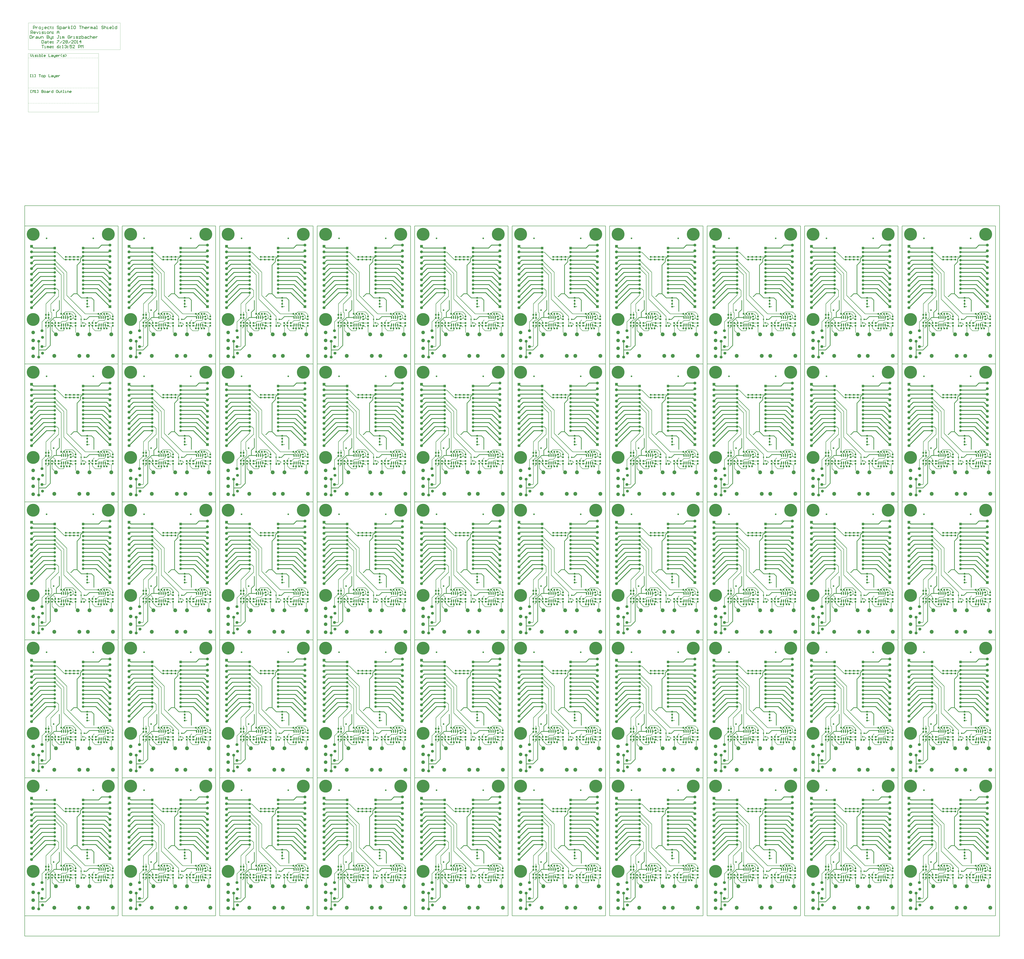
<source format=gtl>
%FSLAX25Y25*%
%MOIN*%
G70*
G01*
G75*
G04 Layer_Physical_Order=1*
G04 Layer_Color=255*
%ADD10C,0.01200*%
%ADD11R,0.02559X0.03740*%
G04:AMPARAMS|DCode=12|XSize=37.4mil|YSize=25.59mil|CornerRadius=6.4mil|HoleSize=0mil|Usage=FLASHONLY|Rotation=270.000|XOffset=0mil|YOffset=0mil|HoleType=Round|Shape=RoundedRectangle|*
%AMROUNDEDRECTD12*
21,1,0.03740,0.01280,0,0,270.0*
21,1,0.02461,0.02559,0,0,270.0*
1,1,0.01280,-0.00640,-0.01230*
1,1,0.01280,-0.00640,0.01230*
1,1,0.01280,0.00640,0.01230*
1,1,0.01280,0.00640,-0.01230*
%
%ADD12ROUNDEDRECTD12*%
%ADD13O,0.02362X0.07480*%
%ADD14R,0.03900X0.04300*%
%ADD15C,0.04000*%
%ADD16R,0.04300X0.03900*%
%ADD17C,0.01000*%
%ADD18C,0.01500*%
%ADD19C,0.02000*%
%ADD20C,0.00394*%
%ADD21C,0.07087*%
%ADD22R,0.07087X0.07087*%
%ADD23C,0.09449*%
%ADD24C,0.05906*%
%ADD25R,0.05906X0.05906*%
%ADD26C,0.08661*%
%ADD27C,0.31496*%
%ADD28C,0.01800*%
D10*
X16599Y2117000D02*
X14600D01*
Y2122998D01*
X16599D01*
X19598Y2117000D02*
X21598D01*
X20598D01*
Y2122998D01*
X19598Y2121998D01*
X24597Y2117000D02*
X26596D01*
Y2122998D01*
X24597D01*
X35593D02*
X39592D01*
X37593D01*
Y2117000D01*
X42591D02*
X44590D01*
X45590Y2118000D01*
Y2119999D01*
X44590Y2120999D01*
X42591D01*
X41591Y2119999D01*
Y2118000D01*
X42591Y2117000D01*
X47589Y2115001D02*
Y2120999D01*
X50588D01*
X51588Y2119999D01*
Y2118000D01*
X50588Y2117000D01*
X47589D01*
X59585Y2122998D02*
Y2117000D01*
X63584D01*
X66583Y2120999D02*
X68582D01*
X69582Y2119999D01*
Y2117000D01*
X66583D01*
X65583Y2118000D01*
X66583Y2118999D01*
X69582D01*
X71582Y2120999D02*
Y2118000D01*
X72581Y2117000D01*
X75580D01*
Y2116000D01*
X74581Y2115001D01*
X73581D01*
X75580Y2117000D02*
Y2120999D01*
X80579Y2117000D02*
X78579D01*
X77580Y2118000D01*
Y2119999D01*
X78579Y2120999D01*
X80579D01*
X81578Y2119999D01*
Y2118999D01*
X77580D01*
X83578Y2120999D02*
Y2117000D01*
Y2118999D01*
X84577Y2119999D01*
X85577Y2120999D01*
X86577D01*
X17199Y2078300D02*
X15200D01*
Y2084298D01*
X17199D01*
X20198Y2078300D02*
Y2084298D01*
X22198Y2082299D01*
X24197Y2084298D01*
Y2078300D01*
X26196D02*
X28196D01*
X27196D01*
Y2084298D01*
X26196Y2083298D01*
X31195Y2078300D02*
X33194D01*
Y2084298D01*
X31195D01*
X42191D02*
Y2078300D01*
X45190D01*
X46190Y2079300D01*
Y2080299D01*
X45190Y2081299D01*
X42191D01*
X45190D01*
X46190Y2082299D01*
Y2083298D01*
X45190Y2084298D01*
X42191D01*
X49189Y2078300D02*
X51188D01*
X52188Y2079300D01*
Y2081299D01*
X51188Y2082299D01*
X49189D01*
X48189Y2081299D01*
Y2079300D01*
X49189Y2078300D01*
X55187Y2082299D02*
X57186D01*
X58186Y2081299D01*
Y2078300D01*
X55187D01*
X54187Y2079300D01*
X55187Y2080299D01*
X58186D01*
X60185Y2082299D02*
Y2078300D01*
Y2080299D01*
X61185Y2081299D01*
X62185Y2082299D01*
X63184D01*
X70182Y2084298D02*
Y2078300D01*
X67183D01*
X66184Y2079300D01*
Y2081299D01*
X67183Y2082299D01*
X70182D01*
X81179Y2084298D02*
X79179D01*
X78180Y2083298D01*
Y2079300D01*
X79179Y2078300D01*
X81179D01*
X82178Y2079300D01*
Y2083298D01*
X81179Y2084298D01*
X84178Y2082299D02*
Y2079300D01*
X85177Y2078300D01*
X88176D01*
Y2082299D01*
X91175Y2083298D02*
Y2082299D01*
X90176D01*
X92175D01*
X91175D01*
Y2079300D01*
X92175Y2078300D01*
X95174D02*
X97174D01*
X96174D01*
Y2084298D01*
X95174D01*
X100172Y2078300D02*
X102172D01*
X101172D01*
Y2082299D01*
X100172D01*
X105171Y2078300D02*
Y2082299D01*
X108170D01*
X109170Y2081299D01*
Y2078300D01*
X114168D02*
X112169D01*
X111169Y2079300D01*
Y2081299D01*
X112169Y2082299D01*
X114168D01*
X115168Y2081299D01*
Y2080299D01*
X111169D01*
X14600Y2172878D02*
Y2168879D01*
X16599Y2166879D01*
X18599Y2168879D01*
Y2172878D01*
X20598Y2166879D02*
X22597D01*
X21598D01*
Y2170878D01*
X20598D01*
X25596Y2166879D02*
X28596D01*
X29595Y2167879D01*
X28596Y2168879D01*
X26596D01*
X25596Y2169879D01*
X26596Y2170878D01*
X29595D01*
X31594Y2166879D02*
X33594D01*
X32594D01*
Y2170878D01*
X31594D01*
X36593Y2172878D02*
Y2166879D01*
X39592D01*
X40592Y2167879D01*
Y2168879D01*
Y2169879D01*
X39592Y2170878D01*
X36593D01*
X42591Y2166879D02*
X44590D01*
X43591D01*
Y2172878D01*
X42591D01*
X50588Y2166879D02*
X48589D01*
X47589Y2167879D01*
Y2169879D01*
X48589Y2170878D01*
X50588D01*
X51588Y2169879D01*
Y2168879D01*
X47589D01*
X59585Y2172878D02*
Y2166879D01*
X63584D01*
X66583Y2170878D02*
X68582D01*
X69582Y2169879D01*
Y2166879D01*
X66583D01*
X65583Y2167879D01*
X66583Y2168879D01*
X69582D01*
X71582Y2170878D02*
Y2167879D01*
X72581Y2166879D01*
X75580D01*
Y2165880D01*
X74581Y2164880D01*
X73581D01*
X75580Y2166879D02*
Y2170878D01*
X80579Y2166879D02*
X78579D01*
X77580Y2167879D01*
Y2169879D01*
X78579Y2170878D01*
X80579D01*
X81578Y2169879D01*
Y2168879D01*
X77580D01*
X83578Y2170878D02*
Y2166879D01*
Y2168879D01*
X84577Y2169879D01*
X85577Y2170878D01*
X86577D01*
X91575Y2166879D02*
X89576Y2168879D01*
Y2170878D01*
X91575Y2172878D01*
X94574Y2166879D02*
X97573D01*
X98573Y2167879D01*
X97573Y2168879D01*
X95574D01*
X94574Y2169879D01*
X95574Y2170878D01*
X98573D01*
X100572Y2166879D02*
X102571Y2168879D01*
Y2170878D01*
X100572Y2172878D01*
X21364Y2235431D02*
Y2242428D01*
X24863D01*
X26029Y2241262D01*
Y2238930D01*
X24863Y2237763D01*
X21364D01*
X28362Y2240096D02*
Y2235431D01*
Y2237763D01*
X29528Y2238930D01*
X30694Y2240096D01*
X31861D01*
X36526Y2235431D02*
X38858D01*
X40025Y2236597D01*
Y2238930D01*
X38858Y2240096D01*
X36526D01*
X35359Y2238930D01*
Y2236597D01*
X36526Y2235431D01*
X42357Y2233098D02*
X43523D01*
X44690Y2234264D01*
Y2240096D01*
X52854Y2235431D02*
X50521D01*
X49355Y2236597D01*
Y2238930D01*
X50521Y2240096D01*
X52854D01*
X54020Y2238930D01*
Y2237763D01*
X49355D01*
X61018Y2240096D02*
X57519D01*
X56353Y2238930D01*
Y2236597D01*
X57519Y2235431D01*
X61018D01*
X64517Y2241262D02*
Y2240096D01*
X63350D01*
X65683D01*
X64517D01*
Y2236597D01*
X65683Y2235431D01*
X69182Y2240096D02*
X70348D01*
Y2238930D01*
X69182D01*
Y2240096D01*
Y2236597D02*
X70348D01*
Y2235431D01*
X69182D01*
Y2236597D01*
X15532Y2223620D02*
Y2230617D01*
X19031D01*
X20198Y2229451D01*
Y2227118D01*
X19031Y2225952D01*
X15532D01*
X17865D02*
X20198Y2223620D01*
X26029D02*
X23697D01*
X22530Y2224786D01*
Y2227118D01*
X23697Y2228285D01*
X26029D01*
X27195Y2227118D01*
Y2225952D01*
X22530D01*
X29528Y2228285D02*
X31861Y2223620D01*
X34193Y2228285D01*
X36526Y2223620D02*
X38858D01*
X37692D01*
Y2228285D01*
X36526D01*
X42357Y2223620D02*
X45856D01*
X47022Y2224786D01*
X45856Y2225952D01*
X43523D01*
X42357Y2227118D01*
X43523Y2228285D01*
X47022D01*
X49355Y2223620D02*
X51688D01*
X50521D01*
Y2228285D01*
X49355D01*
X56353Y2223620D02*
X58685D01*
X59851Y2224786D01*
Y2227118D01*
X58685Y2228285D01*
X56353D01*
X55186Y2227118D01*
Y2224786D01*
X56353Y2223620D01*
X62184D02*
Y2228285D01*
X65683D01*
X66849Y2227118D01*
Y2223620D01*
X69182Y2228285D02*
X70348D01*
Y2227118D01*
X69182D01*
Y2228285D01*
Y2224786D02*
X70348D01*
Y2223620D01*
X69182D01*
Y2224786D01*
X13200Y2218806D02*
Y2211809D01*
X16699D01*
X17865Y2212975D01*
Y2217640D01*
X16699Y2218806D01*
X13200D01*
X20198Y2216474D02*
Y2211809D01*
Y2214141D01*
X21364Y2215307D01*
X22530Y2216474D01*
X23697D01*
X28362D02*
X30694D01*
X31861Y2215307D01*
Y2211809D01*
X28362D01*
X27195Y2212975D01*
X28362Y2214141D01*
X31861D01*
X34193Y2216474D02*
Y2212975D01*
X35359Y2211809D01*
X36526Y2212975D01*
X37692Y2211809D01*
X38858Y2212975D01*
Y2216474D01*
X41191Y2211809D02*
Y2216474D01*
X44690D01*
X45856Y2215307D01*
Y2211809D01*
X55186Y2218806D02*
Y2211809D01*
X58685D01*
X59851Y2212975D01*
Y2214141D01*
X58685Y2215307D01*
X55186D01*
X58685D01*
X59851Y2216474D01*
Y2217640D01*
X58685Y2218806D01*
X55186D01*
X62184Y2216474D02*
Y2212975D01*
X63350Y2211809D01*
X66849D01*
Y2210642D01*
X65683Y2209476D01*
X64517D01*
X66849Y2211809D02*
Y2216474D01*
X69182D02*
X70348D01*
Y2215307D01*
X69182D01*
Y2216474D01*
Y2212975D02*
X70348D01*
Y2211809D01*
X69182D01*
Y2212975D01*
X42357Y2206995D02*
Y2199998D01*
X45856D01*
X47022Y2201164D01*
Y2205829D01*
X45856Y2206995D01*
X42357D01*
X50521Y2204663D02*
X52854D01*
X54020Y2203497D01*
Y2199998D01*
X50521D01*
X49355Y2201164D01*
X50521Y2202330D01*
X54020D01*
X57519Y2205829D02*
Y2204663D01*
X56353D01*
X58685D01*
X57519D01*
Y2201164D01*
X58685Y2199998D01*
X65683D02*
X63350D01*
X62184Y2201164D01*
Y2203497D01*
X63350Y2204663D01*
X65683D01*
X66849Y2203497D01*
Y2202330D01*
X62184D01*
X69182Y2204663D02*
X70348D01*
Y2203497D01*
X69182D01*
Y2204663D01*
Y2201164D02*
X70348D01*
Y2199998D01*
X69182D01*
Y2201164D01*
X42357Y2195184D02*
X47022D01*
X44690D01*
Y2188187D01*
X49355D02*
X51688D01*
X50521D01*
Y2192852D01*
X49355D01*
X55186Y2188187D02*
Y2192852D01*
X56353D01*
X57519Y2191685D01*
Y2188187D01*
Y2191685D01*
X58685Y2192852D01*
X59851Y2191685D01*
Y2188187D01*
X65683D02*
X63350D01*
X62184Y2189353D01*
Y2191685D01*
X63350Y2192852D01*
X65683D01*
X66849Y2191685D01*
Y2190519D01*
X62184D01*
X69182Y2192852D02*
X70348D01*
Y2191685D01*
X69182D01*
Y2192852D01*
Y2189353D02*
X70348D01*
Y2188187D01*
X69182D01*
Y2189353D01*
X84794Y2241262D02*
X83628Y2242428D01*
X81295D01*
X80129Y2241262D01*
Y2240096D01*
X81295Y2238930D01*
X83628D01*
X84794Y2237763D01*
Y2236597D01*
X83628Y2235431D01*
X81295D01*
X80129Y2236597D01*
X87127Y2233098D02*
Y2240096D01*
X90626D01*
X91792Y2238930D01*
Y2236597D01*
X90626Y2235431D01*
X87127D01*
X95291Y2240096D02*
X97623D01*
X98790Y2238930D01*
Y2235431D01*
X95291D01*
X94125Y2236597D01*
X95291Y2237763D01*
X98790D01*
X101122Y2240096D02*
Y2235431D01*
Y2237763D01*
X102289Y2238930D01*
X103455Y2240096D01*
X104621D01*
X108120Y2235431D02*
Y2242428D01*
Y2237763D02*
X111619Y2240096D01*
X108120Y2237763D02*
X111619Y2235431D01*
X115118Y2242428D02*
X117450D01*
X116284D01*
Y2235431D01*
X115118D01*
X117450D01*
X124448Y2242428D02*
X122116D01*
X120949Y2241262D01*
Y2236597D01*
X122116Y2235431D01*
X124448D01*
X125614Y2236597D01*
Y2241262D01*
X124448Y2242428D01*
X134945D02*
X139610D01*
X137277D01*
Y2235431D01*
X141943Y2242428D02*
Y2235431D01*
Y2238930D01*
X143109Y2240096D01*
X145441D01*
X146608Y2238930D01*
Y2235431D01*
X152439D02*
X150107D01*
X148940Y2236597D01*
Y2238930D01*
X150107Y2240096D01*
X152439D01*
X153605Y2238930D01*
Y2237763D01*
X148940D01*
X155938Y2240096D02*
Y2235431D01*
Y2237763D01*
X157104Y2238930D01*
X158271Y2240096D01*
X159437D01*
X162936Y2235431D02*
Y2240096D01*
X164102D01*
X165268Y2238930D01*
Y2235431D01*
Y2238930D01*
X166435Y2240096D01*
X167601Y2238930D01*
Y2235431D01*
X171100Y2240096D02*
X173432D01*
X174599Y2238930D01*
Y2235431D01*
X171100D01*
X169933Y2236597D01*
X171100Y2237763D01*
X174599D01*
X176931Y2235431D02*
X179264D01*
X178097D01*
Y2242428D01*
X176931D01*
X194425Y2241262D02*
X193259Y2242428D01*
X190927D01*
X189760Y2241262D01*
Y2240096D01*
X190927Y2238930D01*
X193259D01*
X194425Y2237763D01*
Y2236597D01*
X193259Y2235431D01*
X190927D01*
X189760Y2236597D01*
X196758Y2242428D02*
Y2235431D01*
Y2238930D01*
X197924Y2240096D01*
X200257D01*
X201423Y2238930D01*
Y2235431D01*
X203756D02*
X206088D01*
X204922D01*
Y2240096D01*
X203756D01*
X213086Y2235431D02*
X210754D01*
X209587Y2236597D01*
Y2238930D01*
X210754Y2240096D01*
X213086D01*
X214252Y2238930D01*
Y2237763D01*
X209587D01*
X216585Y2235431D02*
X218918D01*
X217751D01*
Y2242428D01*
X216585D01*
X227082D02*
Y2235431D01*
X223583D01*
X222416Y2236597D01*
Y2238930D01*
X223583Y2240096D01*
X227082D01*
X80129Y2223620D02*
Y2228285D01*
X82462Y2230617D01*
X84794Y2228285D01*
Y2223620D01*
Y2227118D01*
X80129D01*
X84794Y2218806D02*
X82462D01*
X83628D01*
Y2212975D01*
X82462Y2211809D01*
X81295D01*
X80129Y2212975D01*
X87127Y2211809D02*
X89459D01*
X88293D01*
Y2216474D01*
X87127D01*
X92958Y2211809D02*
Y2216474D01*
X94125D01*
X95291Y2215307D01*
Y2211809D01*
Y2215307D01*
X96457Y2216474D01*
X97623Y2215307D01*
Y2211809D01*
X111619Y2217640D02*
X110453Y2218806D01*
X108120D01*
X106954Y2217640D01*
Y2212975D01*
X108120Y2211809D01*
X110453D01*
X111619Y2212975D01*
Y2215307D01*
X109286D01*
X113952Y2216474D02*
Y2211809D01*
Y2214141D01*
X115118Y2215307D01*
X116284Y2216474D01*
X117450D01*
X120949Y2211809D02*
X123282D01*
X122116D01*
Y2216474D01*
X120949D01*
X126781Y2211809D02*
X130280D01*
X131446Y2212975D01*
X130280Y2214141D01*
X127947D01*
X126781Y2215307D01*
X127947Y2216474D01*
X131446D01*
X133778D02*
X138444D01*
X133778Y2211809D01*
X138444D01*
X140776Y2218806D02*
Y2211809D01*
X144275D01*
X145441Y2212975D01*
Y2214141D01*
Y2215307D01*
X144275Y2216474D01*
X140776D01*
X148940D02*
X151273D01*
X152439Y2215307D01*
Y2211809D01*
X148940D01*
X147774Y2212975D01*
X148940Y2214141D01*
X152439D01*
X159437Y2216474D02*
X155938D01*
X154772Y2215307D01*
Y2212975D01*
X155938Y2211809D01*
X159437D01*
X161769Y2218806D02*
Y2211809D01*
Y2215307D01*
X162936Y2216474D01*
X165268D01*
X166435Y2215307D01*
Y2211809D01*
X172266D02*
X169933D01*
X168767Y2212975D01*
Y2215307D01*
X169933Y2216474D01*
X172266D01*
X173432Y2215307D01*
Y2214141D01*
X168767D01*
X175765Y2216474D02*
Y2211809D01*
Y2214141D01*
X176931Y2215307D01*
X178097Y2216474D01*
X179264D01*
X84794Y2195184D02*
X82462Y2194018D01*
X80129Y2191685D01*
Y2189353D01*
X81295Y2188187D01*
X83628D01*
X84794Y2189353D01*
Y2190519D01*
X83628Y2191685D01*
X80129D01*
X87127Y2192852D02*
X88293D01*
Y2191685D01*
X87127D01*
Y2192852D01*
Y2189353D02*
X88293D01*
Y2188187D01*
X87127D01*
Y2189353D01*
X92958Y2188187D02*
X95291D01*
X94125D01*
Y2195184D01*
X92958Y2194018D01*
X98790D02*
X99956Y2195184D01*
X102289D01*
X103455Y2194018D01*
Y2192852D01*
X102289Y2191685D01*
X101122D01*
X102289D01*
X103455Y2190519D01*
Y2189353D01*
X102289Y2188187D01*
X99956D01*
X98790Y2189353D01*
X105788Y2192852D02*
X106954D01*
Y2191685D01*
X105788D01*
Y2192852D01*
Y2189353D02*
X106954D01*
Y2188187D01*
X105788D01*
Y2189353D01*
X116284Y2195184D02*
X111619D01*
Y2191685D01*
X113952Y2192852D01*
X115118D01*
X116284Y2191685D01*
Y2189353D01*
X115118Y2188187D01*
X112785D01*
X111619Y2189353D01*
X123282Y2188187D02*
X118617D01*
X123282Y2192852D01*
Y2194018D01*
X122116Y2195184D01*
X119783D01*
X118617Y2194018D01*
X132612Y2188187D02*
Y2195184D01*
X136111D01*
X137277Y2194018D01*
Y2191685D01*
X136111Y2190519D01*
X132612D01*
X139610Y2188187D02*
Y2195184D01*
X141943Y2192852D01*
X144275Y2195184D01*
Y2188187D01*
X80129Y2206995D02*
X84794D01*
Y2205829D01*
X80129Y2201164D01*
Y2199998D01*
X87127D02*
X91792Y2204663D01*
X98790Y2199998D02*
X94125D01*
X98790Y2204663D01*
Y2205829D01*
X97623Y2206995D01*
X95291D01*
X94125Y2205829D01*
X101122D02*
X102289Y2206995D01*
X104621D01*
X105788Y2205829D01*
Y2204663D01*
X104621Y2203497D01*
X105788Y2202330D01*
Y2201164D01*
X104621Y2199998D01*
X102289D01*
X101122Y2201164D01*
Y2202330D01*
X102289Y2203497D01*
X101122Y2204663D01*
Y2205829D01*
X102289Y2203497D02*
X104621D01*
X108120Y2199998D02*
X112785Y2204663D01*
X119783Y2199998D02*
X115118D01*
X119783Y2204663D01*
Y2205829D01*
X118617Y2206995D01*
X116284D01*
X115118Y2205829D01*
X122116D02*
X123282Y2206995D01*
X125614D01*
X126781Y2205829D01*
Y2201164D01*
X125614Y2199998D01*
X123282D01*
X122116Y2201164D01*
Y2205829D01*
X129113Y2199998D02*
X131446D01*
X130280D01*
Y2206995D01*
X129113Y2205829D01*
X138444Y2199998D02*
Y2206995D01*
X134945Y2203497D01*
X139610D01*
D11*
X146740Y159631D02*
D03*
X386740D02*
D03*
X626740D02*
D03*
X866740D02*
D03*
X1106740D02*
D03*
X1346740D02*
D03*
X1586740D02*
D03*
X1826740D02*
D03*
X2066740D02*
D03*
X2306740D02*
D03*
X146740Y499631D02*
D03*
X386740D02*
D03*
X626740D02*
D03*
X866740D02*
D03*
X1106740D02*
D03*
X1346740D02*
D03*
X1586740D02*
D03*
X1826740D02*
D03*
X2066740D02*
D03*
X2306740D02*
D03*
X146740Y839631D02*
D03*
X386740D02*
D03*
X626740D02*
D03*
X866740D02*
D03*
X1106740D02*
D03*
X1346740D02*
D03*
X1586740D02*
D03*
X1826740D02*
D03*
X2066740D02*
D03*
X2306740D02*
D03*
X146740Y1179631D02*
D03*
X386740D02*
D03*
X626740D02*
D03*
X866740D02*
D03*
X1106740D02*
D03*
X1346740D02*
D03*
X1586740D02*
D03*
X1826740D02*
D03*
X2066740D02*
D03*
X2306740D02*
D03*
X146740Y1519631D02*
D03*
X386740D02*
D03*
X626740D02*
D03*
X866740D02*
D03*
X1106740D02*
D03*
X1346740D02*
D03*
X1586740D02*
D03*
X1826740D02*
D03*
X2066740D02*
D03*
X2306740D02*
D03*
D12*
X139260Y159631D02*
D03*
X143000Y150969D02*
D03*
X379260Y159631D02*
D03*
X383000Y150969D02*
D03*
X619260Y159631D02*
D03*
X623000Y150969D02*
D03*
X859260Y159631D02*
D03*
X863000Y150969D02*
D03*
X1099260Y159631D02*
D03*
X1103000Y150969D02*
D03*
X1339260Y159631D02*
D03*
X1343000Y150969D02*
D03*
X1579260Y159631D02*
D03*
X1583000Y150969D02*
D03*
X1819260Y159631D02*
D03*
X1823000Y150969D02*
D03*
X2059260Y159631D02*
D03*
X2063000Y150969D02*
D03*
X2299260Y159631D02*
D03*
X2303000Y150969D02*
D03*
X139260Y499631D02*
D03*
X143000Y490969D02*
D03*
X379260Y499631D02*
D03*
X383000Y490969D02*
D03*
X619260Y499631D02*
D03*
X623000Y490969D02*
D03*
X859260Y499631D02*
D03*
X863000Y490969D02*
D03*
X1099260Y499631D02*
D03*
X1103000Y490969D02*
D03*
X1339260Y499631D02*
D03*
X1343000Y490969D02*
D03*
X1579260Y499631D02*
D03*
X1583000Y490969D02*
D03*
X1819260Y499631D02*
D03*
X1823000Y490969D02*
D03*
X2059260Y499631D02*
D03*
X2063000Y490969D02*
D03*
X2299260Y499631D02*
D03*
X2303000Y490969D02*
D03*
X139260Y839631D02*
D03*
X143000Y830969D02*
D03*
X379260Y839631D02*
D03*
X383000Y830969D02*
D03*
X619260Y839631D02*
D03*
X623000Y830969D02*
D03*
X859260Y839631D02*
D03*
X863000Y830969D02*
D03*
X1099260Y839631D02*
D03*
X1103000Y830969D02*
D03*
X1339260Y839631D02*
D03*
X1343000Y830969D02*
D03*
X1579260Y839631D02*
D03*
X1583000Y830969D02*
D03*
X1819260Y839631D02*
D03*
X1823000Y830969D02*
D03*
X2059260Y839631D02*
D03*
X2063000Y830969D02*
D03*
X2299260Y839631D02*
D03*
X2303000Y830969D02*
D03*
X139260Y1179631D02*
D03*
X143000Y1170969D02*
D03*
X379260Y1179631D02*
D03*
X383000Y1170969D02*
D03*
X619260Y1179631D02*
D03*
X623000Y1170969D02*
D03*
X859260Y1179631D02*
D03*
X863000Y1170969D02*
D03*
X1099260Y1179631D02*
D03*
X1103000Y1170969D02*
D03*
X1339260Y1179631D02*
D03*
X1343000Y1170969D02*
D03*
X1579260Y1179631D02*
D03*
X1583000Y1170969D02*
D03*
X1819260Y1179631D02*
D03*
X1823000Y1170969D02*
D03*
X2059260Y1179631D02*
D03*
X2063000Y1170969D02*
D03*
X2299260Y1179631D02*
D03*
X2303000Y1170969D02*
D03*
X139260Y1519631D02*
D03*
X143000Y1510969D02*
D03*
X379260Y1519631D02*
D03*
X383000Y1510969D02*
D03*
X619260Y1519631D02*
D03*
X623000Y1510969D02*
D03*
X859260Y1519631D02*
D03*
X863000Y1510969D02*
D03*
X1099260Y1519631D02*
D03*
X1103000Y1510969D02*
D03*
X1339260Y1519631D02*
D03*
X1343000Y1510969D02*
D03*
X1579260Y1519631D02*
D03*
X1583000Y1510969D02*
D03*
X1819260Y1519631D02*
D03*
X1823000Y1510969D02*
D03*
X2059260Y1519631D02*
D03*
X2063000Y1510969D02*
D03*
X2299260Y1519631D02*
D03*
X2303000Y1510969D02*
D03*
D13*
X183500Y145749D02*
D03*
X188500D02*
D03*
X193500D02*
D03*
X198500D02*
D03*
X183500Y164253D02*
D03*
X188500D02*
D03*
X193500D02*
D03*
X198500D02*
D03*
X91279Y145749D02*
D03*
X96279D02*
D03*
X101279D02*
D03*
X106279D02*
D03*
X91279Y164253D02*
D03*
X96279D02*
D03*
X101279D02*
D03*
X106279D02*
D03*
X423500Y145749D02*
D03*
X428500D02*
D03*
X433500D02*
D03*
X438500D02*
D03*
X423500Y164253D02*
D03*
X428500D02*
D03*
X433500D02*
D03*
X438500D02*
D03*
X331279Y145749D02*
D03*
X336279D02*
D03*
X341279D02*
D03*
X346279D02*
D03*
X331279Y164253D02*
D03*
X336279D02*
D03*
X341279D02*
D03*
X346279D02*
D03*
X663500Y145749D02*
D03*
X668500D02*
D03*
X673500D02*
D03*
X678500D02*
D03*
X663500Y164253D02*
D03*
X668500D02*
D03*
X673500D02*
D03*
X678500D02*
D03*
X571279Y145749D02*
D03*
X576279D02*
D03*
X581279D02*
D03*
X586279D02*
D03*
X571279Y164253D02*
D03*
X576279D02*
D03*
X581279D02*
D03*
X586279D02*
D03*
X903500Y145749D02*
D03*
X908500D02*
D03*
X913500D02*
D03*
X918500D02*
D03*
X903500Y164253D02*
D03*
X908500D02*
D03*
X913500D02*
D03*
X918500D02*
D03*
X811279Y145749D02*
D03*
X816279D02*
D03*
X821279D02*
D03*
X826279D02*
D03*
X811279Y164253D02*
D03*
X816279D02*
D03*
X821279D02*
D03*
X826279D02*
D03*
X1143500Y145749D02*
D03*
X1148500D02*
D03*
X1153500D02*
D03*
X1158500D02*
D03*
X1143500Y164253D02*
D03*
X1148500D02*
D03*
X1153500D02*
D03*
X1158500D02*
D03*
X1051279Y145749D02*
D03*
X1056279D02*
D03*
X1061279D02*
D03*
X1066279D02*
D03*
X1051279Y164253D02*
D03*
X1056279D02*
D03*
X1061279D02*
D03*
X1066279D02*
D03*
X1383500Y145749D02*
D03*
X1388500D02*
D03*
X1393500D02*
D03*
X1398500D02*
D03*
X1383500Y164253D02*
D03*
X1388500D02*
D03*
X1393500D02*
D03*
X1398500D02*
D03*
X1291279Y145749D02*
D03*
X1296279D02*
D03*
X1301279D02*
D03*
X1306279D02*
D03*
X1291279Y164253D02*
D03*
X1296279D02*
D03*
X1301279D02*
D03*
X1306279D02*
D03*
X1623500Y145749D02*
D03*
X1628500D02*
D03*
X1633500D02*
D03*
X1638500D02*
D03*
X1623500Y164253D02*
D03*
X1628500D02*
D03*
X1633500D02*
D03*
X1638500D02*
D03*
X1531279Y145749D02*
D03*
X1536279D02*
D03*
X1541279D02*
D03*
X1546279D02*
D03*
X1531279Y164253D02*
D03*
X1536279D02*
D03*
X1541279D02*
D03*
X1546279D02*
D03*
X1863500Y145749D02*
D03*
X1868500D02*
D03*
X1873500D02*
D03*
X1878500D02*
D03*
X1863500Y164253D02*
D03*
X1868500D02*
D03*
X1873500D02*
D03*
X1878500D02*
D03*
X1771279Y145749D02*
D03*
X1776279D02*
D03*
X1781279D02*
D03*
X1786279D02*
D03*
X1771279Y164253D02*
D03*
X1776279D02*
D03*
X1781279D02*
D03*
X1786279D02*
D03*
X2103500Y145749D02*
D03*
X2108500D02*
D03*
X2113500D02*
D03*
X2118500D02*
D03*
X2103500Y164253D02*
D03*
X2108500D02*
D03*
X2113500D02*
D03*
X2118500D02*
D03*
X2011279Y145749D02*
D03*
X2016279D02*
D03*
X2021279D02*
D03*
X2026279D02*
D03*
X2011279Y164253D02*
D03*
X2016279D02*
D03*
X2021279D02*
D03*
X2026279D02*
D03*
X2343500Y145749D02*
D03*
X2348500D02*
D03*
X2353500D02*
D03*
X2358500D02*
D03*
X2343500Y164253D02*
D03*
X2348500D02*
D03*
X2353500D02*
D03*
X2358500D02*
D03*
X2251279Y145749D02*
D03*
X2256279D02*
D03*
X2261279D02*
D03*
X2266279D02*
D03*
X2251279Y164253D02*
D03*
X2256279D02*
D03*
X2261279D02*
D03*
X2266279D02*
D03*
X183500Y485749D02*
D03*
X188500D02*
D03*
X193500D02*
D03*
X198500D02*
D03*
X183500Y504253D02*
D03*
X188500D02*
D03*
X193500D02*
D03*
X198500D02*
D03*
X91279Y485749D02*
D03*
X96279D02*
D03*
X101279D02*
D03*
X106279D02*
D03*
X91279Y504253D02*
D03*
X96279D02*
D03*
X101279D02*
D03*
X106279D02*
D03*
X423500Y485749D02*
D03*
X428500D02*
D03*
X433500D02*
D03*
X438500D02*
D03*
X423500Y504253D02*
D03*
X428500D02*
D03*
X433500D02*
D03*
X438500D02*
D03*
X331279Y485749D02*
D03*
X336279D02*
D03*
X341279D02*
D03*
X346279D02*
D03*
X331279Y504253D02*
D03*
X336279D02*
D03*
X341279D02*
D03*
X346279D02*
D03*
X663500Y485749D02*
D03*
X668500D02*
D03*
X673500D02*
D03*
X678500D02*
D03*
X663500Y504253D02*
D03*
X668500D02*
D03*
X673500D02*
D03*
X678500D02*
D03*
X571279Y485749D02*
D03*
X576279D02*
D03*
X581279D02*
D03*
X586279D02*
D03*
X571279Y504253D02*
D03*
X576279D02*
D03*
X581279D02*
D03*
X586279D02*
D03*
X903500Y485749D02*
D03*
X908500D02*
D03*
X913500D02*
D03*
X918500D02*
D03*
X903500Y504253D02*
D03*
X908500D02*
D03*
X913500D02*
D03*
X918500D02*
D03*
X811279Y485749D02*
D03*
X816279D02*
D03*
X821279D02*
D03*
X826279D02*
D03*
X811279Y504253D02*
D03*
X816279D02*
D03*
X821279D02*
D03*
X826279D02*
D03*
X1143500Y485749D02*
D03*
X1148500D02*
D03*
X1153500D02*
D03*
X1158500D02*
D03*
X1143500Y504253D02*
D03*
X1148500D02*
D03*
X1153500D02*
D03*
X1158500D02*
D03*
X1051279Y485749D02*
D03*
X1056279D02*
D03*
X1061279D02*
D03*
X1066279D02*
D03*
X1051279Y504253D02*
D03*
X1056279D02*
D03*
X1061279D02*
D03*
X1066279D02*
D03*
X1383500Y485749D02*
D03*
X1388500D02*
D03*
X1393500D02*
D03*
X1398500D02*
D03*
X1383500Y504253D02*
D03*
X1388500D02*
D03*
X1393500D02*
D03*
X1398500D02*
D03*
X1291279Y485749D02*
D03*
X1296279D02*
D03*
X1301279D02*
D03*
X1306279D02*
D03*
X1291279Y504253D02*
D03*
X1296279D02*
D03*
X1301279D02*
D03*
X1306279D02*
D03*
X1623500Y485749D02*
D03*
X1628500D02*
D03*
X1633500D02*
D03*
X1638500D02*
D03*
X1623500Y504253D02*
D03*
X1628500D02*
D03*
X1633500D02*
D03*
X1638500D02*
D03*
X1531279Y485749D02*
D03*
X1536279D02*
D03*
X1541279D02*
D03*
X1546279D02*
D03*
X1531279Y504253D02*
D03*
X1536279D02*
D03*
X1541279D02*
D03*
X1546279D02*
D03*
X1863500Y485749D02*
D03*
X1868500D02*
D03*
X1873500D02*
D03*
X1878500D02*
D03*
X1863500Y504253D02*
D03*
X1868500D02*
D03*
X1873500D02*
D03*
X1878500D02*
D03*
X1771279Y485749D02*
D03*
X1776279D02*
D03*
X1781279D02*
D03*
X1786279D02*
D03*
X1771279Y504253D02*
D03*
X1776279D02*
D03*
X1781279D02*
D03*
X1786279D02*
D03*
X2103500Y485749D02*
D03*
X2108500D02*
D03*
X2113500D02*
D03*
X2118500D02*
D03*
X2103500Y504253D02*
D03*
X2108500D02*
D03*
X2113500D02*
D03*
X2118500D02*
D03*
X2011279Y485749D02*
D03*
X2016279D02*
D03*
X2021279D02*
D03*
X2026279D02*
D03*
X2011279Y504253D02*
D03*
X2016279D02*
D03*
X2021279D02*
D03*
X2026279D02*
D03*
X2343500Y485749D02*
D03*
X2348500D02*
D03*
X2353500D02*
D03*
X2358500D02*
D03*
X2343500Y504253D02*
D03*
X2348500D02*
D03*
X2353500D02*
D03*
X2358500D02*
D03*
X2251279Y485749D02*
D03*
X2256279D02*
D03*
X2261279D02*
D03*
X2266279D02*
D03*
X2251279Y504253D02*
D03*
X2256279D02*
D03*
X2261279D02*
D03*
X2266279D02*
D03*
X183500Y825749D02*
D03*
X188500D02*
D03*
X193500D02*
D03*
X198500D02*
D03*
X183500Y844253D02*
D03*
X188500D02*
D03*
X193500D02*
D03*
X198500D02*
D03*
X91279Y825749D02*
D03*
X96279D02*
D03*
X101279D02*
D03*
X106279D02*
D03*
X91279Y844253D02*
D03*
X96279D02*
D03*
X101279D02*
D03*
X106279D02*
D03*
X423500Y825749D02*
D03*
X428500D02*
D03*
X433500D02*
D03*
X438500D02*
D03*
X423500Y844253D02*
D03*
X428500D02*
D03*
X433500D02*
D03*
X438500D02*
D03*
X331279Y825749D02*
D03*
X336279D02*
D03*
X341279D02*
D03*
X346279D02*
D03*
X331279Y844253D02*
D03*
X336279D02*
D03*
X341279D02*
D03*
X346279D02*
D03*
X663500Y825749D02*
D03*
X668500D02*
D03*
X673500D02*
D03*
X678500D02*
D03*
X663500Y844253D02*
D03*
X668500D02*
D03*
X673500D02*
D03*
X678500D02*
D03*
X571279Y825749D02*
D03*
X576279D02*
D03*
X581279D02*
D03*
X586279D02*
D03*
X571279Y844253D02*
D03*
X576279D02*
D03*
X581279D02*
D03*
X586279D02*
D03*
X903500Y825749D02*
D03*
X908500D02*
D03*
X913500D02*
D03*
X918500D02*
D03*
X903500Y844253D02*
D03*
X908500D02*
D03*
X913500D02*
D03*
X918500D02*
D03*
X811279Y825749D02*
D03*
X816279D02*
D03*
X821279D02*
D03*
X826279D02*
D03*
X811279Y844253D02*
D03*
X816279D02*
D03*
X821279D02*
D03*
X826279D02*
D03*
X1143500Y825749D02*
D03*
X1148500D02*
D03*
X1153500D02*
D03*
X1158500D02*
D03*
X1143500Y844253D02*
D03*
X1148500D02*
D03*
X1153500D02*
D03*
X1158500D02*
D03*
X1051279Y825749D02*
D03*
X1056279D02*
D03*
X1061279D02*
D03*
X1066279D02*
D03*
X1051279Y844253D02*
D03*
X1056279D02*
D03*
X1061279D02*
D03*
X1066279D02*
D03*
X1383500Y825749D02*
D03*
X1388500D02*
D03*
X1393500D02*
D03*
X1398500D02*
D03*
X1383500Y844253D02*
D03*
X1388500D02*
D03*
X1393500D02*
D03*
X1398500D02*
D03*
X1291279Y825749D02*
D03*
X1296279D02*
D03*
X1301279D02*
D03*
X1306279D02*
D03*
X1291279Y844253D02*
D03*
X1296279D02*
D03*
X1301279D02*
D03*
X1306279D02*
D03*
X1623500Y825749D02*
D03*
X1628500D02*
D03*
X1633500D02*
D03*
X1638500D02*
D03*
X1623500Y844253D02*
D03*
X1628500D02*
D03*
X1633500D02*
D03*
X1638500D02*
D03*
X1531279Y825749D02*
D03*
X1536279D02*
D03*
X1541279D02*
D03*
X1546279D02*
D03*
X1531279Y844253D02*
D03*
X1536279D02*
D03*
X1541279D02*
D03*
X1546279D02*
D03*
X1863500Y825749D02*
D03*
X1868500D02*
D03*
X1873500D02*
D03*
X1878500D02*
D03*
X1863500Y844253D02*
D03*
X1868500D02*
D03*
X1873500D02*
D03*
X1878500D02*
D03*
X1771279Y825749D02*
D03*
X1776279D02*
D03*
X1781279D02*
D03*
X1786279D02*
D03*
X1771279Y844253D02*
D03*
X1776279D02*
D03*
X1781279D02*
D03*
X1786279D02*
D03*
X2103500Y825749D02*
D03*
X2108500D02*
D03*
X2113500D02*
D03*
X2118500D02*
D03*
X2103500Y844253D02*
D03*
X2108500D02*
D03*
X2113500D02*
D03*
X2118500D02*
D03*
X2011279Y825749D02*
D03*
X2016279D02*
D03*
X2021279D02*
D03*
X2026279D02*
D03*
X2011279Y844253D02*
D03*
X2016279D02*
D03*
X2021279D02*
D03*
X2026279D02*
D03*
X2343500Y825749D02*
D03*
X2348500D02*
D03*
X2353500D02*
D03*
X2358500D02*
D03*
X2343500Y844253D02*
D03*
X2348500D02*
D03*
X2353500D02*
D03*
X2358500D02*
D03*
X2251279Y825749D02*
D03*
X2256279D02*
D03*
X2261279D02*
D03*
X2266279D02*
D03*
X2251279Y844253D02*
D03*
X2256279D02*
D03*
X2261279D02*
D03*
X2266279D02*
D03*
X183500Y1165749D02*
D03*
X188500D02*
D03*
X193500D02*
D03*
X198500D02*
D03*
X183500Y1184253D02*
D03*
X188500D02*
D03*
X193500D02*
D03*
X198500D02*
D03*
X91279Y1165749D02*
D03*
X96279D02*
D03*
X101279D02*
D03*
X106279D02*
D03*
X91279Y1184253D02*
D03*
X96279D02*
D03*
X101279D02*
D03*
X106279D02*
D03*
X423500Y1165749D02*
D03*
X428500D02*
D03*
X433500D02*
D03*
X438500D02*
D03*
X423500Y1184253D02*
D03*
X428500D02*
D03*
X433500D02*
D03*
X438500D02*
D03*
X331279Y1165749D02*
D03*
X336279D02*
D03*
X341279D02*
D03*
X346279D02*
D03*
X331279Y1184253D02*
D03*
X336279D02*
D03*
X341279D02*
D03*
X346279D02*
D03*
X663500Y1165749D02*
D03*
X668500D02*
D03*
X673500D02*
D03*
X678500D02*
D03*
X663500Y1184253D02*
D03*
X668500D02*
D03*
X673500D02*
D03*
X678500D02*
D03*
X571279Y1165749D02*
D03*
X576279D02*
D03*
X581279D02*
D03*
X586279D02*
D03*
X571279Y1184253D02*
D03*
X576279D02*
D03*
X581279D02*
D03*
X586279D02*
D03*
X903500Y1165749D02*
D03*
X908500D02*
D03*
X913500D02*
D03*
X918500D02*
D03*
X903500Y1184253D02*
D03*
X908500D02*
D03*
X913500D02*
D03*
X918500D02*
D03*
X811279Y1165749D02*
D03*
X816279D02*
D03*
X821279D02*
D03*
X826279D02*
D03*
X811279Y1184253D02*
D03*
X816279D02*
D03*
X821279D02*
D03*
X826279D02*
D03*
X1143500Y1165749D02*
D03*
X1148500D02*
D03*
X1153500D02*
D03*
X1158500D02*
D03*
X1143500Y1184253D02*
D03*
X1148500D02*
D03*
X1153500D02*
D03*
X1158500D02*
D03*
X1051279Y1165749D02*
D03*
X1056279D02*
D03*
X1061279D02*
D03*
X1066279D02*
D03*
X1051279Y1184253D02*
D03*
X1056279D02*
D03*
X1061279D02*
D03*
X1066279D02*
D03*
X1383500Y1165749D02*
D03*
X1388500D02*
D03*
X1393500D02*
D03*
X1398500D02*
D03*
X1383500Y1184253D02*
D03*
X1388500D02*
D03*
X1393500D02*
D03*
X1398500D02*
D03*
X1291279Y1165749D02*
D03*
X1296279D02*
D03*
X1301279D02*
D03*
X1306279D02*
D03*
X1291279Y1184253D02*
D03*
X1296279D02*
D03*
X1301279D02*
D03*
X1306279D02*
D03*
X1623500Y1165749D02*
D03*
X1628500D02*
D03*
X1633500D02*
D03*
X1638500D02*
D03*
X1623500Y1184253D02*
D03*
X1628500D02*
D03*
X1633500D02*
D03*
X1638500D02*
D03*
X1531279Y1165749D02*
D03*
X1536279D02*
D03*
X1541279D02*
D03*
X1546279D02*
D03*
X1531279Y1184253D02*
D03*
X1536279D02*
D03*
X1541279D02*
D03*
X1546279D02*
D03*
X1863500Y1165749D02*
D03*
X1868500D02*
D03*
X1873500D02*
D03*
X1878500D02*
D03*
X1863500Y1184253D02*
D03*
X1868500D02*
D03*
X1873500D02*
D03*
X1878500D02*
D03*
X1771279Y1165749D02*
D03*
X1776279D02*
D03*
X1781279D02*
D03*
X1786279D02*
D03*
X1771279Y1184253D02*
D03*
X1776279D02*
D03*
X1781279D02*
D03*
X1786279D02*
D03*
X2103500Y1165749D02*
D03*
X2108500D02*
D03*
X2113500D02*
D03*
X2118500D02*
D03*
X2103500Y1184253D02*
D03*
X2108500D02*
D03*
X2113500D02*
D03*
X2118500D02*
D03*
X2011279Y1165749D02*
D03*
X2016279D02*
D03*
X2021279D02*
D03*
X2026279D02*
D03*
X2011279Y1184253D02*
D03*
X2016279D02*
D03*
X2021279D02*
D03*
X2026279D02*
D03*
X2343500Y1165749D02*
D03*
X2348500D02*
D03*
X2353500D02*
D03*
X2358500D02*
D03*
X2343500Y1184253D02*
D03*
X2348500D02*
D03*
X2353500D02*
D03*
X2358500D02*
D03*
X2251279Y1165749D02*
D03*
X2256279D02*
D03*
X2261279D02*
D03*
X2266279D02*
D03*
X2251279Y1184253D02*
D03*
X2256279D02*
D03*
X2261279D02*
D03*
X2266279D02*
D03*
X183500Y1505749D02*
D03*
X188500D02*
D03*
X193500D02*
D03*
X198500D02*
D03*
X183500Y1524253D02*
D03*
X188500D02*
D03*
X193500D02*
D03*
X198500D02*
D03*
X91279Y1505749D02*
D03*
X96279D02*
D03*
X101279D02*
D03*
X106279D02*
D03*
X91279Y1524253D02*
D03*
X96279D02*
D03*
X101279D02*
D03*
X106279D02*
D03*
X423500Y1505749D02*
D03*
X428500D02*
D03*
X433500D02*
D03*
X438500D02*
D03*
X423500Y1524253D02*
D03*
X428500D02*
D03*
X433500D02*
D03*
X438500D02*
D03*
X331279Y1505749D02*
D03*
X336279D02*
D03*
X341279D02*
D03*
X346279D02*
D03*
X331279Y1524253D02*
D03*
X336279D02*
D03*
X341279D02*
D03*
X346279D02*
D03*
X663500Y1505749D02*
D03*
X668500D02*
D03*
X673500D02*
D03*
X678500D02*
D03*
X663500Y1524253D02*
D03*
X668500D02*
D03*
X673500D02*
D03*
X678500D02*
D03*
X571279Y1505749D02*
D03*
X576279D02*
D03*
X581279D02*
D03*
X586279D02*
D03*
X571279Y1524253D02*
D03*
X576279D02*
D03*
X581279D02*
D03*
X586279D02*
D03*
X903500Y1505749D02*
D03*
X908500D02*
D03*
X913500D02*
D03*
X918500D02*
D03*
X903500Y1524253D02*
D03*
X908500D02*
D03*
X913500D02*
D03*
X918500D02*
D03*
X811279Y1505749D02*
D03*
X816279D02*
D03*
X821279D02*
D03*
X826279D02*
D03*
X811279Y1524253D02*
D03*
X816279D02*
D03*
X821279D02*
D03*
X826279D02*
D03*
X1143500Y1505749D02*
D03*
X1148500D02*
D03*
X1153500D02*
D03*
X1158500D02*
D03*
X1143500Y1524253D02*
D03*
X1148500D02*
D03*
X1153500D02*
D03*
X1158500D02*
D03*
X1051279Y1505749D02*
D03*
X1056279D02*
D03*
X1061279D02*
D03*
X1066279D02*
D03*
X1051279Y1524253D02*
D03*
X1056279D02*
D03*
X1061279D02*
D03*
X1066279D02*
D03*
X1383500Y1505749D02*
D03*
X1388500D02*
D03*
X1393500D02*
D03*
X1398500D02*
D03*
X1383500Y1524253D02*
D03*
X1388500D02*
D03*
X1393500D02*
D03*
X1398500D02*
D03*
X1291279Y1505749D02*
D03*
X1296279D02*
D03*
X1301279D02*
D03*
X1306279D02*
D03*
X1291279Y1524253D02*
D03*
X1296279D02*
D03*
X1301279D02*
D03*
X1306279D02*
D03*
X1623500Y1505749D02*
D03*
X1628500D02*
D03*
X1633500D02*
D03*
X1638500D02*
D03*
X1623500Y1524253D02*
D03*
X1628500D02*
D03*
X1633500D02*
D03*
X1638500D02*
D03*
X1531279Y1505749D02*
D03*
X1536279D02*
D03*
X1541279D02*
D03*
X1546279D02*
D03*
X1531279Y1524253D02*
D03*
X1536279D02*
D03*
X1541279D02*
D03*
X1546279D02*
D03*
X1863500Y1505749D02*
D03*
X1868500D02*
D03*
X1873500D02*
D03*
X1878500D02*
D03*
X1863500Y1524253D02*
D03*
X1868500D02*
D03*
X1873500D02*
D03*
X1878500D02*
D03*
X1771279Y1505749D02*
D03*
X1776279D02*
D03*
X1781279D02*
D03*
X1786279D02*
D03*
X1771279Y1524253D02*
D03*
X1776279D02*
D03*
X1781279D02*
D03*
X1786279D02*
D03*
X2103500Y1505749D02*
D03*
X2108500D02*
D03*
X2113500D02*
D03*
X2118500D02*
D03*
X2103500Y1524253D02*
D03*
X2108500D02*
D03*
X2113500D02*
D03*
X2118500D02*
D03*
X2011279Y1505749D02*
D03*
X2016279D02*
D03*
X2021279D02*
D03*
X2026279D02*
D03*
X2011279Y1524253D02*
D03*
X2016279D02*
D03*
X2021279D02*
D03*
X2026279D02*
D03*
X2343500Y1505749D02*
D03*
X2348500D02*
D03*
X2353500D02*
D03*
X2358500D02*
D03*
X2343500Y1524253D02*
D03*
X2348500D02*
D03*
X2353500D02*
D03*
X2358500D02*
D03*
X2251279Y1505749D02*
D03*
X2256279D02*
D03*
X2261279D02*
D03*
X2266279D02*
D03*
X2251279Y1524253D02*
D03*
X2256279D02*
D03*
X2261279D02*
D03*
X2266279D02*
D03*
D14*
X154000Y191000D02*
D03*
Y197600D02*
D03*
Y206000D02*
D03*
Y212600D02*
D03*
X75425Y144000D02*
D03*
Y150600D02*
D03*
X113425Y144000D02*
D03*
Y150600D02*
D03*
Y160000D02*
D03*
Y166600D02*
D03*
X167000Y144000D02*
D03*
Y150600D02*
D03*
X205000Y144000D02*
D03*
Y150600D02*
D03*
Y160000D02*
D03*
Y166600D02*
D03*
X111500Y307000D02*
D03*
Y313600D02*
D03*
X131500Y307000D02*
D03*
Y313600D02*
D03*
X121500Y307000D02*
D03*
Y313600D02*
D03*
X101500Y307000D02*
D03*
Y313600D02*
D03*
X125425Y166600D02*
D03*
Y160000D02*
D03*
X67425Y144000D02*
D03*
Y150600D02*
D03*
X83425Y144000D02*
D03*
Y150600D02*
D03*
X125425Y144000D02*
D03*
Y150600D02*
D03*
X217000Y166600D02*
D03*
Y160000D02*
D03*
X159000Y144000D02*
D03*
Y150600D02*
D03*
X175000Y144000D02*
D03*
Y150600D02*
D03*
X217000Y144000D02*
D03*
Y150600D02*
D03*
X394000Y191000D02*
D03*
Y197600D02*
D03*
Y206000D02*
D03*
Y212600D02*
D03*
X315425Y144000D02*
D03*
Y150600D02*
D03*
X353425Y144000D02*
D03*
Y150600D02*
D03*
Y160000D02*
D03*
Y166600D02*
D03*
X407000Y144000D02*
D03*
Y150600D02*
D03*
X445000Y144000D02*
D03*
Y150600D02*
D03*
Y160000D02*
D03*
Y166600D02*
D03*
X351500Y307000D02*
D03*
Y313600D02*
D03*
X371500Y307000D02*
D03*
Y313600D02*
D03*
X361500Y307000D02*
D03*
Y313600D02*
D03*
X341500Y307000D02*
D03*
Y313600D02*
D03*
X365425Y166600D02*
D03*
Y160000D02*
D03*
X307425Y144000D02*
D03*
Y150600D02*
D03*
X323425Y144000D02*
D03*
Y150600D02*
D03*
X365425Y144000D02*
D03*
Y150600D02*
D03*
X457000Y166600D02*
D03*
Y160000D02*
D03*
X399000Y144000D02*
D03*
Y150600D02*
D03*
X415000Y144000D02*
D03*
Y150600D02*
D03*
X457000Y144000D02*
D03*
Y150600D02*
D03*
X634000Y191000D02*
D03*
Y197600D02*
D03*
Y206000D02*
D03*
Y212600D02*
D03*
X555425Y144000D02*
D03*
Y150600D02*
D03*
X593425Y144000D02*
D03*
Y150600D02*
D03*
Y160000D02*
D03*
Y166600D02*
D03*
X647000Y144000D02*
D03*
Y150600D02*
D03*
X685000Y144000D02*
D03*
Y150600D02*
D03*
Y160000D02*
D03*
Y166600D02*
D03*
X591500Y307000D02*
D03*
Y313600D02*
D03*
X611500Y307000D02*
D03*
Y313600D02*
D03*
X601500Y307000D02*
D03*
Y313600D02*
D03*
X581500Y307000D02*
D03*
Y313600D02*
D03*
X605425Y166600D02*
D03*
Y160000D02*
D03*
X547425Y144000D02*
D03*
Y150600D02*
D03*
X563425Y144000D02*
D03*
Y150600D02*
D03*
X605425Y144000D02*
D03*
Y150600D02*
D03*
X697000Y166600D02*
D03*
Y160000D02*
D03*
X639000Y144000D02*
D03*
Y150600D02*
D03*
X655000Y144000D02*
D03*
Y150600D02*
D03*
X697000Y144000D02*
D03*
Y150600D02*
D03*
X874000Y191000D02*
D03*
Y197600D02*
D03*
Y206000D02*
D03*
Y212600D02*
D03*
X795425Y144000D02*
D03*
Y150600D02*
D03*
X833425Y144000D02*
D03*
Y150600D02*
D03*
Y160000D02*
D03*
Y166600D02*
D03*
X887000Y144000D02*
D03*
Y150600D02*
D03*
X925000Y144000D02*
D03*
Y150600D02*
D03*
Y160000D02*
D03*
Y166600D02*
D03*
X831500Y307000D02*
D03*
Y313600D02*
D03*
X851500Y307000D02*
D03*
Y313600D02*
D03*
X841500Y307000D02*
D03*
Y313600D02*
D03*
X821500Y307000D02*
D03*
Y313600D02*
D03*
X845425Y166600D02*
D03*
Y160000D02*
D03*
X787425Y144000D02*
D03*
Y150600D02*
D03*
X803425Y144000D02*
D03*
Y150600D02*
D03*
X845425Y144000D02*
D03*
Y150600D02*
D03*
X937000Y166600D02*
D03*
Y160000D02*
D03*
X879000Y144000D02*
D03*
Y150600D02*
D03*
X895000Y144000D02*
D03*
Y150600D02*
D03*
X937000Y144000D02*
D03*
Y150600D02*
D03*
X1114000Y191000D02*
D03*
Y197600D02*
D03*
Y206000D02*
D03*
Y212600D02*
D03*
X1035425Y144000D02*
D03*
Y150600D02*
D03*
X1073425Y144000D02*
D03*
Y150600D02*
D03*
Y160000D02*
D03*
Y166600D02*
D03*
X1127000Y144000D02*
D03*
Y150600D02*
D03*
X1165000Y144000D02*
D03*
Y150600D02*
D03*
Y160000D02*
D03*
Y166600D02*
D03*
X1071500Y307000D02*
D03*
Y313600D02*
D03*
X1091500Y307000D02*
D03*
Y313600D02*
D03*
X1081500Y307000D02*
D03*
Y313600D02*
D03*
X1061500Y307000D02*
D03*
Y313600D02*
D03*
X1085425Y166600D02*
D03*
Y160000D02*
D03*
X1027425Y144000D02*
D03*
Y150600D02*
D03*
X1043425Y144000D02*
D03*
Y150600D02*
D03*
X1085425Y144000D02*
D03*
Y150600D02*
D03*
X1177000Y166600D02*
D03*
Y160000D02*
D03*
X1119000Y144000D02*
D03*
Y150600D02*
D03*
X1135000Y144000D02*
D03*
Y150600D02*
D03*
X1177000Y144000D02*
D03*
Y150600D02*
D03*
X1354000Y191000D02*
D03*
Y197600D02*
D03*
Y206000D02*
D03*
Y212600D02*
D03*
X1275425Y144000D02*
D03*
Y150600D02*
D03*
X1313425Y144000D02*
D03*
Y150600D02*
D03*
Y160000D02*
D03*
Y166600D02*
D03*
X1367000Y144000D02*
D03*
Y150600D02*
D03*
X1405000Y144000D02*
D03*
Y150600D02*
D03*
Y160000D02*
D03*
Y166600D02*
D03*
X1311500Y307000D02*
D03*
Y313600D02*
D03*
X1331500Y307000D02*
D03*
Y313600D02*
D03*
X1321500Y307000D02*
D03*
Y313600D02*
D03*
X1301500Y307000D02*
D03*
Y313600D02*
D03*
X1325425Y166600D02*
D03*
Y160000D02*
D03*
X1267425Y144000D02*
D03*
Y150600D02*
D03*
X1283425Y144000D02*
D03*
Y150600D02*
D03*
X1325425Y144000D02*
D03*
Y150600D02*
D03*
X1417000Y166600D02*
D03*
Y160000D02*
D03*
X1359000Y144000D02*
D03*
Y150600D02*
D03*
X1375000Y144000D02*
D03*
Y150600D02*
D03*
X1417000Y144000D02*
D03*
Y150600D02*
D03*
X1594000Y191000D02*
D03*
Y197600D02*
D03*
Y206000D02*
D03*
Y212600D02*
D03*
X1515425Y144000D02*
D03*
Y150600D02*
D03*
X1553425Y144000D02*
D03*
Y150600D02*
D03*
Y160000D02*
D03*
Y166600D02*
D03*
X1607000Y144000D02*
D03*
Y150600D02*
D03*
X1645000Y144000D02*
D03*
Y150600D02*
D03*
Y160000D02*
D03*
Y166600D02*
D03*
X1551500Y307000D02*
D03*
Y313600D02*
D03*
X1571500Y307000D02*
D03*
Y313600D02*
D03*
X1561500Y307000D02*
D03*
Y313600D02*
D03*
X1541500Y307000D02*
D03*
Y313600D02*
D03*
X1565425Y166600D02*
D03*
Y160000D02*
D03*
X1507425Y144000D02*
D03*
Y150600D02*
D03*
X1523425Y144000D02*
D03*
Y150600D02*
D03*
X1565425Y144000D02*
D03*
Y150600D02*
D03*
X1657000Y166600D02*
D03*
Y160000D02*
D03*
X1599000Y144000D02*
D03*
Y150600D02*
D03*
X1615000Y144000D02*
D03*
Y150600D02*
D03*
X1657000Y144000D02*
D03*
Y150600D02*
D03*
X1834000Y191000D02*
D03*
Y197600D02*
D03*
Y206000D02*
D03*
Y212600D02*
D03*
X1755425Y144000D02*
D03*
Y150600D02*
D03*
X1793425Y144000D02*
D03*
Y150600D02*
D03*
Y160000D02*
D03*
Y166600D02*
D03*
X1847000Y144000D02*
D03*
Y150600D02*
D03*
X1885000Y144000D02*
D03*
Y150600D02*
D03*
Y160000D02*
D03*
Y166600D02*
D03*
X1791500Y307000D02*
D03*
Y313600D02*
D03*
X1811500Y307000D02*
D03*
Y313600D02*
D03*
X1801500Y307000D02*
D03*
Y313600D02*
D03*
X1781500Y307000D02*
D03*
Y313600D02*
D03*
X1805425Y166600D02*
D03*
Y160000D02*
D03*
X1747425Y144000D02*
D03*
Y150600D02*
D03*
X1763425Y144000D02*
D03*
Y150600D02*
D03*
X1805425Y144000D02*
D03*
Y150600D02*
D03*
X1897000Y166600D02*
D03*
Y160000D02*
D03*
X1839000Y144000D02*
D03*
Y150600D02*
D03*
X1855000Y144000D02*
D03*
Y150600D02*
D03*
X1897000Y144000D02*
D03*
Y150600D02*
D03*
X2074000Y191000D02*
D03*
Y197600D02*
D03*
Y206000D02*
D03*
Y212600D02*
D03*
X1995425Y144000D02*
D03*
Y150600D02*
D03*
X2033425Y144000D02*
D03*
Y150600D02*
D03*
Y160000D02*
D03*
Y166600D02*
D03*
X2087000Y144000D02*
D03*
Y150600D02*
D03*
X2125000Y144000D02*
D03*
Y150600D02*
D03*
Y160000D02*
D03*
Y166600D02*
D03*
X2031500Y307000D02*
D03*
Y313600D02*
D03*
X2051500Y307000D02*
D03*
Y313600D02*
D03*
X2041500Y307000D02*
D03*
Y313600D02*
D03*
X2021500Y307000D02*
D03*
Y313600D02*
D03*
X2045425Y166600D02*
D03*
Y160000D02*
D03*
X1987425Y144000D02*
D03*
Y150600D02*
D03*
X2003425Y144000D02*
D03*
Y150600D02*
D03*
X2045425Y144000D02*
D03*
Y150600D02*
D03*
X2137000Y166600D02*
D03*
Y160000D02*
D03*
X2079000Y144000D02*
D03*
Y150600D02*
D03*
X2095000Y144000D02*
D03*
Y150600D02*
D03*
X2137000Y144000D02*
D03*
Y150600D02*
D03*
X2314000Y191000D02*
D03*
Y197600D02*
D03*
Y206000D02*
D03*
Y212600D02*
D03*
X2235425Y144000D02*
D03*
Y150600D02*
D03*
X2273425Y144000D02*
D03*
Y150600D02*
D03*
Y160000D02*
D03*
Y166600D02*
D03*
X2327000Y144000D02*
D03*
Y150600D02*
D03*
X2365000Y144000D02*
D03*
Y150600D02*
D03*
Y160000D02*
D03*
Y166600D02*
D03*
X2271500Y307000D02*
D03*
Y313600D02*
D03*
X2291500Y307000D02*
D03*
Y313600D02*
D03*
X2281500Y307000D02*
D03*
Y313600D02*
D03*
X2261500Y307000D02*
D03*
Y313600D02*
D03*
X2285425Y166600D02*
D03*
Y160000D02*
D03*
X2227425Y144000D02*
D03*
Y150600D02*
D03*
X2243425Y144000D02*
D03*
Y150600D02*
D03*
X2285425Y144000D02*
D03*
Y150600D02*
D03*
X2377000Y166600D02*
D03*
Y160000D02*
D03*
X2319000Y144000D02*
D03*
Y150600D02*
D03*
X2335000Y144000D02*
D03*
Y150600D02*
D03*
X2377000Y144000D02*
D03*
Y150600D02*
D03*
X154000Y531000D02*
D03*
Y537600D02*
D03*
Y546000D02*
D03*
Y552600D02*
D03*
X75425Y484000D02*
D03*
Y490600D02*
D03*
X113425Y484000D02*
D03*
Y490600D02*
D03*
Y500000D02*
D03*
Y506600D02*
D03*
X167000Y484000D02*
D03*
Y490600D02*
D03*
X205000Y484000D02*
D03*
Y490600D02*
D03*
Y500000D02*
D03*
Y506600D02*
D03*
X111500Y647000D02*
D03*
Y653600D02*
D03*
X131500Y647000D02*
D03*
Y653600D02*
D03*
X121500Y647000D02*
D03*
Y653600D02*
D03*
X101500Y647000D02*
D03*
Y653600D02*
D03*
X125425Y506600D02*
D03*
Y500000D02*
D03*
X67425Y484000D02*
D03*
Y490600D02*
D03*
X83425Y484000D02*
D03*
Y490600D02*
D03*
X125425Y484000D02*
D03*
Y490600D02*
D03*
X217000Y506600D02*
D03*
Y500000D02*
D03*
X159000Y484000D02*
D03*
Y490600D02*
D03*
X175000Y484000D02*
D03*
Y490600D02*
D03*
X217000Y484000D02*
D03*
Y490600D02*
D03*
X394000Y531000D02*
D03*
Y537600D02*
D03*
Y546000D02*
D03*
Y552600D02*
D03*
X315425Y484000D02*
D03*
Y490600D02*
D03*
X353425Y484000D02*
D03*
Y490600D02*
D03*
Y500000D02*
D03*
Y506600D02*
D03*
X407000Y484000D02*
D03*
Y490600D02*
D03*
X445000Y484000D02*
D03*
Y490600D02*
D03*
Y500000D02*
D03*
Y506600D02*
D03*
X351500Y647000D02*
D03*
Y653600D02*
D03*
X371500Y647000D02*
D03*
Y653600D02*
D03*
X361500Y647000D02*
D03*
Y653600D02*
D03*
X341500Y647000D02*
D03*
Y653600D02*
D03*
X365425Y506600D02*
D03*
Y500000D02*
D03*
X307425Y484000D02*
D03*
Y490600D02*
D03*
X323425Y484000D02*
D03*
Y490600D02*
D03*
X365425Y484000D02*
D03*
Y490600D02*
D03*
X457000Y506600D02*
D03*
Y500000D02*
D03*
X399000Y484000D02*
D03*
Y490600D02*
D03*
X415000Y484000D02*
D03*
Y490600D02*
D03*
X457000Y484000D02*
D03*
Y490600D02*
D03*
X634000Y531000D02*
D03*
Y537600D02*
D03*
Y546000D02*
D03*
Y552600D02*
D03*
X555425Y484000D02*
D03*
Y490600D02*
D03*
X593425Y484000D02*
D03*
Y490600D02*
D03*
Y500000D02*
D03*
Y506600D02*
D03*
X647000Y484000D02*
D03*
Y490600D02*
D03*
X685000Y484000D02*
D03*
Y490600D02*
D03*
Y500000D02*
D03*
Y506600D02*
D03*
X591500Y647000D02*
D03*
Y653600D02*
D03*
X611500Y647000D02*
D03*
Y653600D02*
D03*
X601500Y647000D02*
D03*
Y653600D02*
D03*
X581500Y647000D02*
D03*
Y653600D02*
D03*
X605425Y506600D02*
D03*
Y500000D02*
D03*
X547425Y484000D02*
D03*
Y490600D02*
D03*
X563425Y484000D02*
D03*
Y490600D02*
D03*
X605425Y484000D02*
D03*
Y490600D02*
D03*
X697000Y506600D02*
D03*
Y500000D02*
D03*
X639000Y484000D02*
D03*
Y490600D02*
D03*
X655000Y484000D02*
D03*
Y490600D02*
D03*
X697000Y484000D02*
D03*
Y490600D02*
D03*
X874000Y531000D02*
D03*
Y537600D02*
D03*
Y546000D02*
D03*
Y552600D02*
D03*
X795425Y484000D02*
D03*
Y490600D02*
D03*
X833425Y484000D02*
D03*
Y490600D02*
D03*
Y500000D02*
D03*
Y506600D02*
D03*
X887000Y484000D02*
D03*
Y490600D02*
D03*
X925000Y484000D02*
D03*
Y490600D02*
D03*
Y500000D02*
D03*
Y506600D02*
D03*
X831500Y647000D02*
D03*
Y653600D02*
D03*
X851500Y647000D02*
D03*
Y653600D02*
D03*
X841500Y647000D02*
D03*
Y653600D02*
D03*
X821500Y647000D02*
D03*
Y653600D02*
D03*
X845425Y506600D02*
D03*
Y500000D02*
D03*
X787425Y484000D02*
D03*
Y490600D02*
D03*
X803425Y484000D02*
D03*
Y490600D02*
D03*
X845425Y484000D02*
D03*
Y490600D02*
D03*
X937000Y506600D02*
D03*
Y500000D02*
D03*
X879000Y484000D02*
D03*
Y490600D02*
D03*
X895000Y484000D02*
D03*
Y490600D02*
D03*
X937000Y484000D02*
D03*
Y490600D02*
D03*
X1114000Y531000D02*
D03*
Y537600D02*
D03*
Y546000D02*
D03*
Y552600D02*
D03*
X1035425Y484000D02*
D03*
Y490600D02*
D03*
X1073425Y484000D02*
D03*
Y490600D02*
D03*
Y500000D02*
D03*
Y506600D02*
D03*
X1127000Y484000D02*
D03*
Y490600D02*
D03*
X1165000Y484000D02*
D03*
Y490600D02*
D03*
Y500000D02*
D03*
Y506600D02*
D03*
X1071500Y647000D02*
D03*
Y653600D02*
D03*
X1091500Y647000D02*
D03*
Y653600D02*
D03*
X1081500Y647000D02*
D03*
Y653600D02*
D03*
X1061500Y647000D02*
D03*
Y653600D02*
D03*
X1085425Y506600D02*
D03*
Y500000D02*
D03*
X1027425Y484000D02*
D03*
Y490600D02*
D03*
X1043425Y484000D02*
D03*
Y490600D02*
D03*
X1085425Y484000D02*
D03*
Y490600D02*
D03*
X1177000Y506600D02*
D03*
Y500000D02*
D03*
X1119000Y484000D02*
D03*
Y490600D02*
D03*
X1135000Y484000D02*
D03*
Y490600D02*
D03*
X1177000Y484000D02*
D03*
Y490600D02*
D03*
X1354000Y531000D02*
D03*
Y537600D02*
D03*
Y546000D02*
D03*
Y552600D02*
D03*
X1275425Y484000D02*
D03*
Y490600D02*
D03*
X1313425Y484000D02*
D03*
Y490600D02*
D03*
Y500000D02*
D03*
Y506600D02*
D03*
X1367000Y484000D02*
D03*
Y490600D02*
D03*
X1405000Y484000D02*
D03*
Y490600D02*
D03*
Y500000D02*
D03*
Y506600D02*
D03*
X1311500Y647000D02*
D03*
Y653600D02*
D03*
X1331500Y647000D02*
D03*
Y653600D02*
D03*
X1321500Y647000D02*
D03*
Y653600D02*
D03*
X1301500Y647000D02*
D03*
Y653600D02*
D03*
X1325425Y506600D02*
D03*
Y500000D02*
D03*
X1267425Y484000D02*
D03*
Y490600D02*
D03*
X1283425Y484000D02*
D03*
Y490600D02*
D03*
X1325425Y484000D02*
D03*
Y490600D02*
D03*
X1417000Y506600D02*
D03*
Y500000D02*
D03*
X1359000Y484000D02*
D03*
Y490600D02*
D03*
X1375000Y484000D02*
D03*
Y490600D02*
D03*
X1417000Y484000D02*
D03*
Y490600D02*
D03*
X1594000Y531000D02*
D03*
Y537600D02*
D03*
Y546000D02*
D03*
Y552600D02*
D03*
X1515425Y484000D02*
D03*
Y490600D02*
D03*
X1553425Y484000D02*
D03*
Y490600D02*
D03*
Y500000D02*
D03*
Y506600D02*
D03*
X1607000Y484000D02*
D03*
Y490600D02*
D03*
X1645000Y484000D02*
D03*
Y490600D02*
D03*
Y500000D02*
D03*
Y506600D02*
D03*
X1551500Y647000D02*
D03*
Y653600D02*
D03*
X1571500Y647000D02*
D03*
Y653600D02*
D03*
X1561500Y647000D02*
D03*
Y653600D02*
D03*
X1541500Y647000D02*
D03*
Y653600D02*
D03*
X1565425Y506600D02*
D03*
Y500000D02*
D03*
X1507425Y484000D02*
D03*
Y490600D02*
D03*
X1523425Y484000D02*
D03*
Y490600D02*
D03*
X1565425Y484000D02*
D03*
Y490600D02*
D03*
X1657000Y506600D02*
D03*
Y500000D02*
D03*
X1599000Y484000D02*
D03*
Y490600D02*
D03*
X1615000Y484000D02*
D03*
Y490600D02*
D03*
X1657000Y484000D02*
D03*
Y490600D02*
D03*
X1834000Y531000D02*
D03*
Y537600D02*
D03*
Y546000D02*
D03*
Y552600D02*
D03*
X1755425Y484000D02*
D03*
Y490600D02*
D03*
X1793425Y484000D02*
D03*
Y490600D02*
D03*
Y500000D02*
D03*
Y506600D02*
D03*
X1847000Y484000D02*
D03*
Y490600D02*
D03*
X1885000Y484000D02*
D03*
Y490600D02*
D03*
Y500000D02*
D03*
Y506600D02*
D03*
X1791500Y647000D02*
D03*
Y653600D02*
D03*
X1811500Y647000D02*
D03*
Y653600D02*
D03*
X1801500Y647000D02*
D03*
Y653600D02*
D03*
X1781500Y647000D02*
D03*
Y653600D02*
D03*
X1805425Y506600D02*
D03*
Y500000D02*
D03*
X1747425Y484000D02*
D03*
Y490600D02*
D03*
X1763425Y484000D02*
D03*
Y490600D02*
D03*
X1805425Y484000D02*
D03*
Y490600D02*
D03*
X1897000Y506600D02*
D03*
Y500000D02*
D03*
X1839000Y484000D02*
D03*
Y490600D02*
D03*
X1855000Y484000D02*
D03*
Y490600D02*
D03*
X1897000Y484000D02*
D03*
Y490600D02*
D03*
X2074000Y531000D02*
D03*
Y537600D02*
D03*
Y546000D02*
D03*
Y552600D02*
D03*
X1995425Y484000D02*
D03*
Y490600D02*
D03*
X2033425Y484000D02*
D03*
Y490600D02*
D03*
Y500000D02*
D03*
Y506600D02*
D03*
X2087000Y484000D02*
D03*
Y490600D02*
D03*
X2125000Y484000D02*
D03*
Y490600D02*
D03*
Y500000D02*
D03*
Y506600D02*
D03*
X2031500Y647000D02*
D03*
Y653600D02*
D03*
X2051500Y647000D02*
D03*
Y653600D02*
D03*
X2041500Y647000D02*
D03*
Y653600D02*
D03*
X2021500Y647000D02*
D03*
Y653600D02*
D03*
X2045425Y506600D02*
D03*
Y500000D02*
D03*
X1987425Y484000D02*
D03*
Y490600D02*
D03*
X2003425Y484000D02*
D03*
Y490600D02*
D03*
X2045425Y484000D02*
D03*
Y490600D02*
D03*
X2137000Y506600D02*
D03*
Y500000D02*
D03*
X2079000Y484000D02*
D03*
Y490600D02*
D03*
X2095000Y484000D02*
D03*
Y490600D02*
D03*
X2137000Y484000D02*
D03*
Y490600D02*
D03*
X2314000Y531000D02*
D03*
Y537600D02*
D03*
Y546000D02*
D03*
Y552600D02*
D03*
X2235425Y484000D02*
D03*
Y490600D02*
D03*
X2273425Y484000D02*
D03*
Y490600D02*
D03*
Y500000D02*
D03*
Y506600D02*
D03*
X2327000Y484000D02*
D03*
Y490600D02*
D03*
X2365000Y484000D02*
D03*
Y490600D02*
D03*
Y500000D02*
D03*
Y506600D02*
D03*
X2271500Y647000D02*
D03*
Y653600D02*
D03*
X2291500Y647000D02*
D03*
Y653600D02*
D03*
X2281500Y647000D02*
D03*
Y653600D02*
D03*
X2261500Y647000D02*
D03*
Y653600D02*
D03*
X2285425Y506600D02*
D03*
Y500000D02*
D03*
X2227425Y484000D02*
D03*
Y490600D02*
D03*
X2243425Y484000D02*
D03*
Y490600D02*
D03*
X2285425Y484000D02*
D03*
Y490600D02*
D03*
X2377000Y506600D02*
D03*
Y500000D02*
D03*
X2319000Y484000D02*
D03*
Y490600D02*
D03*
X2335000Y484000D02*
D03*
Y490600D02*
D03*
X2377000Y484000D02*
D03*
Y490600D02*
D03*
X154000Y871000D02*
D03*
Y877600D02*
D03*
Y886000D02*
D03*
Y892600D02*
D03*
X75425Y824000D02*
D03*
Y830600D02*
D03*
X113425Y824000D02*
D03*
Y830600D02*
D03*
Y840000D02*
D03*
Y846600D02*
D03*
X167000Y824000D02*
D03*
Y830600D02*
D03*
X205000Y824000D02*
D03*
Y830600D02*
D03*
Y840000D02*
D03*
Y846600D02*
D03*
X111500Y987000D02*
D03*
Y993600D02*
D03*
X131500Y987000D02*
D03*
Y993600D02*
D03*
X121500Y987000D02*
D03*
Y993600D02*
D03*
X101500Y987000D02*
D03*
Y993600D02*
D03*
X125425Y846600D02*
D03*
Y840000D02*
D03*
X67425Y824000D02*
D03*
Y830600D02*
D03*
X83425Y824000D02*
D03*
Y830600D02*
D03*
X125425Y824000D02*
D03*
Y830600D02*
D03*
X217000Y846600D02*
D03*
Y840000D02*
D03*
X159000Y824000D02*
D03*
Y830600D02*
D03*
X175000Y824000D02*
D03*
Y830600D02*
D03*
X217000Y824000D02*
D03*
Y830600D02*
D03*
X394000Y871000D02*
D03*
Y877600D02*
D03*
Y886000D02*
D03*
Y892600D02*
D03*
X315425Y824000D02*
D03*
Y830600D02*
D03*
X353425Y824000D02*
D03*
Y830600D02*
D03*
Y840000D02*
D03*
Y846600D02*
D03*
X407000Y824000D02*
D03*
Y830600D02*
D03*
X445000Y824000D02*
D03*
Y830600D02*
D03*
Y840000D02*
D03*
Y846600D02*
D03*
X351500Y987000D02*
D03*
Y993600D02*
D03*
X371500Y987000D02*
D03*
Y993600D02*
D03*
X361500Y987000D02*
D03*
Y993600D02*
D03*
X341500Y987000D02*
D03*
Y993600D02*
D03*
X365425Y846600D02*
D03*
Y840000D02*
D03*
X307425Y824000D02*
D03*
Y830600D02*
D03*
X323425Y824000D02*
D03*
Y830600D02*
D03*
X365425Y824000D02*
D03*
Y830600D02*
D03*
X457000Y846600D02*
D03*
Y840000D02*
D03*
X399000Y824000D02*
D03*
Y830600D02*
D03*
X415000Y824000D02*
D03*
Y830600D02*
D03*
X457000Y824000D02*
D03*
Y830600D02*
D03*
X634000Y871000D02*
D03*
Y877600D02*
D03*
Y886000D02*
D03*
Y892600D02*
D03*
X555425Y824000D02*
D03*
Y830600D02*
D03*
X593425Y824000D02*
D03*
Y830600D02*
D03*
Y840000D02*
D03*
Y846600D02*
D03*
X647000Y824000D02*
D03*
Y830600D02*
D03*
X685000Y824000D02*
D03*
Y830600D02*
D03*
Y840000D02*
D03*
Y846600D02*
D03*
X591500Y987000D02*
D03*
Y993600D02*
D03*
X611500Y987000D02*
D03*
Y993600D02*
D03*
X601500Y987000D02*
D03*
Y993600D02*
D03*
X581500Y987000D02*
D03*
Y993600D02*
D03*
X605425Y846600D02*
D03*
Y840000D02*
D03*
X547425Y824000D02*
D03*
Y830600D02*
D03*
X563425Y824000D02*
D03*
Y830600D02*
D03*
X605425Y824000D02*
D03*
Y830600D02*
D03*
X697000Y846600D02*
D03*
Y840000D02*
D03*
X639000Y824000D02*
D03*
Y830600D02*
D03*
X655000Y824000D02*
D03*
Y830600D02*
D03*
X697000Y824000D02*
D03*
Y830600D02*
D03*
X874000Y871000D02*
D03*
Y877600D02*
D03*
Y886000D02*
D03*
Y892600D02*
D03*
X795425Y824000D02*
D03*
Y830600D02*
D03*
X833425Y824000D02*
D03*
Y830600D02*
D03*
Y840000D02*
D03*
Y846600D02*
D03*
X887000Y824000D02*
D03*
Y830600D02*
D03*
X925000Y824000D02*
D03*
Y830600D02*
D03*
Y840000D02*
D03*
Y846600D02*
D03*
X831500Y987000D02*
D03*
Y993600D02*
D03*
X851500Y987000D02*
D03*
Y993600D02*
D03*
X841500Y987000D02*
D03*
Y993600D02*
D03*
X821500Y987000D02*
D03*
Y993600D02*
D03*
X845425Y846600D02*
D03*
Y840000D02*
D03*
X787425Y824000D02*
D03*
Y830600D02*
D03*
X803425Y824000D02*
D03*
Y830600D02*
D03*
X845425Y824000D02*
D03*
Y830600D02*
D03*
X937000Y846600D02*
D03*
Y840000D02*
D03*
X879000Y824000D02*
D03*
Y830600D02*
D03*
X895000Y824000D02*
D03*
Y830600D02*
D03*
X937000Y824000D02*
D03*
Y830600D02*
D03*
X1114000Y871000D02*
D03*
Y877600D02*
D03*
Y886000D02*
D03*
Y892600D02*
D03*
X1035425Y824000D02*
D03*
Y830600D02*
D03*
X1073425Y824000D02*
D03*
Y830600D02*
D03*
Y840000D02*
D03*
Y846600D02*
D03*
X1127000Y824000D02*
D03*
Y830600D02*
D03*
X1165000Y824000D02*
D03*
Y830600D02*
D03*
Y840000D02*
D03*
Y846600D02*
D03*
X1071500Y987000D02*
D03*
Y993600D02*
D03*
X1091500Y987000D02*
D03*
Y993600D02*
D03*
X1081500Y987000D02*
D03*
Y993600D02*
D03*
X1061500Y987000D02*
D03*
Y993600D02*
D03*
X1085425Y846600D02*
D03*
Y840000D02*
D03*
X1027425Y824000D02*
D03*
Y830600D02*
D03*
X1043425Y824000D02*
D03*
Y830600D02*
D03*
X1085425Y824000D02*
D03*
Y830600D02*
D03*
X1177000Y846600D02*
D03*
Y840000D02*
D03*
X1119000Y824000D02*
D03*
Y830600D02*
D03*
X1135000Y824000D02*
D03*
Y830600D02*
D03*
X1177000Y824000D02*
D03*
Y830600D02*
D03*
X1354000Y871000D02*
D03*
Y877600D02*
D03*
Y886000D02*
D03*
Y892600D02*
D03*
X1275425Y824000D02*
D03*
Y830600D02*
D03*
X1313425Y824000D02*
D03*
Y830600D02*
D03*
Y840000D02*
D03*
Y846600D02*
D03*
X1367000Y824000D02*
D03*
Y830600D02*
D03*
X1405000Y824000D02*
D03*
Y830600D02*
D03*
Y840000D02*
D03*
Y846600D02*
D03*
X1311500Y987000D02*
D03*
Y993600D02*
D03*
X1331500Y987000D02*
D03*
Y993600D02*
D03*
X1321500Y987000D02*
D03*
Y993600D02*
D03*
X1301500Y987000D02*
D03*
Y993600D02*
D03*
X1325425Y846600D02*
D03*
Y840000D02*
D03*
X1267425Y824000D02*
D03*
Y830600D02*
D03*
X1283425Y824000D02*
D03*
Y830600D02*
D03*
X1325425Y824000D02*
D03*
Y830600D02*
D03*
X1417000Y846600D02*
D03*
Y840000D02*
D03*
X1359000Y824000D02*
D03*
Y830600D02*
D03*
X1375000Y824000D02*
D03*
Y830600D02*
D03*
X1417000Y824000D02*
D03*
Y830600D02*
D03*
X1594000Y871000D02*
D03*
Y877600D02*
D03*
Y886000D02*
D03*
Y892600D02*
D03*
X1515425Y824000D02*
D03*
Y830600D02*
D03*
X1553425Y824000D02*
D03*
Y830600D02*
D03*
Y840000D02*
D03*
Y846600D02*
D03*
X1607000Y824000D02*
D03*
Y830600D02*
D03*
X1645000Y824000D02*
D03*
Y830600D02*
D03*
Y840000D02*
D03*
Y846600D02*
D03*
X1551500Y987000D02*
D03*
Y993600D02*
D03*
X1571500Y987000D02*
D03*
Y993600D02*
D03*
X1561500Y987000D02*
D03*
Y993600D02*
D03*
X1541500Y987000D02*
D03*
Y993600D02*
D03*
X1565425Y846600D02*
D03*
Y840000D02*
D03*
X1507425Y824000D02*
D03*
Y830600D02*
D03*
X1523425Y824000D02*
D03*
Y830600D02*
D03*
X1565425Y824000D02*
D03*
Y830600D02*
D03*
X1657000Y846600D02*
D03*
Y840000D02*
D03*
X1599000Y824000D02*
D03*
Y830600D02*
D03*
X1615000Y824000D02*
D03*
Y830600D02*
D03*
X1657000Y824000D02*
D03*
Y830600D02*
D03*
X1834000Y871000D02*
D03*
Y877600D02*
D03*
Y886000D02*
D03*
Y892600D02*
D03*
X1755425Y824000D02*
D03*
Y830600D02*
D03*
X1793425Y824000D02*
D03*
Y830600D02*
D03*
Y840000D02*
D03*
Y846600D02*
D03*
X1847000Y824000D02*
D03*
Y830600D02*
D03*
X1885000Y824000D02*
D03*
Y830600D02*
D03*
Y840000D02*
D03*
Y846600D02*
D03*
X1791500Y987000D02*
D03*
Y993600D02*
D03*
X1811500Y987000D02*
D03*
Y993600D02*
D03*
X1801500Y987000D02*
D03*
Y993600D02*
D03*
X1781500Y987000D02*
D03*
Y993600D02*
D03*
X1805425Y846600D02*
D03*
Y840000D02*
D03*
X1747425Y824000D02*
D03*
Y830600D02*
D03*
X1763425Y824000D02*
D03*
Y830600D02*
D03*
X1805425Y824000D02*
D03*
Y830600D02*
D03*
X1897000Y846600D02*
D03*
Y840000D02*
D03*
X1839000Y824000D02*
D03*
Y830600D02*
D03*
X1855000Y824000D02*
D03*
Y830600D02*
D03*
X1897000Y824000D02*
D03*
Y830600D02*
D03*
X2074000Y871000D02*
D03*
Y877600D02*
D03*
Y886000D02*
D03*
Y892600D02*
D03*
X1995425Y824000D02*
D03*
Y830600D02*
D03*
X2033425Y824000D02*
D03*
Y830600D02*
D03*
Y840000D02*
D03*
Y846600D02*
D03*
X2087000Y824000D02*
D03*
Y830600D02*
D03*
X2125000Y824000D02*
D03*
Y830600D02*
D03*
Y840000D02*
D03*
Y846600D02*
D03*
X2031500Y987000D02*
D03*
Y993600D02*
D03*
X2051500Y987000D02*
D03*
Y993600D02*
D03*
X2041500Y987000D02*
D03*
Y993600D02*
D03*
X2021500Y987000D02*
D03*
Y993600D02*
D03*
X2045425Y846600D02*
D03*
Y840000D02*
D03*
X1987425Y824000D02*
D03*
Y830600D02*
D03*
X2003425Y824000D02*
D03*
Y830600D02*
D03*
X2045425Y824000D02*
D03*
Y830600D02*
D03*
X2137000Y846600D02*
D03*
Y840000D02*
D03*
X2079000Y824000D02*
D03*
Y830600D02*
D03*
X2095000Y824000D02*
D03*
Y830600D02*
D03*
X2137000Y824000D02*
D03*
Y830600D02*
D03*
X2314000Y871000D02*
D03*
Y877600D02*
D03*
Y886000D02*
D03*
Y892600D02*
D03*
X2235425Y824000D02*
D03*
Y830600D02*
D03*
X2273425Y824000D02*
D03*
Y830600D02*
D03*
Y840000D02*
D03*
Y846600D02*
D03*
X2327000Y824000D02*
D03*
Y830600D02*
D03*
X2365000Y824000D02*
D03*
Y830600D02*
D03*
Y840000D02*
D03*
Y846600D02*
D03*
X2271500Y987000D02*
D03*
Y993600D02*
D03*
X2291500Y987000D02*
D03*
Y993600D02*
D03*
X2281500Y987000D02*
D03*
Y993600D02*
D03*
X2261500Y987000D02*
D03*
Y993600D02*
D03*
X2285425Y846600D02*
D03*
Y840000D02*
D03*
X2227425Y824000D02*
D03*
Y830600D02*
D03*
X2243425Y824000D02*
D03*
Y830600D02*
D03*
X2285425Y824000D02*
D03*
Y830600D02*
D03*
X2377000Y846600D02*
D03*
Y840000D02*
D03*
X2319000Y824000D02*
D03*
Y830600D02*
D03*
X2335000Y824000D02*
D03*
Y830600D02*
D03*
X2377000Y824000D02*
D03*
Y830600D02*
D03*
X154000Y1211000D02*
D03*
Y1217600D02*
D03*
Y1226000D02*
D03*
Y1232600D02*
D03*
X75425Y1164000D02*
D03*
Y1170600D02*
D03*
X113425Y1164000D02*
D03*
Y1170600D02*
D03*
Y1180000D02*
D03*
Y1186600D02*
D03*
X167000Y1164000D02*
D03*
Y1170600D02*
D03*
X205000Y1164000D02*
D03*
Y1170600D02*
D03*
Y1180000D02*
D03*
Y1186600D02*
D03*
X111500Y1327000D02*
D03*
Y1333600D02*
D03*
X131500Y1327000D02*
D03*
Y1333600D02*
D03*
X121500Y1327000D02*
D03*
Y1333600D02*
D03*
X101500Y1327000D02*
D03*
Y1333600D02*
D03*
X125425Y1186600D02*
D03*
Y1180000D02*
D03*
X67425Y1164000D02*
D03*
Y1170600D02*
D03*
X83425Y1164000D02*
D03*
Y1170600D02*
D03*
X125425Y1164000D02*
D03*
Y1170600D02*
D03*
X217000Y1186600D02*
D03*
Y1180000D02*
D03*
X159000Y1164000D02*
D03*
Y1170600D02*
D03*
X175000Y1164000D02*
D03*
Y1170600D02*
D03*
X217000Y1164000D02*
D03*
Y1170600D02*
D03*
X394000Y1211000D02*
D03*
Y1217600D02*
D03*
Y1226000D02*
D03*
Y1232600D02*
D03*
X315425Y1164000D02*
D03*
Y1170600D02*
D03*
X353425Y1164000D02*
D03*
Y1170600D02*
D03*
Y1180000D02*
D03*
Y1186600D02*
D03*
X407000Y1164000D02*
D03*
Y1170600D02*
D03*
X445000Y1164000D02*
D03*
Y1170600D02*
D03*
Y1180000D02*
D03*
Y1186600D02*
D03*
X351500Y1327000D02*
D03*
Y1333600D02*
D03*
X371500Y1327000D02*
D03*
Y1333600D02*
D03*
X361500Y1327000D02*
D03*
Y1333600D02*
D03*
X341500Y1327000D02*
D03*
Y1333600D02*
D03*
X365425Y1186600D02*
D03*
Y1180000D02*
D03*
X307425Y1164000D02*
D03*
Y1170600D02*
D03*
X323425Y1164000D02*
D03*
Y1170600D02*
D03*
X365425Y1164000D02*
D03*
Y1170600D02*
D03*
X457000Y1186600D02*
D03*
Y1180000D02*
D03*
X399000Y1164000D02*
D03*
Y1170600D02*
D03*
X415000Y1164000D02*
D03*
Y1170600D02*
D03*
X457000Y1164000D02*
D03*
Y1170600D02*
D03*
X634000Y1211000D02*
D03*
Y1217600D02*
D03*
Y1226000D02*
D03*
Y1232600D02*
D03*
X555425Y1164000D02*
D03*
Y1170600D02*
D03*
X593425Y1164000D02*
D03*
Y1170600D02*
D03*
Y1180000D02*
D03*
Y1186600D02*
D03*
X647000Y1164000D02*
D03*
Y1170600D02*
D03*
X685000Y1164000D02*
D03*
Y1170600D02*
D03*
Y1180000D02*
D03*
Y1186600D02*
D03*
X591500Y1327000D02*
D03*
Y1333600D02*
D03*
X611500Y1327000D02*
D03*
Y1333600D02*
D03*
X601500Y1327000D02*
D03*
Y1333600D02*
D03*
X581500Y1327000D02*
D03*
Y1333600D02*
D03*
X605425Y1186600D02*
D03*
Y1180000D02*
D03*
X547425Y1164000D02*
D03*
Y1170600D02*
D03*
X563425Y1164000D02*
D03*
Y1170600D02*
D03*
X605425Y1164000D02*
D03*
Y1170600D02*
D03*
X697000Y1186600D02*
D03*
Y1180000D02*
D03*
X639000Y1164000D02*
D03*
Y1170600D02*
D03*
X655000Y1164000D02*
D03*
Y1170600D02*
D03*
X697000Y1164000D02*
D03*
Y1170600D02*
D03*
X874000Y1211000D02*
D03*
Y1217600D02*
D03*
Y1226000D02*
D03*
Y1232600D02*
D03*
X795425Y1164000D02*
D03*
Y1170600D02*
D03*
X833425Y1164000D02*
D03*
Y1170600D02*
D03*
Y1180000D02*
D03*
Y1186600D02*
D03*
X887000Y1164000D02*
D03*
Y1170600D02*
D03*
X925000Y1164000D02*
D03*
Y1170600D02*
D03*
Y1180000D02*
D03*
Y1186600D02*
D03*
X831500Y1327000D02*
D03*
Y1333600D02*
D03*
X851500Y1327000D02*
D03*
Y1333600D02*
D03*
X841500Y1327000D02*
D03*
Y1333600D02*
D03*
X821500Y1327000D02*
D03*
Y1333600D02*
D03*
X845425Y1186600D02*
D03*
Y1180000D02*
D03*
X787425Y1164000D02*
D03*
Y1170600D02*
D03*
X803425Y1164000D02*
D03*
Y1170600D02*
D03*
X845425Y1164000D02*
D03*
Y1170600D02*
D03*
X937000Y1186600D02*
D03*
Y1180000D02*
D03*
X879000Y1164000D02*
D03*
Y1170600D02*
D03*
X895000Y1164000D02*
D03*
Y1170600D02*
D03*
X937000Y1164000D02*
D03*
Y1170600D02*
D03*
X1114000Y1211000D02*
D03*
Y1217600D02*
D03*
Y1226000D02*
D03*
Y1232600D02*
D03*
X1035425Y1164000D02*
D03*
Y1170600D02*
D03*
X1073425Y1164000D02*
D03*
Y1170600D02*
D03*
Y1180000D02*
D03*
Y1186600D02*
D03*
X1127000Y1164000D02*
D03*
Y1170600D02*
D03*
X1165000Y1164000D02*
D03*
Y1170600D02*
D03*
Y1180000D02*
D03*
Y1186600D02*
D03*
X1071500Y1327000D02*
D03*
Y1333600D02*
D03*
X1091500Y1327000D02*
D03*
Y1333600D02*
D03*
X1081500Y1327000D02*
D03*
Y1333600D02*
D03*
X1061500Y1327000D02*
D03*
Y1333600D02*
D03*
X1085425Y1186600D02*
D03*
Y1180000D02*
D03*
X1027425Y1164000D02*
D03*
Y1170600D02*
D03*
X1043425Y1164000D02*
D03*
Y1170600D02*
D03*
X1085425Y1164000D02*
D03*
Y1170600D02*
D03*
X1177000Y1186600D02*
D03*
Y1180000D02*
D03*
X1119000Y1164000D02*
D03*
Y1170600D02*
D03*
X1135000Y1164000D02*
D03*
Y1170600D02*
D03*
X1177000Y1164000D02*
D03*
Y1170600D02*
D03*
X1354000Y1211000D02*
D03*
Y1217600D02*
D03*
Y1226000D02*
D03*
Y1232600D02*
D03*
X1275425Y1164000D02*
D03*
Y1170600D02*
D03*
X1313425Y1164000D02*
D03*
Y1170600D02*
D03*
Y1180000D02*
D03*
Y1186600D02*
D03*
X1367000Y1164000D02*
D03*
Y1170600D02*
D03*
X1405000Y1164000D02*
D03*
Y1170600D02*
D03*
Y1180000D02*
D03*
Y1186600D02*
D03*
X1311500Y1327000D02*
D03*
Y1333600D02*
D03*
X1331500Y1327000D02*
D03*
Y1333600D02*
D03*
X1321500Y1327000D02*
D03*
Y1333600D02*
D03*
X1301500Y1327000D02*
D03*
Y1333600D02*
D03*
X1325425Y1186600D02*
D03*
Y1180000D02*
D03*
X1267425Y1164000D02*
D03*
Y1170600D02*
D03*
X1283425Y1164000D02*
D03*
Y1170600D02*
D03*
X1325425Y1164000D02*
D03*
Y1170600D02*
D03*
X1417000Y1186600D02*
D03*
Y1180000D02*
D03*
X1359000Y1164000D02*
D03*
Y1170600D02*
D03*
X1375000Y1164000D02*
D03*
Y1170600D02*
D03*
X1417000Y1164000D02*
D03*
Y1170600D02*
D03*
X1594000Y1211000D02*
D03*
Y1217600D02*
D03*
Y1226000D02*
D03*
Y1232600D02*
D03*
X1515425Y1164000D02*
D03*
Y1170600D02*
D03*
X1553425Y1164000D02*
D03*
Y1170600D02*
D03*
Y1180000D02*
D03*
Y1186600D02*
D03*
X1607000Y1164000D02*
D03*
Y1170600D02*
D03*
X1645000Y1164000D02*
D03*
Y1170600D02*
D03*
Y1180000D02*
D03*
Y1186600D02*
D03*
X1551500Y1327000D02*
D03*
Y1333600D02*
D03*
X1571500Y1327000D02*
D03*
Y1333600D02*
D03*
X1561500Y1327000D02*
D03*
Y1333600D02*
D03*
X1541500Y1327000D02*
D03*
Y1333600D02*
D03*
X1565425Y1186600D02*
D03*
Y1180000D02*
D03*
X1507425Y1164000D02*
D03*
Y1170600D02*
D03*
X1523425Y1164000D02*
D03*
Y1170600D02*
D03*
X1565425Y1164000D02*
D03*
Y1170600D02*
D03*
X1657000Y1186600D02*
D03*
Y1180000D02*
D03*
X1599000Y1164000D02*
D03*
Y1170600D02*
D03*
X1615000Y1164000D02*
D03*
Y1170600D02*
D03*
X1657000Y1164000D02*
D03*
Y1170600D02*
D03*
X1834000Y1211000D02*
D03*
Y1217600D02*
D03*
Y1226000D02*
D03*
Y1232600D02*
D03*
X1755425Y1164000D02*
D03*
Y1170600D02*
D03*
X1793425Y1164000D02*
D03*
Y1170600D02*
D03*
Y1180000D02*
D03*
Y1186600D02*
D03*
X1847000Y1164000D02*
D03*
Y1170600D02*
D03*
X1885000Y1164000D02*
D03*
Y1170600D02*
D03*
Y1180000D02*
D03*
Y1186600D02*
D03*
X1791500Y1327000D02*
D03*
Y1333600D02*
D03*
X1811500Y1327000D02*
D03*
Y1333600D02*
D03*
X1801500Y1327000D02*
D03*
Y1333600D02*
D03*
X1781500Y1327000D02*
D03*
Y1333600D02*
D03*
X1805425Y1186600D02*
D03*
Y1180000D02*
D03*
X1747425Y1164000D02*
D03*
Y1170600D02*
D03*
X1763425Y1164000D02*
D03*
Y1170600D02*
D03*
X1805425Y1164000D02*
D03*
Y1170600D02*
D03*
X1897000Y1186600D02*
D03*
Y1180000D02*
D03*
X1839000Y1164000D02*
D03*
Y1170600D02*
D03*
X1855000Y1164000D02*
D03*
Y1170600D02*
D03*
X1897000Y1164000D02*
D03*
Y1170600D02*
D03*
X2074000Y1211000D02*
D03*
Y1217600D02*
D03*
Y1226000D02*
D03*
Y1232600D02*
D03*
X1995425Y1164000D02*
D03*
Y1170600D02*
D03*
X2033425Y1164000D02*
D03*
Y1170600D02*
D03*
Y1180000D02*
D03*
Y1186600D02*
D03*
X2087000Y1164000D02*
D03*
Y1170600D02*
D03*
X2125000Y1164000D02*
D03*
Y1170600D02*
D03*
Y1180000D02*
D03*
Y1186600D02*
D03*
X2031500Y1327000D02*
D03*
Y1333600D02*
D03*
X2051500Y1327000D02*
D03*
Y1333600D02*
D03*
X2041500Y1327000D02*
D03*
Y1333600D02*
D03*
X2021500Y1327000D02*
D03*
Y1333600D02*
D03*
X2045425Y1186600D02*
D03*
Y1180000D02*
D03*
X1987425Y1164000D02*
D03*
Y1170600D02*
D03*
X2003425Y1164000D02*
D03*
Y1170600D02*
D03*
X2045425Y1164000D02*
D03*
Y1170600D02*
D03*
X2137000Y1186600D02*
D03*
Y1180000D02*
D03*
X2079000Y1164000D02*
D03*
Y1170600D02*
D03*
X2095000Y1164000D02*
D03*
Y1170600D02*
D03*
X2137000Y1164000D02*
D03*
Y1170600D02*
D03*
X2314000Y1211000D02*
D03*
Y1217600D02*
D03*
Y1226000D02*
D03*
Y1232600D02*
D03*
X2235425Y1164000D02*
D03*
Y1170600D02*
D03*
X2273425Y1164000D02*
D03*
Y1170600D02*
D03*
Y1180000D02*
D03*
Y1186600D02*
D03*
X2327000Y1164000D02*
D03*
Y1170600D02*
D03*
X2365000Y1164000D02*
D03*
Y1170600D02*
D03*
Y1180000D02*
D03*
Y1186600D02*
D03*
X2271500Y1327000D02*
D03*
Y1333600D02*
D03*
X2291500Y1327000D02*
D03*
Y1333600D02*
D03*
X2281500Y1327000D02*
D03*
Y1333600D02*
D03*
X2261500Y1327000D02*
D03*
Y1333600D02*
D03*
X2285425Y1186600D02*
D03*
Y1180000D02*
D03*
X2227425Y1164000D02*
D03*
Y1170600D02*
D03*
X2243425Y1164000D02*
D03*
Y1170600D02*
D03*
X2285425Y1164000D02*
D03*
Y1170600D02*
D03*
X2377000Y1186600D02*
D03*
Y1180000D02*
D03*
X2319000Y1164000D02*
D03*
Y1170600D02*
D03*
X2335000Y1164000D02*
D03*
Y1170600D02*
D03*
X2377000Y1164000D02*
D03*
Y1170600D02*
D03*
X154000Y1551000D02*
D03*
Y1557600D02*
D03*
Y1566000D02*
D03*
Y1572600D02*
D03*
X75425Y1504000D02*
D03*
Y1510600D02*
D03*
X113425Y1504000D02*
D03*
Y1510600D02*
D03*
Y1520000D02*
D03*
Y1526600D02*
D03*
X167000Y1504000D02*
D03*
Y1510600D02*
D03*
X205000Y1504000D02*
D03*
Y1510600D02*
D03*
Y1520000D02*
D03*
Y1526600D02*
D03*
X111500Y1667000D02*
D03*
Y1673600D02*
D03*
X131500Y1667000D02*
D03*
Y1673600D02*
D03*
X121500Y1667000D02*
D03*
Y1673600D02*
D03*
X101500Y1667000D02*
D03*
Y1673600D02*
D03*
X125425Y1526600D02*
D03*
Y1520000D02*
D03*
X67425Y1504000D02*
D03*
Y1510600D02*
D03*
X83425Y1504000D02*
D03*
Y1510600D02*
D03*
X125425Y1504000D02*
D03*
Y1510600D02*
D03*
X217000Y1526600D02*
D03*
Y1520000D02*
D03*
X159000Y1504000D02*
D03*
Y1510600D02*
D03*
X175000Y1504000D02*
D03*
Y1510600D02*
D03*
X217000Y1504000D02*
D03*
Y1510600D02*
D03*
X394000Y1551000D02*
D03*
Y1557600D02*
D03*
Y1566000D02*
D03*
Y1572600D02*
D03*
X315425Y1504000D02*
D03*
Y1510600D02*
D03*
X353425Y1504000D02*
D03*
Y1510600D02*
D03*
Y1520000D02*
D03*
Y1526600D02*
D03*
X407000Y1504000D02*
D03*
Y1510600D02*
D03*
X445000Y1504000D02*
D03*
Y1510600D02*
D03*
Y1520000D02*
D03*
Y1526600D02*
D03*
X351500Y1667000D02*
D03*
Y1673600D02*
D03*
X371500Y1667000D02*
D03*
Y1673600D02*
D03*
X361500Y1667000D02*
D03*
Y1673600D02*
D03*
X341500Y1667000D02*
D03*
Y1673600D02*
D03*
X365425Y1526600D02*
D03*
Y1520000D02*
D03*
X307425Y1504000D02*
D03*
Y1510600D02*
D03*
X323425Y1504000D02*
D03*
Y1510600D02*
D03*
X365425Y1504000D02*
D03*
Y1510600D02*
D03*
X457000Y1526600D02*
D03*
Y1520000D02*
D03*
X399000Y1504000D02*
D03*
Y1510600D02*
D03*
X415000Y1504000D02*
D03*
Y1510600D02*
D03*
X457000Y1504000D02*
D03*
Y1510600D02*
D03*
X634000Y1551000D02*
D03*
Y1557600D02*
D03*
Y1566000D02*
D03*
Y1572600D02*
D03*
X555425Y1504000D02*
D03*
Y1510600D02*
D03*
X593425Y1504000D02*
D03*
Y1510600D02*
D03*
Y1520000D02*
D03*
Y1526600D02*
D03*
X647000Y1504000D02*
D03*
Y1510600D02*
D03*
X685000Y1504000D02*
D03*
Y1510600D02*
D03*
Y1520000D02*
D03*
Y1526600D02*
D03*
X591500Y1667000D02*
D03*
Y1673600D02*
D03*
X611500Y1667000D02*
D03*
Y1673600D02*
D03*
X601500Y1667000D02*
D03*
Y1673600D02*
D03*
X581500Y1667000D02*
D03*
Y1673600D02*
D03*
X605425Y1526600D02*
D03*
Y1520000D02*
D03*
X547425Y1504000D02*
D03*
Y1510600D02*
D03*
X563425Y1504000D02*
D03*
Y1510600D02*
D03*
X605425Y1504000D02*
D03*
Y1510600D02*
D03*
X697000Y1526600D02*
D03*
Y1520000D02*
D03*
X639000Y1504000D02*
D03*
Y1510600D02*
D03*
X655000Y1504000D02*
D03*
Y1510600D02*
D03*
X697000Y1504000D02*
D03*
Y1510600D02*
D03*
X874000Y1551000D02*
D03*
Y1557600D02*
D03*
Y1566000D02*
D03*
Y1572600D02*
D03*
X795425Y1504000D02*
D03*
Y1510600D02*
D03*
X833425Y1504000D02*
D03*
Y1510600D02*
D03*
Y1520000D02*
D03*
Y1526600D02*
D03*
X887000Y1504000D02*
D03*
Y1510600D02*
D03*
X925000Y1504000D02*
D03*
Y1510600D02*
D03*
Y1520000D02*
D03*
Y1526600D02*
D03*
X831500Y1667000D02*
D03*
Y1673600D02*
D03*
X851500Y1667000D02*
D03*
Y1673600D02*
D03*
X841500Y1667000D02*
D03*
Y1673600D02*
D03*
X821500Y1667000D02*
D03*
Y1673600D02*
D03*
X845425Y1526600D02*
D03*
Y1520000D02*
D03*
X787425Y1504000D02*
D03*
Y1510600D02*
D03*
X803425Y1504000D02*
D03*
Y1510600D02*
D03*
X845425Y1504000D02*
D03*
Y1510600D02*
D03*
X937000Y1526600D02*
D03*
Y1520000D02*
D03*
X879000Y1504000D02*
D03*
Y1510600D02*
D03*
X895000Y1504000D02*
D03*
Y1510600D02*
D03*
X937000Y1504000D02*
D03*
Y1510600D02*
D03*
X1114000Y1551000D02*
D03*
Y1557600D02*
D03*
Y1566000D02*
D03*
Y1572600D02*
D03*
X1035425Y1504000D02*
D03*
Y1510600D02*
D03*
X1073425Y1504000D02*
D03*
Y1510600D02*
D03*
Y1520000D02*
D03*
Y1526600D02*
D03*
X1127000Y1504000D02*
D03*
Y1510600D02*
D03*
X1165000Y1504000D02*
D03*
Y1510600D02*
D03*
Y1520000D02*
D03*
Y1526600D02*
D03*
X1071500Y1667000D02*
D03*
Y1673600D02*
D03*
X1091500Y1667000D02*
D03*
Y1673600D02*
D03*
X1081500Y1667000D02*
D03*
Y1673600D02*
D03*
X1061500Y1667000D02*
D03*
Y1673600D02*
D03*
X1085425Y1526600D02*
D03*
Y1520000D02*
D03*
X1027425Y1504000D02*
D03*
Y1510600D02*
D03*
X1043425Y1504000D02*
D03*
Y1510600D02*
D03*
X1085425Y1504000D02*
D03*
Y1510600D02*
D03*
X1177000Y1526600D02*
D03*
Y1520000D02*
D03*
X1119000Y1504000D02*
D03*
Y1510600D02*
D03*
X1135000Y1504000D02*
D03*
Y1510600D02*
D03*
X1177000Y1504000D02*
D03*
Y1510600D02*
D03*
X1354000Y1551000D02*
D03*
Y1557600D02*
D03*
Y1566000D02*
D03*
Y1572600D02*
D03*
X1275425Y1504000D02*
D03*
Y1510600D02*
D03*
X1313425Y1504000D02*
D03*
Y1510600D02*
D03*
Y1520000D02*
D03*
Y1526600D02*
D03*
X1367000Y1504000D02*
D03*
Y1510600D02*
D03*
X1405000Y1504000D02*
D03*
Y1510600D02*
D03*
Y1520000D02*
D03*
Y1526600D02*
D03*
X1311500Y1667000D02*
D03*
Y1673600D02*
D03*
X1331500Y1667000D02*
D03*
Y1673600D02*
D03*
X1321500Y1667000D02*
D03*
Y1673600D02*
D03*
X1301500Y1667000D02*
D03*
Y1673600D02*
D03*
X1325425Y1526600D02*
D03*
Y1520000D02*
D03*
X1267425Y1504000D02*
D03*
Y1510600D02*
D03*
X1283425Y1504000D02*
D03*
Y1510600D02*
D03*
X1325425Y1504000D02*
D03*
Y1510600D02*
D03*
X1417000Y1526600D02*
D03*
Y1520000D02*
D03*
X1359000Y1504000D02*
D03*
Y1510600D02*
D03*
X1375000Y1504000D02*
D03*
Y1510600D02*
D03*
X1417000Y1504000D02*
D03*
Y1510600D02*
D03*
X1594000Y1551000D02*
D03*
Y1557600D02*
D03*
Y1566000D02*
D03*
Y1572600D02*
D03*
X1515425Y1504000D02*
D03*
Y1510600D02*
D03*
X1553425Y1504000D02*
D03*
Y1510600D02*
D03*
Y1520000D02*
D03*
Y1526600D02*
D03*
X1607000Y1504000D02*
D03*
Y1510600D02*
D03*
X1645000Y1504000D02*
D03*
Y1510600D02*
D03*
Y1520000D02*
D03*
Y1526600D02*
D03*
X1551500Y1667000D02*
D03*
Y1673600D02*
D03*
X1571500Y1667000D02*
D03*
Y1673600D02*
D03*
X1561500Y1667000D02*
D03*
Y1673600D02*
D03*
X1541500Y1667000D02*
D03*
Y1673600D02*
D03*
X1565425Y1526600D02*
D03*
Y1520000D02*
D03*
X1507425Y1504000D02*
D03*
Y1510600D02*
D03*
X1523425Y1504000D02*
D03*
Y1510600D02*
D03*
X1565425Y1504000D02*
D03*
Y1510600D02*
D03*
X1657000Y1526600D02*
D03*
Y1520000D02*
D03*
X1599000Y1504000D02*
D03*
Y1510600D02*
D03*
X1615000Y1504000D02*
D03*
Y1510600D02*
D03*
X1657000Y1504000D02*
D03*
Y1510600D02*
D03*
X1834000Y1551000D02*
D03*
Y1557600D02*
D03*
Y1566000D02*
D03*
Y1572600D02*
D03*
X1755425Y1504000D02*
D03*
Y1510600D02*
D03*
X1793425Y1504000D02*
D03*
Y1510600D02*
D03*
Y1520000D02*
D03*
Y1526600D02*
D03*
X1847000Y1504000D02*
D03*
Y1510600D02*
D03*
X1885000Y1504000D02*
D03*
Y1510600D02*
D03*
Y1520000D02*
D03*
Y1526600D02*
D03*
X1791500Y1667000D02*
D03*
Y1673600D02*
D03*
X1811500Y1667000D02*
D03*
Y1673600D02*
D03*
X1801500Y1667000D02*
D03*
Y1673600D02*
D03*
X1781500Y1667000D02*
D03*
Y1673600D02*
D03*
X1805425Y1526600D02*
D03*
Y1520000D02*
D03*
X1747425Y1504000D02*
D03*
Y1510600D02*
D03*
X1763425Y1504000D02*
D03*
Y1510600D02*
D03*
X1805425Y1504000D02*
D03*
Y1510600D02*
D03*
X1897000Y1526600D02*
D03*
Y1520000D02*
D03*
X1839000Y1504000D02*
D03*
Y1510600D02*
D03*
X1855000Y1504000D02*
D03*
Y1510600D02*
D03*
X1897000Y1504000D02*
D03*
Y1510600D02*
D03*
X2074000Y1551000D02*
D03*
Y1557600D02*
D03*
Y1566000D02*
D03*
Y1572600D02*
D03*
X1995425Y1504000D02*
D03*
Y1510600D02*
D03*
X2033425Y1504000D02*
D03*
Y1510600D02*
D03*
Y1520000D02*
D03*
Y1526600D02*
D03*
X2087000Y1504000D02*
D03*
Y1510600D02*
D03*
X2125000Y1504000D02*
D03*
Y1510600D02*
D03*
Y1520000D02*
D03*
Y1526600D02*
D03*
X2031500Y1667000D02*
D03*
Y1673600D02*
D03*
X2051500Y1667000D02*
D03*
Y1673600D02*
D03*
X2041500Y1667000D02*
D03*
Y1673600D02*
D03*
X2021500Y1667000D02*
D03*
Y1673600D02*
D03*
X2045425Y1526600D02*
D03*
Y1520000D02*
D03*
X1987425Y1504000D02*
D03*
Y1510600D02*
D03*
X2003425Y1504000D02*
D03*
Y1510600D02*
D03*
X2045425Y1504000D02*
D03*
Y1510600D02*
D03*
X2137000Y1526600D02*
D03*
Y1520000D02*
D03*
X2079000Y1504000D02*
D03*
Y1510600D02*
D03*
X2095000Y1504000D02*
D03*
Y1510600D02*
D03*
X2137000Y1504000D02*
D03*
Y1510600D02*
D03*
X2314000Y1551000D02*
D03*
Y1557600D02*
D03*
Y1566000D02*
D03*
Y1572600D02*
D03*
X2235425Y1504000D02*
D03*
Y1510600D02*
D03*
X2273425Y1504000D02*
D03*
Y1510600D02*
D03*
Y1520000D02*
D03*
Y1526600D02*
D03*
X2327000Y1504000D02*
D03*
Y1510600D02*
D03*
X2365000Y1504000D02*
D03*
Y1510600D02*
D03*
Y1520000D02*
D03*
Y1526600D02*
D03*
X2271500Y1667000D02*
D03*
Y1673600D02*
D03*
X2291500Y1667000D02*
D03*
Y1673600D02*
D03*
X2281500Y1667000D02*
D03*
Y1673600D02*
D03*
X2261500Y1667000D02*
D03*
Y1673600D02*
D03*
X2285425Y1526600D02*
D03*
Y1520000D02*
D03*
X2227425Y1504000D02*
D03*
Y1510600D02*
D03*
X2243425Y1504000D02*
D03*
Y1510600D02*
D03*
X2285425Y1504000D02*
D03*
Y1510600D02*
D03*
X2377000Y1526600D02*
D03*
Y1520000D02*
D03*
X2319000Y1504000D02*
D03*
Y1510600D02*
D03*
X2335000Y1504000D02*
D03*
Y1510600D02*
D03*
X2377000Y1504000D02*
D03*
Y1510600D02*
D03*
D15*
X71600Y182200D02*
D03*
X54000Y359300D02*
D03*
X169000D02*
D03*
X311600Y182200D02*
D03*
X294000Y359300D02*
D03*
X409000D02*
D03*
X551600Y182200D02*
D03*
X534000Y359300D02*
D03*
X649000D02*
D03*
X791600Y182200D02*
D03*
X774000Y359300D02*
D03*
X889000D02*
D03*
X1031600Y182200D02*
D03*
X1014000Y359300D02*
D03*
X1129000D02*
D03*
X1271600Y182200D02*
D03*
X1254000Y359300D02*
D03*
X1369000D02*
D03*
X1511600Y182200D02*
D03*
X1494000Y359300D02*
D03*
X1609000D02*
D03*
X1751600Y182200D02*
D03*
X1734000Y359300D02*
D03*
X1849000D02*
D03*
X1991600Y182200D02*
D03*
X1974000Y359300D02*
D03*
X2089000D02*
D03*
X2231600Y182200D02*
D03*
X2214000Y359300D02*
D03*
X2329000D02*
D03*
X71600Y522200D02*
D03*
X54000Y699300D02*
D03*
X169000D02*
D03*
X311600Y522200D02*
D03*
X294000Y699300D02*
D03*
X409000D02*
D03*
X551600Y522200D02*
D03*
X534000Y699300D02*
D03*
X649000D02*
D03*
X791600Y522200D02*
D03*
X774000Y699300D02*
D03*
X889000D02*
D03*
X1031600Y522200D02*
D03*
X1014000Y699300D02*
D03*
X1129000D02*
D03*
X1271600Y522200D02*
D03*
X1254000Y699300D02*
D03*
X1369000D02*
D03*
X1511600Y522200D02*
D03*
X1494000Y699300D02*
D03*
X1609000D02*
D03*
X1751600Y522200D02*
D03*
X1734000Y699300D02*
D03*
X1849000D02*
D03*
X1991600Y522200D02*
D03*
X1974000Y699300D02*
D03*
X2089000D02*
D03*
X2231600Y522200D02*
D03*
X2214000Y699300D02*
D03*
X2329000D02*
D03*
X71600Y862200D02*
D03*
X54000Y1039300D02*
D03*
X169000D02*
D03*
X311600Y862200D02*
D03*
X294000Y1039300D02*
D03*
X409000D02*
D03*
X551600Y862200D02*
D03*
X534000Y1039300D02*
D03*
X649000D02*
D03*
X791600Y862200D02*
D03*
X774000Y1039300D02*
D03*
X889000D02*
D03*
X1031600Y862200D02*
D03*
X1014000Y1039300D02*
D03*
X1129000D02*
D03*
X1271600Y862200D02*
D03*
X1254000Y1039300D02*
D03*
X1369000D02*
D03*
X1511600Y862200D02*
D03*
X1494000Y1039300D02*
D03*
X1609000D02*
D03*
X1751600Y862200D02*
D03*
X1734000Y1039300D02*
D03*
X1849000D02*
D03*
X1991600Y862200D02*
D03*
X1974000Y1039300D02*
D03*
X2089000D02*
D03*
X2231600Y862200D02*
D03*
X2214000Y1039300D02*
D03*
X2329000D02*
D03*
X71600Y1202200D02*
D03*
X54000Y1379300D02*
D03*
X169000D02*
D03*
X311600Y1202200D02*
D03*
X294000Y1379300D02*
D03*
X409000D02*
D03*
X551600Y1202200D02*
D03*
X534000Y1379300D02*
D03*
X649000D02*
D03*
X791600Y1202200D02*
D03*
X774000Y1379300D02*
D03*
X889000D02*
D03*
X1031600Y1202200D02*
D03*
X1014000Y1379300D02*
D03*
X1129000D02*
D03*
X1271600Y1202200D02*
D03*
X1254000Y1379300D02*
D03*
X1369000D02*
D03*
X1511600Y1202200D02*
D03*
X1494000Y1379300D02*
D03*
X1609000D02*
D03*
X1751600Y1202200D02*
D03*
X1734000Y1379300D02*
D03*
X1849000D02*
D03*
X1991600Y1202200D02*
D03*
X1974000Y1379300D02*
D03*
X2089000D02*
D03*
X2231600Y1202200D02*
D03*
X2214000Y1379300D02*
D03*
X2329000D02*
D03*
X71600Y1542200D02*
D03*
X54000Y1719300D02*
D03*
X169000D02*
D03*
X311600Y1542200D02*
D03*
X294000Y1719300D02*
D03*
X409000D02*
D03*
X551600Y1542200D02*
D03*
X534000Y1719300D02*
D03*
X649000D02*
D03*
X791600Y1542200D02*
D03*
X774000Y1719300D02*
D03*
X889000D02*
D03*
X1031600Y1542200D02*
D03*
X1014000Y1719300D02*
D03*
X1129000D02*
D03*
X1271600Y1542200D02*
D03*
X1254000Y1719300D02*
D03*
X1369000D02*
D03*
X1511600Y1542200D02*
D03*
X1494000Y1719300D02*
D03*
X1609000D02*
D03*
X1751600Y1542200D02*
D03*
X1734000Y1719300D02*
D03*
X1849000D02*
D03*
X1991600Y1542200D02*
D03*
X1974000Y1719300D02*
D03*
X2089000D02*
D03*
X2231600Y1542200D02*
D03*
X2214000Y1719300D02*
D03*
X2329000D02*
D03*
D16*
X146300Y143300D02*
D03*
X139700D02*
D03*
X58993Y170967D02*
D03*
X52393D02*
D03*
X58993Y151678D02*
D03*
X52393D02*
D03*
X96725Y137300D02*
D03*
X90125D02*
D03*
X96725Y173300D02*
D03*
X90125D02*
D03*
X104125D02*
D03*
X110725D02*
D03*
X104125Y137300D02*
D03*
X110725D02*
D03*
X188300Y137300D02*
D03*
X181700D02*
D03*
X188300Y173300D02*
D03*
X181700D02*
D03*
X195700D02*
D03*
X202300D02*
D03*
X58993Y162968D02*
D03*
X52393D02*
D03*
X58993Y143678D02*
D03*
X52393D02*
D03*
X195700Y137300D02*
D03*
X202300D02*
D03*
X386300Y143300D02*
D03*
X379700D02*
D03*
X298993Y170967D02*
D03*
X292393D02*
D03*
X298993Y151678D02*
D03*
X292393D02*
D03*
X336725Y137300D02*
D03*
X330125D02*
D03*
X336725Y173300D02*
D03*
X330125D02*
D03*
X344125D02*
D03*
X350725D02*
D03*
X344125Y137300D02*
D03*
X350725D02*
D03*
X428300Y137300D02*
D03*
X421700D02*
D03*
X428300Y173300D02*
D03*
X421700D02*
D03*
X435700D02*
D03*
X442300D02*
D03*
X298993Y162968D02*
D03*
X292393D02*
D03*
X298993Y143678D02*
D03*
X292393D02*
D03*
X435700Y137300D02*
D03*
X442300D02*
D03*
X626300Y143300D02*
D03*
X619700D02*
D03*
X538993Y170967D02*
D03*
X532393D02*
D03*
X538993Y151678D02*
D03*
X532393D02*
D03*
X576725Y137300D02*
D03*
X570125D02*
D03*
X576725Y173300D02*
D03*
X570125D02*
D03*
X584125D02*
D03*
X590725D02*
D03*
X584125Y137300D02*
D03*
X590725D02*
D03*
X668300Y137300D02*
D03*
X661700D02*
D03*
X668300Y173300D02*
D03*
X661700D02*
D03*
X675700D02*
D03*
X682300D02*
D03*
X538993Y162968D02*
D03*
X532393D02*
D03*
X538993Y143678D02*
D03*
X532393D02*
D03*
X675700Y137300D02*
D03*
X682300D02*
D03*
X866300Y143300D02*
D03*
X859700D02*
D03*
X778993Y170967D02*
D03*
X772393D02*
D03*
X778993Y151678D02*
D03*
X772393D02*
D03*
X816725Y137300D02*
D03*
X810125D02*
D03*
X816725Y173300D02*
D03*
X810125D02*
D03*
X824125D02*
D03*
X830725D02*
D03*
X824125Y137300D02*
D03*
X830725D02*
D03*
X908300Y137300D02*
D03*
X901700D02*
D03*
X908300Y173300D02*
D03*
X901700D02*
D03*
X915700D02*
D03*
X922300D02*
D03*
X778993Y162968D02*
D03*
X772393D02*
D03*
X778993Y143678D02*
D03*
X772393D02*
D03*
X915700Y137300D02*
D03*
X922300D02*
D03*
X1106300Y143300D02*
D03*
X1099700D02*
D03*
X1018993Y170967D02*
D03*
X1012393D02*
D03*
X1018993Y151678D02*
D03*
X1012393D02*
D03*
X1056725Y137300D02*
D03*
X1050125D02*
D03*
X1056725Y173300D02*
D03*
X1050125D02*
D03*
X1064125D02*
D03*
X1070725D02*
D03*
X1064125Y137300D02*
D03*
X1070725D02*
D03*
X1148300Y137300D02*
D03*
X1141700D02*
D03*
X1148300Y173300D02*
D03*
X1141700D02*
D03*
X1155700D02*
D03*
X1162300D02*
D03*
X1018993Y162968D02*
D03*
X1012393D02*
D03*
X1018993Y143678D02*
D03*
X1012393D02*
D03*
X1155700Y137300D02*
D03*
X1162300D02*
D03*
X1346300Y143300D02*
D03*
X1339700D02*
D03*
X1258993Y170967D02*
D03*
X1252393D02*
D03*
X1258993Y151678D02*
D03*
X1252393D02*
D03*
X1296725Y137300D02*
D03*
X1290125D02*
D03*
X1296725Y173300D02*
D03*
X1290125D02*
D03*
X1304125D02*
D03*
X1310725D02*
D03*
X1304125Y137300D02*
D03*
X1310725D02*
D03*
X1388300Y137300D02*
D03*
X1381700D02*
D03*
X1388300Y173300D02*
D03*
X1381700D02*
D03*
X1395700D02*
D03*
X1402300D02*
D03*
X1258993Y162968D02*
D03*
X1252393D02*
D03*
X1258993Y143678D02*
D03*
X1252393D02*
D03*
X1395700Y137300D02*
D03*
X1402300D02*
D03*
X1586300Y143300D02*
D03*
X1579700D02*
D03*
X1498993Y170967D02*
D03*
X1492393D02*
D03*
X1498993Y151678D02*
D03*
X1492393D02*
D03*
X1536725Y137300D02*
D03*
X1530125D02*
D03*
X1536725Y173300D02*
D03*
X1530125D02*
D03*
X1544125D02*
D03*
X1550725D02*
D03*
X1544125Y137300D02*
D03*
X1550725D02*
D03*
X1628300Y137300D02*
D03*
X1621700D02*
D03*
X1628300Y173300D02*
D03*
X1621700D02*
D03*
X1635700D02*
D03*
X1642300D02*
D03*
X1498993Y162968D02*
D03*
X1492393D02*
D03*
X1498993Y143678D02*
D03*
X1492393D02*
D03*
X1635700Y137300D02*
D03*
X1642300D02*
D03*
X1826300Y143300D02*
D03*
X1819700D02*
D03*
X1738993Y170967D02*
D03*
X1732393D02*
D03*
X1738993Y151678D02*
D03*
X1732393D02*
D03*
X1776725Y137300D02*
D03*
X1770125D02*
D03*
X1776725Y173300D02*
D03*
X1770125D02*
D03*
X1784125D02*
D03*
X1790725D02*
D03*
X1784125Y137300D02*
D03*
X1790725D02*
D03*
X1868300Y137300D02*
D03*
X1861700D02*
D03*
X1868300Y173300D02*
D03*
X1861700D02*
D03*
X1875700D02*
D03*
X1882300D02*
D03*
X1738993Y162968D02*
D03*
X1732393D02*
D03*
X1738993Y143678D02*
D03*
X1732393D02*
D03*
X1875700Y137300D02*
D03*
X1882300D02*
D03*
X2066300Y143300D02*
D03*
X2059700D02*
D03*
X1978993Y170967D02*
D03*
X1972393D02*
D03*
X1978993Y151678D02*
D03*
X1972393D02*
D03*
X2016725Y137300D02*
D03*
X2010125D02*
D03*
X2016725Y173300D02*
D03*
X2010125D02*
D03*
X2024125D02*
D03*
X2030725D02*
D03*
X2024125Y137300D02*
D03*
X2030725D02*
D03*
X2108300Y137300D02*
D03*
X2101700D02*
D03*
X2108300Y173300D02*
D03*
X2101700D02*
D03*
X2115700D02*
D03*
X2122300D02*
D03*
X1978993Y162968D02*
D03*
X1972393D02*
D03*
X1978993Y143678D02*
D03*
X1972393D02*
D03*
X2115700Y137300D02*
D03*
X2122300D02*
D03*
X2306300Y143300D02*
D03*
X2299700D02*
D03*
X2218993Y170967D02*
D03*
X2212393D02*
D03*
X2218993Y151678D02*
D03*
X2212393D02*
D03*
X2256725Y137300D02*
D03*
X2250125D02*
D03*
X2256725Y173300D02*
D03*
X2250125D02*
D03*
X2264125D02*
D03*
X2270725D02*
D03*
X2264125Y137300D02*
D03*
X2270725D02*
D03*
X2348300Y137300D02*
D03*
X2341700D02*
D03*
X2348300Y173300D02*
D03*
X2341700D02*
D03*
X2355700D02*
D03*
X2362300D02*
D03*
X2218993Y162968D02*
D03*
X2212393D02*
D03*
X2218993Y143678D02*
D03*
X2212393D02*
D03*
X2355700Y137300D02*
D03*
X2362300D02*
D03*
X146300Y483300D02*
D03*
X139700D02*
D03*
X58993Y510967D02*
D03*
X52393D02*
D03*
X58993Y491678D02*
D03*
X52393D02*
D03*
X96725Y477300D02*
D03*
X90125D02*
D03*
X96725Y513300D02*
D03*
X90125D02*
D03*
X104125D02*
D03*
X110725D02*
D03*
X104125Y477300D02*
D03*
X110725D02*
D03*
X188300Y477300D02*
D03*
X181700D02*
D03*
X188300Y513300D02*
D03*
X181700D02*
D03*
X195700D02*
D03*
X202300D02*
D03*
X58993Y502968D02*
D03*
X52393D02*
D03*
X58993Y483678D02*
D03*
X52393D02*
D03*
X195700Y477300D02*
D03*
X202300D02*
D03*
X386300Y483300D02*
D03*
X379700D02*
D03*
X298993Y510967D02*
D03*
X292393D02*
D03*
X298993Y491678D02*
D03*
X292393D02*
D03*
X336725Y477300D02*
D03*
X330125D02*
D03*
X336725Y513300D02*
D03*
X330125D02*
D03*
X344125D02*
D03*
X350725D02*
D03*
X344125Y477300D02*
D03*
X350725D02*
D03*
X428300Y477300D02*
D03*
X421700D02*
D03*
X428300Y513300D02*
D03*
X421700D02*
D03*
X435700D02*
D03*
X442300D02*
D03*
X298993Y502968D02*
D03*
X292393D02*
D03*
X298993Y483678D02*
D03*
X292393D02*
D03*
X435700Y477300D02*
D03*
X442300D02*
D03*
X626300Y483300D02*
D03*
X619700D02*
D03*
X538993Y510967D02*
D03*
X532393D02*
D03*
X538993Y491678D02*
D03*
X532393D02*
D03*
X576725Y477300D02*
D03*
X570125D02*
D03*
X576725Y513300D02*
D03*
X570125D02*
D03*
X584125D02*
D03*
X590725D02*
D03*
X584125Y477300D02*
D03*
X590725D02*
D03*
X668300Y477300D02*
D03*
X661700D02*
D03*
X668300Y513300D02*
D03*
X661700D02*
D03*
X675700D02*
D03*
X682300D02*
D03*
X538993Y502968D02*
D03*
X532393D02*
D03*
X538993Y483678D02*
D03*
X532393D02*
D03*
X675700Y477300D02*
D03*
X682300D02*
D03*
X866300Y483300D02*
D03*
X859700D02*
D03*
X778993Y510967D02*
D03*
X772393D02*
D03*
X778993Y491678D02*
D03*
X772393D02*
D03*
X816725Y477300D02*
D03*
X810125D02*
D03*
X816725Y513300D02*
D03*
X810125D02*
D03*
X824125D02*
D03*
X830725D02*
D03*
X824125Y477300D02*
D03*
X830725D02*
D03*
X908300Y477300D02*
D03*
X901700D02*
D03*
X908300Y513300D02*
D03*
X901700D02*
D03*
X915700D02*
D03*
X922300D02*
D03*
X778993Y502968D02*
D03*
X772393D02*
D03*
X778993Y483678D02*
D03*
X772393D02*
D03*
X915700Y477300D02*
D03*
X922300D02*
D03*
X1106300Y483300D02*
D03*
X1099700D02*
D03*
X1018993Y510967D02*
D03*
X1012393D02*
D03*
X1018993Y491678D02*
D03*
X1012393D02*
D03*
X1056725Y477300D02*
D03*
X1050125D02*
D03*
X1056725Y513300D02*
D03*
X1050125D02*
D03*
X1064125D02*
D03*
X1070725D02*
D03*
X1064125Y477300D02*
D03*
X1070725D02*
D03*
X1148300Y477300D02*
D03*
X1141700D02*
D03*
X1148300Y513300D02*
D03*
X1141700D02*
D03*
X1155700D02*
D03*
X1162300D02*
D03*
X1018993Y502968D02*
D03*
X1012393D02*
D03*
X1018993Y483678D02*
D03*
X1012393D02*
D03*
X1155700Y477300D02*
D03*
X1162300D02*
D03*
X1346300Y483300D02*
D03*
X1339700D02*
D03*
X1258993Y510967D02*
D03*
X1252393D02*
D03*
X1258993Y491678D02*
D03*
X1252393D02*
D03*
X1296725Y477300D02*
D03*
X1290125D02*
D03*
X1296725Y513300D02*
D03*
X1290125D02*
D03*
X1304125D02*
D03*
X1310725D02*
D03*
X1304125Y477300D02*
D03*
X1310725D02*
D03*
X1388300Y477300D02*
D03*
X1381700D02*
D03*
X1388300Y513300D02*
D03*
X1381700D02*
D03*
X1395700D02*
D03*
X1402300D02*
D03*
X1258993Y502968D02*
D03*
X1252393D02*
D03*
X1258993Y483678D02*
D03*
X1252393D02*
D03*
X1395700Y477300D02*
D03*
X1402300D02*
D03*
X1586300Y483300D02*
D03*
X1579700D02*
D03*
X1498993Y510967D02*
D03*
X1492393D02*
D03*
X1498993Y491678D02*
D03*
X1492393D02*
D03*
X1536725Y477300D02*
D03*
X1530125D02*
D03*
X1536725Y513300D02*
D03*
X1530125D02*
D03*
X1544125D02*
D03*
X1550725D02*
D03*
X1544125Y477300D02*
D03*
X1550725D02*
D03*
X1628300Y477300D02*
D03*
X1621700D02*
D03*
X1628300Y513300D02*
D03*
X1621700D02*
D03*
X1635700D02*
D03*
X1642300D02*
D03*
X1498993Y502968D02*
D03*
X1492393D02*
D03*
X1498993Y483678D02*
D03*
X1492393D02*
D03*
X1635700Y477300D02*
D03*
X1642300D02*
D03*
X1826300Y483300D02*
D03*
X1819700D02*
D03*
X1738993Y510967D02*
D03*
X1732393D02*
D03*
X1738993Y491678D02*
D03*
X1732393D02*
D03*
X1776725Y477300D02*
D03*
X1770125D02*
D03*
X1776725Y513300D02*
D03*
X1770125D02*
D03*
X1784125D02*
D03*
X1790725D02*
D03*
X1784125Y477300D02*
D03*
X1790725D02*
D03*
X1868300Y477300D02*
D03*
X1861700D02*
D03*
X1868300Y513300D02*
D03*
X1861700D02*
D03*
X1875700D02*
D03*
X1882300D02*
D03*
X1738993Y502968D02*
D03*
X1732393D02*
D03*
X1738993Y483678D02*
D03*
X1732393D02*
D03*
X1875700Y477300D02*
D03*
X1882300D02*
D03*
X2066300Y483300D02*
D03*
X2059700D02*
D03*
X1978993Y510967D02*
D03*
X1972393D02*
D03*
X1978993Y491678D02*
D03*
X1972393D02*
D03*
X2016725Y477300D02*
D03*
X2010125D02*
D03*
X2016725Y513300D02*
D03*
X2010125D02*
D03*
X2024125D02*
D03*
X2030725D02*
D03*
X2024125Y477300D02*
D03*
X2030725D02*
D03*
X2108300Y477300D02*
D03*
X2101700D02*
D03*
X2108300Y513300D02*
D03*
X2101700D02*
D03*
X2115700D02*
D03*
X2122300D02*
D03*
X1978993Y502968D02*
D03*
X1972393D02*
D03*
X1978993Y483678D02*
D03*
X1972393D02*
D03*
X2115700Y477300D02*
D03*
X2122300D02*
D03*
X2306300Y483300D02*
D03*
X2299700D02*
D03*
X2218993Y510967D02*
D03*
X2212393D02*
D03*
X2218993Y491678D02*
D03*
X2212393D02*
D03*
X2256725Y477300D02*
D03*
X2250125D02*
D03*
X2256725Y513300D02*
D03*
X2250125D02*
D03*
X2264125D02*
D03*
X2270725D02*
D03*
X2264125Y477300D02*
D03*
X2270725D02*
D03*
X2348300Y477300D02*
D03*
X2341700D02*
D03*
X2348300Y513300D02*
D03*
X2341700D02*
D03*
X2355700D02*
D03*
X2362300D02*
D03*
X2218993Y502968D02*
D03*
X2212393D02*
D03*
X2218993Y483678D02*
D03*
X2212393D02*
D03*
X2355700Y477300D02*
D03*
X2362300D02*
D03*
X146300Y823300D02*
D03*
X139700D02*
D03*
X58993Y850968D02*
D03*
X52393D02*
D03*
X58993Y831678D02*
D03*
X52393D02*
D03*
X96725Y817300D02*
D03*
X90125D02*
D03*
X96725Y853300D02*
D03*
X90125D02*
D03*
X104125D02*
D03*
X110725D02*
D03*
X104125Y817300D02*
D03*
X110725D02*
D03*
X188300Y817300D02*
D03*
X181700D02*
D03*
X188300Y853300D02*
D03*
X181700D02*
D03*
X195700D02*
D03*
X202300D02*
D03*
X58993Y842968D02*
D03*
X52393D02*
D03*
X58993Y823678D02*
D03*
X52393D02*
D03*
X195700Y817300D02*
D03*
X202300D02*
D03*
X386300Y823300D02*
D03*
X379700D02*
D03*
X298993Y850968D02*
D03*
X292393D02*
D03*
X298993Y831678D02*
D03*
X292393D02*
D03*
X336725Y817300D02*
D03*
X330125D02*
D03*
X336725Y853300D02*
D03*
X330125D02*
D03*
X344125D02*
D03*
X350725D02*
D03*
X344125Y817300D02*
D03*
X350725D02*
D03*
X428300Y817300D02*
D03*
X421700D02*
D03*
X428300Y853300D02*
D03*
X421700D02*
D03*
X435700D02*
D03*
X442300D02*
D03*
X298993Y842968D02*
D03*
X292393D02*
D03*
X298993Y823678D02*
D03*
X292393D02*
D03*
X435700Y817300D02*
D03*
X442300D02*
D03*
X626300Y823300D02*
D03*
X619700D02*
D03*
X538993Y850968D02*
D03*
X532393D02*
D03*
X538993Y831678D02*
D03*
X532393D02*
D03*
X576725Y817300D02*
D03*
X570125D02*
D03*
X576725Y853300D02*
D03*
X570125D02*
D03*
X584125D02*
D03*
X590725D02*
D03*
X584125Y817300D02*
D03*
X590725D02*
D03*
X668300Y817300D02*
D03*
X661700D02*
D03*
X668300Y853300D02*
D03*
X661700D02*
D03*
X675700D02*
D03*
X682300D02*
D03*
X538993Y842968D02*
D03*
X532393D02*
D03*
X538993Y823678D02*
D03*
X532393D02*
D03*
X675700Y817300D02*
D03*
X682300D02*
D03*
X866300Y823300D02*
D03*
X859700D02*
D03*
X778993Y850968D02*
D03*
X772393D02*
D03*
X778993Y831678D02*
D03*
X772393D02*
D03*
X816725Y817300D02*
D03*
X810125D02*
D03*
X816725Y853300D02*
D03*
X810125D02*
D03*
X824125D02*
D03*
X830725D02*
D03*
X824125Y817300D02*
D03*
X830725D02*
D03*
X908300Y817300D02*
D03*
X901700D02*
D03*
X908300Y853300D02*
D03*
X901700D02*
D03*
X915700D02*
D03*
X922300D02*
D03*
X778993Y842968D02*
D03*
X772393D02*
D03*
X778993Y823678D02*
D03*
X772393D02*
D03*
X915700Y817300D02*
D03*
X922300D02*
D03*
X1106300Y823300D02*
D03*
X1099700D02*
D03*
X1018993Y850968D02*
D03*
X1012393D02*
D03*
X1018993Y831678D02*
D03*
X1012393D02*
D03*
X1056725Y817300D02*
D03*
X1050125D02*
D03*
X1056725Y853300D02*
D03*
X1050125D02*
D03*
X1064125D02*
D03*
X1070725D02*
D03*
X1064125Y817300D02*
D03*
X1070725D02*
D03*
X1148300Y817300D02*
D03*
X1141700D02*
D03*
X1148300Y853300D02*
D03*
X1141700D02*
D03*
X1155700D02*
D03*
X1162300D02*
D03*
X1018993Y842968D02*
D03*
X1012393D02*
D03*
X1018993Y823678D02*
D03*
X1012393D02*
D03*
X1155700Y817300D02*
D03*
X1162300D02*
D03*
X1346300Y823300D02*
D03*
X1339700D02*
D03*
X1258993Y850968D02*
D03*
X1252393D02*
D03*
X1258993Y831678D02*
D03*
X1252393D02*
D03*
X1296725Y817300D02*
D03*
X1290125D02*
D03*
X1296725Y853300D02*
D03*
X1290125D02*
D03*
X1304125D02*
D03*
X1310725D02*
D03*
X1304125Y817300D02*
D03*
X1310725D02*
D03*
X1388300Y817300D02*
D03*
X1381700D02*
D03*
X1388300Y853300D02*
D03*
X1381700D02*
D03*
X1395700D02*
D03*
X1402300D02*
D03*
X1258993Y842968D02*
D03*
X1252393D02*
D03*
X1258993Y823678D02*
D03*
X1252393D02*
D03*
X1395700Y817300D02*
D03*
X1402300D02*
D03*
X1586300Y823300D02*
D03*
X1579700D02*
D03*
X1498993Y850968D02*
D03*
X1492393D02*
D03*
X1498993Y831678D02*
D03*
X1492393D02*
D03*
X1536725Y817300D02*
D03*
X1530125D02*
D03*
X1536725Y853300D02*
D03*
X1530125D02*
D03*
X1544125D02*
D03*
X1550725D02*
D03*
X1544125Y817300D02*
D03*
X1550725D02*
D03*
X1628300Y817300D02*
D03*
X1621700D02*
D03*
X1628300Y853300D02*
D03*
X1621700D02*
D03*
X1635700D02*
D03*
X1642300D02*
D03*
X1498993Y842968D02*
D03*
X1492393D02*
D03*
X1498993Y823678D02*
D03*
X1492393D02*
D03*
X1635700Y817300D02*
D03*
X1642300D02*
D03*
X1826300Y823300D02*
D03*
X1819700D02*
D03*
X1738993Y850968D02*
D03*
X1732393D02*
D03*
X1738993Y831678D02*
D03*
X1732393D02*
D03*
X1776725Y817300D02*
D03*
X1770125D02*
D03*
X1776725Y853300D02*
D03*
X1770125D02*
D03*
X1784125D02*
D03*
X1790725D02*
D03*
X1784125Y817300D02*
D03*
X1790725D02*
D03*
X1868300Y817300D02*
D03*
X1861700D02*
D03*
X1868300Y853300D02*
D03*
X1861700D02*
D03*
X1875700D02*
D03*
X1882300D02*
D03*
X1738993Y842968D02*
D03*
X1732393D02*
D03*
X1738993Y823678D02*
D03*
X1732393D02*
D03*
X1875700Y817300D02*
D03*
X1882300D02*
D03*
X2066300Y823300D02*
D03*
X2059700D02*
D03*
X1978993Y850968D02*
D03*
X1972393D02*
D03*
X1978993Y831678D02*
D03*
X1972393D02*
D03*
X2016725Y817300D02*
D03*
X2010125D02*
D03*
X2016725Y853300D02*
D03*
X2010125D02*
D03*
X2024125D02*
D03*
X2030725D02*
D03*
X2024125Y817300D02*
D03*
X2030725D02*
D03*
X2108300Y817300D02*
D03*
X2101700D02*
D03*
X2108300Y853300D02*
D03*
X2101700D02*
D03*
X2115700D02*
D03*
X2122300D02*
D03*
X1978993Y842968D02*
D03*
X1972393D02*
D03*
X1978993Y823678D02*
D03*
X1972393D02*
D03*
X2115700Y817300D02*
D03*
X2122300D02*
D03*
X2306300Y823300D02*
D03*
X2299700D02*
D03*
X2218993Y850968D02*
D03*
X2212393D02*
D03*
X2218993Y831678D02*
D03*
X2212393D02*
D03*
X2256725Y817300D02*
D03*
X2250125D02*
D03*
X2256725Y853300D02*
D03*
X2250125D02*
D03*
X2264125D02*
D03*
X2270725D02*
D03*
X2264125Y817300D02*
D03*
X2270725D02*
D03*
X2348300Y817300D02*
D03*
X2341700D02*
D03*
X2348300Y853300D02*
D03*
X2341700D02*
D03*
X2355700D02*
D03*
X2362300D02*
D03*
X2218993Y842968D02*
D03*
X2212393D02*
D03*
X2218993Y823678D02*
D03*
X2212393D02*
D03*
X2355700Y817300D02*
D03*
X2362300D02*
D03*
X146300Y1163300D02*
D03*
X139700D02*
D03*
X58993Y1190967D02*
D03*
X52393D02*
D03*
X58993Y1171678D02*
D03*
X52393D02*
D03*
X96725Y1157300D02*
D03*
X90125D02*
D03*
X96725Y1193300D02*
D03*
X90125D02*
D03*
X104125D02*
D03*
X110725D02*
D03*
X104125Y1157300D02*
D03*
X110725D02*
D03*
X188300Y1157300D02*
D03*
X181700D02*
D03*
X188300Y1193300D02*
D03*
X181700D02*
D03*
X195700D02*
D03*
X202300D02*
D03*
X58993Y1182967D02*
D03*
X52393D02*
D03*
X58993Y1163678D02*
D03*
X52393D02*
D03*
X195700Y1157300D02*
D03*
X202300D02*
D03*
X386300Y1163300D02*
D03*
X379700D02*
D03*
X298993Y1190967D02*
D03*
X292393D02*
D03*
X298993Y1171678D02*
D03*
X292393D02*
D03*
X336725Y1157300D02*
D03*
X330125D02*
D03*
X336725Y1193300D02*
D03*
X330125D02*
D03*
X344125D02*
D03*
X350725D02*
D03*
X344125Y1157300D02*
D03*
X350725D02*
D03*
X428300Y1157300D02*
D03*
X421700D02*
D03*
X428300Y1193300D02*
D03*
X421700D02*
D03*
X435700D02*
D03*
X442300D02*
D03*
X298993Y1182967D02*
D03*
X292393D02*
D03*
X298993Y1163678D02*
D03*
X292393D02*
D03*
X435700Y1157300D02*
D03*
X442300D02*
D03*
X626300Y1163300D02*
D03*
X619700D02*
D03*
X538993Y1190967D02*
D03*
X532393D02*
D03*
X538993Y1171678D02*
D03*
X532393D02*
D03*
X576725Y1157300D02*
D03*
X570125D02*
D03*
X576725Y1193300D02*
D03*
X570125D02*
D03*
X584125D02*
D03*
X590725D02*
D03*
X584125Y1157300D02*
D03*
X590725D02*
D03*
X668300Y1157300D02*
D03*
X661700D02*
D03*
X668300Y1193300D02*
D03*
X661700D02*
D03*
X675700D02*
D03*
X682300D02*
D03*
X538993Y1182967D02*
D03*
X532393D02*
D03*
X538993Y1163678D02*
D03*
X532393D02*
D03*
X675700Y1157300D02*
D03*
X682300D02*
D03*
X866300Y1163300D02*
D03*
X859700D02*
D03*
X778993Y1190967D02*
D03*
X772393D02*
D03*
X778993Y1171678D02*
D03*
X772393D02*
D03*
X816725Y1157300D02*
D03*
X810125D02*
D03*
X816725Y1193300D02*
D03*
X810125D02*
D03*
X824125D02*
D03*
X830725D02*
D03*
X824125Y1157300D02*
D03*
X830725D02*
D03*
X908300Y1157300D02*
D03*
X901700D02*
D03*
X908300Y1193300D02*
D03*
X901700D02*
D03*
X915700D02*
D03*
X922300D02*
D03*
X778993Y1182967D02*
D03*
X772393D02*
D03*
X778993Y1163678D02*
D03*
X772393D02*
D03*
X915700Y1157300D02*
D03*
X922300D02*
D03*
X1106300Y1163300D02*
D03*
X1099700D02*
D03*
X1018993Y1190967D02*
D03*
X1012393D02*
D03*
X1018993Y1171678D02*
D03*
X1012393D02*
D03*
X1056725Y1157300D02*
D03*
X1050125D02*
D03*
X1056725Y1193300D02*
D03*
X1050125D02*
D03*
X1064125D02*
D03*
X1070725D02*
D03*
X1064125Y1157300D02*
D03*
X1070725D02*
D03*
X1148300Y1157300D02*
D03*
X1141700D02*
D03*
X1148300Y1193300D02*
D03*
X1141700D02*
D03*
X1155700D02*
D03*
X1162300D02*
D03*
X1018993Y1182967D02*
D03*
X1012393D02*
D03*
X1018993Y1163678D02*
D03*
X1012393D02*
D03*
X1155700Y1157300D02*
D03*
X1162300D02*
D03*
X1346300Y1163300D02*
D03*
X1339700D02*
D03*
X1258993Y1190967D02*
D03*
X1252393D02*
D03*
X1258993Y1171678D02*
D03*
X1252393D02*
D03*
X1296725Y1157300D02*
D03*
X1290125D02*
D03*
X1296725Y1193300D02*
D03*
X1290125D02*
D03*
X1304125D02*
D03*
X1310725D02*
D03*
X1304125Y1157300D02*
D03*
X1310725D02*
D03*
X1388300Y1157300D02*
D03*
X1381700D02*
D03*
X1388300Y1193300D02*
D03*
X1381700D02*
D03*
X1395700D02*
D03*
X1402300D02*
D03*
X1258993Y1182967D02*
D03*
X1252393D02*
D03*
X1258993Y1163678D02*
D03*
X1252393D02*
D03*
X1395700Y1157300D02*
D03*
X1402300D02*
D03*
X1586300Y1163300D02*
D03*
X1579700D02*
D03*
X1498993Y1190967D02*
D03*
X1492393D02*
D03*
X1498993Y1171678D02*
D03*
X1492393D02*
D03*
X1536725Y1157300D02*
D03*
X1530125D02*
D03*
X1536725Y1193300D02*
D03*
X1530125D02*
D03*
X1544125D02*
D03*
X1550725D02*
D03*
X1544125Y1157300D02*
D03*
X1550725D02*
D03*
X1628300Y1157300D02*
D03*
X1621700D02*
D03*
X1628300Y1193300D02*
D03*
X1621700D02*
D03*
X1635700D02*
D03*
X1642300D02*
D03*
X1498993Y1182967D02*
D03*
X1492393D02*
D03*
X1498993Y1163678D02*
D03*
X1492393D02*
D03*
X1635700Y1157300D02*
D03*
X1642300D02*
D03*
X1826300Y1163300D02*
D03*
X1819700D02*
D03*
X1738993Y1190967D02*
D03*
X1732393D02*
D03*
X1738993Y1171678D02*
D03*
X1732393D02*
D03*
X1776725Y1157300D02*
D03*
X1770125D02*
D03*
X1776725Y1193300D02*
D03*
X1770125D02*
D03*
X1784125D02*
D03*
X1790725D02*
D03*
X1784125Y1157300D02*
D03*
X1790725D02*
D03*
X1868300Y1157300D02*
D03*
X1861700D02*
D03*
X1868300Y1193300D02*
D03*
X1861700D02*
D03*
X1875700D02*
D03*
X1882300D02*
D03*
X1738993Y1182967D02*
D03*
X1732393D02*
D03*
X1738993Y1163678D02*
D03*
X1732393D02*
D03*
X1875700Y1157300D02*
D03*
X1882300D02*
D03*
X2066300Y1163300D02*
D03*
X2059700D02*
D03*
X1978993Y1190967D02*
D03*
X1972393D02*
D03*
X1978993Y1171678D02*
D03*
X1972393D02*
D03*
X2016725Y1157300D02*
D03*
X2010125D02*
D03*
X2016725Y1193300D02*
D03*
X2010125D02*
D03*
X2024125D02*
D03*
X2030725D02*
D03*
X2024125Y1157300D02*
D03*
X2030725D02*
D03*
X2108300Y1157300D02*
D03*
X2101700D02*
D03*
X2108300Y1193300D02*
D03*
X2101700D02*
D03*
X2115700D02*
D03*
X2122300D02*
D03*
X1978993Y1182967D02*
D03*
X1972393D02*
D03*
X1978993Y1163678D02*
D03*
X1972393D02*
D03*
X2115700Y1157300D02*
D03*
X2122300D02*
D03*
X2306300Y1163300D02*
D03*
X2299700D02*
D03*
X2218993Y1190967D02*
D03*
X2212393D02*
D03*
X2218993Y1171678D02*
D03*
X2212393D02*
D03*
X2256725Y1157300D02*
D03*
X2250125D02*
D03*
X2256725Y1193300D02*
D03*
X2250125D02*
D03*
X2264125D02*
D03*
X2270725D02*
D03*
X2264125Y1157300D02*
D03*
X2270725D02*
D03*
X2348300Y1157300D02*
D03*
X2341700D02*
D03*
X2348300Y1193300D02*
D03*
X2341700D02*
D03*
X2355700D02*
D03*
X2362300D02*
D03*
X2218993Y1182967D02*
D03*
X2212393D02*
D03*
X2218993Y1163678D02*
D03*
X2212393D02*
D03*
X2355700Y1157300D02*
D03*
X2362300D02*
D03*
X146300Y1503300D02*
D03*
X139700D02*
D03*
X58993Y1530968D02*
D03*
X52393D02*
D03*
X58993Y1511678D02*
D03*
X52393D02*
D03*
X96725Y1497300D02*
D03*
X90125D02*
D03*
X96725Y1533300D02*
D03*
X90125D02*
D03*
X104125D02*
D03*
X110725D02*
D03*
X104125Y1497300D02*
D03*
X110725D02*
D03*
X188300Y1497300D02*
D03*
X181700D02*
D03*
X188300Y1533300D02*
D03*
X181700D02*
D03*
X195700D02*
D03*
X202300D02*
D03*
X58993Y1522968D02*
D03*
X52393D02*
D03*
X58993Y1503678D02*
D03*
X52393D02*
D03*
X195700Y1497300D02*
D03*
X202300D02*
D03*
X386300Y1503300D02*
D03*
X379700D02*
D03*
X298993Y1530968D02*
D03*
X292393D02*
D03*
X298993Y1511678D02*
D03*
X292393D02*
D03*
X336725Y1497300D02*
D03*
X330125D02*
D03*
X336725Y1533300D02*
D03*
X330125D02*
D03*
X344125D02*
D03*
X350725D02*
D03*
X344125Y1497300D02*
D03*
X350725D02*
D03*
X428300Y1497300D02*
D03*
X421700D02*
D03*
X428300Y1533300D02*
D03*
X421700D02*
D03*
X435700D02*
D03*
X442300D02*
D03*
X298993Y1522968D02*
D03*
X292393D02*
D03*
X298993Y1503678D02*
D03*
X292393D02*
D03*
X435700Y1497300D02*
D03*
X442300D02*
D03*
X626300Y1503300D02*
D03*
X619700D02*
D03*
X538993Y1530968D02*
D03*
X532393D02*
D03*
X538993Y1511678D02*
D03*
X532393D02*
D03*
X576725Y1497300D02*
D03*
X570125D02*
D03*
X576725Y1533300D02*
D03*
X570125D02*
D03*
X584125D02*
D03*
X590725D02*
D03*
X584125Y1497300D02*
D03*
X590725D02*
D03*
X668300Y1497300D02*
D03*
X661700D02*
D03*
X668300Y1533300D02*
D03*
X661700D02*
D03*
X675700D02*
D03*
X682300D02*
D03*
X538993Y1522968D02*
D03*
X532393D02*
D03*
X538993Y1503678D02*
D03*
X532393D02*
D03*
X675700Y1497300D02*
D03*
X682300D02*
D03*
X866300Y1503300D02*
D03*
X859700D02*
D03*
X778993Y1530968D02*
D03*
X772393D02*
D03*
X778993Y1511678D02*
D03*
X772393D02*
D03*
X816725Y1497300D02*
D03*
X810125D02*
D03*
X816725Y1533300D02*
D03*
X810125D02*
D03*
X824125D02*
D03*
X830725D02*
D03*
X824125Y1497300D02*
D03*
X830725D02*
D03*
X908300Y1497300D02*
D03*
X901700D02*
D03*
X908300Y1533300D02*
D03*
X901700D02*
D03*
X915700D02*
D03*
X922300D02*
D03*
X778993Y1522968D02*
D03*
X772393D02*
D03*
X778993Y1503678D02*
D03*
X772393D02*
D03*
X915700Y1497300D02*
D03*
X922300D02*
D03*
X1106300Y1503300D02*
D03*
X1099700D02*
D03*
X1018993Y1530968D02*
D03*
X1012393D02*
D03*
X1018993Y1511678D02*
D03*
X1012393D02*
D03*
X1056725Y1497300D02*
D03*
X1050125D02*
D03*
X1056725Y1533300D02*
D03*
X1050125D02*
D03*
X1064125D02*
D03*
X1070725D02*
D03*
X1064125Y1497300D02*
D03*
X1070725D02*
D03*
X1148300Y1497300D02*
D03*
X1141700D02*
D03*
X1148300Y1533300D02*
D03*
X1141700D02*
D03*
X1155700D02*
D03*
X1162300D02*
D03*
X1018993Y1522968D02*
D03*
X1012393D02*
D03*
X1018993Y1503678D02*
D03*
X1012393D02*
D03*
X1155700Y1497300D02*
D03*
X1162300D02*
D03*
X1346300Y1503300D02*
D03*
X1339700D02*
D03*
X1258993Y1530968D02*
D03*
X1252393D02*
D03*
X1258993Y1511678D02*
D03*
X1252393D02*
D03*
X1296725Y1497300D02*
D03*
X1290125D02*
D03*
X1296725Y1533300D02*
D03*
X1290125D02*
D03*
X1304125D02*
D03*
X1310725D02*
D03*
X1304125Y1497300D02*
D03*
X1310725D02*
D03*
X1388300Y1497300D02*
D03*
X1381700D02*
D03*
X1388300Y1533300D02*
D03*
X1381700D02*
D03*
X1395700D02*
D03*
X1402300D02*
D03*
X1258993Y1522968D02*
D03*
X1252393D02*
D03*
X1258993Y1503678D02*
D03*
X1252393D02*
D03*
X1395700Y1497300D02*
D03*
X1402300D02*
D03*
X1586300Y1503300D02*
D03*
X1579700D02*
D03*
X1498993Y1530968D02*
D03*
X1492393D02*
D03*
X1498993Y1511678D02*
D03*
X1492393D02*
D03*
X1536725Y1497300D02*
D03*
X1530125D02*
D03*
X1536725Y1533300D02*
D03*
X1530125D02*
D03*
X1544125D02*
D03*
X1550725D02*
D03*
X1544125Y1497300D02*
D03*
X1550725D02*
D03*
X1628300Y1497300D02*
D03*
X1621700D02*
D03*
X1628300Y1533300D02*
D03*
X1621700D02*
D03*
X1635700D02*
D03*
X1642300D02*
D03*
X1498993Y1522968D02*
D03*
X1492393D02*
D03*
X1498993Y1503678D02*
D03*
X1492393D02*
D03*
X1635700Y1497300D02*
D03*
X1642300D02*
D03*
X1826300Y1503300D02*
D03*
X1819700D02*
D03*
X1738993Y1530968D02*
D03*
X1732393D02*
D03*
X1738993Y1511678D02*
D03*
X1732393D02*
D03*
X1776725Y1497300D02*
D03*
X1770125D02*
D03*
X1776725Y1533300D02*
D03*
X1770125D02*
D03*
X1784125D02*
D03*
X1790725D02*
D03*
X1784125Y1497300D02*
D03*
X1790725D02*
D03*
X1868300Y1497300D02*
D03*
X1861700D02*
D03*
X1868300Y1533300D02*
D03*
X1861700D02*
D03*
X1875700D02*
D03*
X1882300D02*
D03*
X1738993Y1522968D02*
D03*
X1732393D02*
D03*
X1738993Y1503678D02*
D03*
X1732393D02*
D03*
X1875700Y1497300D02*
D03*
X1882300D02*
D03*
X2066300Y1503300D02*
D03*
X2059700D02*
D03*
X1978993Y1530968D02*
D03*
X1972393D02*
D03*
X1978993Y1511678D02*
D03*
X1972393D02*
D03*
X2016725Y1497300D02*
D03*
X2010125D02*
D03*
X2016725Y1533300D02*
D03*
X2010125D02*
D03*
X2024125D02*
D03*
X2030725D02*
D03*
X2024125Y1497300D02*
D03*
X2030725D02*
D03*
X2108300Y1497300D02*
D03*
X2101700D02*
D03*
X2108300Y1533300D02*
D03*
X2101700D02*
D03*
X2115700D02*
D03*
X2122300D02*
D03*
X1978993Y1522968D02*
D03*
X1972393D02*
D03*
X1978993Y1503678D02*
D03*
X1972393D02*
D03*
X2115700Y1497300D02*
D03*
X2122300D02*
D03*
X2306300Y1503300D02*
D03*
X2299700D02*
D03*
X2218993Y1530968D02*
D03*
X2212393D02*
D03*
X2218993Y1511678D02*
D03*
X2212393D02*
D03*
X2256725Y1497300D02*
D03*
X2250125D02*
D03*
X2256725Y1533300D02*
D03*
X2250125D02*
D03*
X2264125D02*
D03*
X2270725D02*
D03*
X2264125Y1497300D02*
D03*
X2270725D02*
D03*
X2348300Y1497300D02*
D03*
X2341700D02*
D03*
X2348300Y1533300D02*
D03*
X2341700D02*
D03*
X2355700D02*
D03*
X2362300D02*
D03*
X2218993Y1522968D02*
D03*
X2212393D02*
D03*
X2218993Y1503678D02*
D03*
X2212393D02*
D03*
X2355700Y1497300D02*
D03*
X2362300D02*
D03*
D17*
X142300Y307000D02*
X144000Y305300D01*
X131500Y313600D02*
X142300D01*
X95300Y131700D02*
X96725Y133125D01*
X85000Y131700D02*
X95300D01*
X75425Y141275D02*
X85000Y131700D01*
X74000Y305300D02*
X103800Y275500D01*
Y218700D02*
Y275500D01*
Y218700D02*
X149200Y173300D01*
X181700D01*
X74000Y295300D02*
X96600Y272700D01*
Y209600D02*
Y272700D01*
Y209600D02*
X139260Y166940D01*
Y159631D02*
Y166940D01*
X74000Y285300D02*
X90125Y269175D01*
Y173300D02*
Y269175D01*
X52393Y170967D02*
Y197893D01*
X74000Y235300D02*
X79100D01*
X83700Y230700D01*
Y216400D02*
Y230700D01*
X64400Y197100D02*
X83700Y216400D01*
X64400Y178000D02*
Y197100D01*
Y178000D02*
X66900Y175500D01*
X52393Y152893D02*
X57700Y158200D01*
X52393Y151678D02*
Y152893D01*
X42819Y153393D02*
X52393Y162968D01*
X74000Y219500D02*
Y225300D01*
X52393Y197893D02*
X74000Y219500D01*
X111500Y313600D02*
X121500D01*
X154000Y197600D02*
Y206000D01*
X158800Y191000D02*
X159100Y191300D01*
X154000Y191000D02*
X158800D01*
X101500Y313600D02*
X111500D01*
X121500D02*
X131500D01*
X142300D02*
X144000Y315300D01*
X167000Y153700D02*
X170800Y157500D01*
X167000Y150600D02*
Y153700D01*
X198500Y159300D02*
Y164253D01*
X196100Y156900D02*
X198500Y159300D01*
X183300Y156900D02*
X196100D01*
X177000Y150600D02*
X183300Y156900D01*
X175000Y150600D02*
X177000D01*
X207200Y144000D02*
X210000Y141200D01*
X205000Y144000D02*
X207200D01*
X210900Y163300D02*
X214200Y160000D01*
X217000D01*
X210900Y163300D02*
Y168400D01*
X207600Y160000D02*
X210900Y163300D01*
X205000Y160000D02*
X207600D01*
X206000Y173300D02*
X210900Y168400D01*
X202300Y173300D02*
X206000D01*
X217000Y166600D02*
Y171400D01*
X210600Y177800D02*
X217000Y171400D01*
X192800Y177800D02*
X210600D01*
X188300Y173300D02*
X192800Y177800D01*
X198500Y164253D02*
X200847Y166600D01*
X205000D01*
X188300Y133000D02*
Y137300D01*
X187000Y131700D02*
X188300Y133000D01*
X173600Y131700D02*
X187000D01*
X167000Y138300D02*
X173600Y131700D01*
X167000Y138300D02*
Y144000D01*
X159000Y150600D02*
X165600Y144000D01*
X167000D01*
X159669Y122654D02*
Y143331D01*
X213606Y140606D02*
X217000Y144000D01*
X213606Y122654D02*
Y140606D01*
X205000Y150600D02*
X217000D01*
X198500Y141100D02*
X202300Y137300D01*
X198500Y141100D02*
Y145749D01*
X200249Y144000D01*
X205000D01*
X193500Y139500D02*
X195700Y137300D01*
X193500Y139500D02*
Y145749D01*
X188500Y137500D02*
Y145749D01*
X181700Y137300D02*
Y141600D01*
X183500Y143400D01*
Y145749D01*
X181751Y144000D02*
X183500Y145749D01*
X175000Y144000D02*
X181751D01*
X203000Y152600D02*
X205000Y150600D01*
X196300Y152600D02*
X203000D01*
X193500Y149800D02*
X196300Y152600D01*
X193500Y145749D02*
Y149800D01*
X198500Y164253D02*
Y168400D01*
X195700Y171200D02*
X198500Y168400D01*
X195700Y171200D02*
Y173300D01*
X188300D02*
X193500Y168100D01*
Y164253D02*
Y168100D01*
X181700Y173300D02*
X188500Y166500D01*
Y164253D02*
Y166500D01*
X58700Y163260D02*
Y176800D01*
X71400Y158400D02*
X75425Y154375D01*
Y150600D02*
Y154375D01*
X139260Y143740D02*
Y159631D01*
X147931Y150969D02*
X151300Y147600D01*
X143000Y150969D02*
X147931D01*
X147000Y143300D02*
X151300Y147600D01*
X146300Y143300D02*
X147000D01*
X96725Y133125D02*
Y137300D01*
X75425Y141275D02*
Y144000D01*
X52393Y93993D02*
Y143678D01*
X50842Y92442D02*
X52393Y93993D01*
X42819Y92442D02*
X50842D01*
X52393Y143678D02*
Y151678D01*
X52393Y162968D02*
Y170967D01*
X42819Y131442D02*
Y153393D01*
X58993Y143678D02*
Y151678D01*
Y170967D02*
X58993Y170967D01*
X106279Y159279D02*
Y164253D01*
X102000Y155000D02*
X106279Y159279D01*
X92500Y155000D02*
X102000D01*
X88100Y150600D02*
X92500Y155000D01*
X83425Y150600D02*
X88100D01*
X115900Y144000D02*
X118700Y141200D01*
X113425Y144000D02*
X115900D01*
X119400Y163500D02*
X122900Y160000D01*
X125425D01*
X119400Y163500D02*
Y168900D01*
X115900Y160000D02*
X119400Y163500D01*
X113425Y160000D02*
X115900D01*
X115000Y173300D02*
X119400Y168900D01*
X110725Y173300D02*
X115000D01*
X125425Y166600D02*
Y171275D01*
X118500Y178200D02*
X125425Y171275D01*
X100100Y178200D02*
X118500D01*
X96725Y174825D02*
X100100Y178200D01*
X96725Y173300D02*
Y174825D01*
X90125Y173300D02*
X96279Y167146D01*
Y164253D02*
Y167146D01*
X96725Y173300D02*
X101279Y168746D01*
Y164253D02*
Y168746D01*
X104125Y169875D02*
Y173300D01*
Y169875D02*
X106279Y167721D01*
Y164253D02*
Y167721D01*
X110700Y166600D02*
X113425D01*
X108353Y164253D02*
X110700Y166600D01*
X106279Y164253D02*
X108353D01*
X103200Y151500D02*
X112525D01*
X101279Y149579D02*
X103200Y151500D01*
X101279Y145749D02*
Y149579D01*
X113425Y150600D02*
X125425D01*
Y128158D02*
Y144000D01*
Y128158D02*
X130929Y122654D01*
X67425Y132221D02*
X76992Y122654D01*
X67425Y132221D02*
Y144000D01*
X68825Y150600D02*
X75425Y144000D01*
X67425Y150600D02*
X68825D01*
X89530Y144000D02*
X91279Y145749D01*
X83425Y144000D02*
X89530D01*
X91279Y138455D02*
Y145749D01*
X96279Y137746D02*
Y145749D01*
X101279Y140146D02*
X104125Y137300D01*
X101279Y140146D02*
Y145749D01*
X110725Y141300D02*
X113425Y144000D01*
X110725Y137300D02*
Y141300D01*
X110000Y144000D02*
X113425D01*
X108251Y145749D02*
X110000Y144000D01*
X106279Y145749D02*
X108251D01*
X101500Y307000D02*
X111500D01*
X121500D01*
X131500D01*
X97900D02*
X101500D01*
X79600Y325300D02*
X97900Y307000D01*
X74000Y325300D02*
X79600D01*
X56300Y138800D02*
X56800D01*
X58993Y140993D01*
Y143678D01*
X57700Y158200D02*
X61500D01*
X66900Y163600D01*
Y175500D01*
X382300Y307000D02*
X384000Y305300D01*
X371500Y313600D02*
X382300D01*
X335300Y131700D02*
X336725Y133125D01*
X325000Y131700D02*
X335300D01*
X315425Y141275D02*
X325000Y131700D01*
X314000Y305300D02*
X343800Y275500D01*
Y218700D02*
Y275500D01*
Y218700D02*
X389200Y173300D01*
X421700D01*
X314000Y295300D02*
X336600Y272700D01*
Y209600D02*
Y272700D01*
Y209600D02*
X379260Y166940D01*
Y159631D02*
Y166940D01*
X314000Y285300D02*
X330125Y269175D01*
Y173300D02*
Y269175D01*
X292393Y170967D02*
Y197893D01*
X314000Y235300D02*
X319100D01*
X323700Y230700D01*
Y216400D02*
Y230700D01*
X304400Y197100D02*
X323700Y216400D01*
X304400Y178000D02*
Y197100D01*
Y178000D02*
X306900Y175500D01*
X292393Y152893D02*
X297700Y158200D01*
X292393Y151678D02*
Y152893D01*
X282819Y153393D02*
X292393Y162968D01*
X314000Y219500D02*
Y225300D01*
X292393Y197893D02*
X314000Y219500D01*
X351500Y313600D02*
X361500D01*
X394000Y197600D02*
Y206000D01*
X398800Y191000D02*
X399100Y191300D01*
X394000Y191000D02*
X398800D01*
X341500Y313600D02*
X351500D01*
X361500D02*
X371500D01*
X382300D02*
X384000Y315300D01*
X407000Y153700D02*
X410800Y157500D01*
X407000Y150600D02*
Y153700D01*
X438500Y159300D02*
Y164253D01*
X436100Y156900D02*
X438500Y159300D01*
X423300Y156900D02*
X436100D01*
X417000Y150600D02*
X423300Y156900D01*
X415000Y150600D02*
X417000D01*
X447200Y144000D02*
X450000Y141200D01*
X445000Y144000D02*
X447200D01*
X450900Y163300D02*
X454200Y160000D01*
X457000D01*
X450900Y163300D02*
Y168400D01*
X447600Y160000D02*
X450900Y163300D01*
X445000Y160000D02*
X447600D01*
X446000Y173300D02*
X450900Y168400D01*
X442300Y173300D02*
X446000D01*
X457000Y166600D02*
Y171400D01*
X450600Y177800D02*
X457000Y171400D01*
X432800Y177800D02*
X450600D01*
X428300Y173300D02*
X432800Y177800D01*
X438500Y164253D02*
X440847Y166600D01*
X445000D01*
X428300Y133000D02*
Y137300D01*
X427000Y131700D02*
X428300Y133000D01*
X413600Y131700D02*
X427000D01*
X407000Y138300D02*
X413600Y131700D01*
X407000Y138300D02*
Y144000D01*
X399000Y150600D02*
X405600Y144000D01*
X407000D01*
X399669Y122654D02*
Y143331D01*
X453606Y140606D02*
X457000Y144000D01*
X453606Y122654D02*
Y140606D01*
X445000Y150600D02*
X457000D01*
X438500Y141100D02*
X442300Y137300D01*
X438500Y141100D02*
Y145749D01*
X440249Y144000D01*
X445000D01*
X433500Y139500D02*
X435700Y137300D01*
X433500Y139500D02*
Y145749D01*
X428500Y137500D02*
Y145749D01*
X421700Y137300D02*
Y141600D01*
X423500Y143400D01*
Y145749D01*
X421751Y144000D02*
X423500Y145749D01*
X415000Y144000D02*
X421751D01*
X443000Y152600D02*
X445000Y150600D01*
X436300Y152600D02*
X443000D01*
X433500Y149800D02*
X436300Y152600D01*
X433500Y145749D02*
Y149800D01*
X438500Y164253D02*
Y168400D01*
X435700Y171200D02*
X438500Y168400D01*
X435700Y171200D02*
Y173300D01*
X428300D02*
X433500Y168100D01*
Y164253D02*
Y168100D01*
X421700Y173300D02*
X428500Y166500D01*
Y164253D02*
Y166500D01*
X298700Y163260D02*
Y176800D01*
X311400Y158400D02*
X315425Y154375D01*
Y150600D02*
Y154375D01*
X379260Y143740D02*
Y159631D01*
X387931Y150969D02*
X391300Y147600D01*
X383000Y150969D02*
X387931D01*
X387000Y143300D02*
X391300Y147600D01*
X386300Y143300D02*
X387000D01*
X336725Y133125D02*
Y137300D01*
X315425Y141275D02*
Y144000D01*
X292393Y93993D02*
Y143678D01*
X290842Y92442D02*
X292393Y93993D01*
X282819Y92442D02*
X290842D01*
X292393Y143678D02*
Y151678D01*
X292393Y162968D02*
Y170967D01*
X282819Y131442D02*
Y153393D01*
X298993Y143678D02*
Y151678D01*
Y170967D02*
X298993Y170967D01*
X346279Y159279D02*
Y164253D01*
X342000Y155000D02*
X346279Y159279D01*
X332500Y155000D02*
X342000D01*
X328100Y150600D02*
X332500Y155000D01*
X323425Y150600D02*
X328100D01*
X355900Y144000D02*
X358700Y141200D01*
X353425Y144000D02*
X355900D01*
X359400Y163500D02*
X362900Y160000D01*
X365425D01*
X359400Y163500D02*
Y168900D01*
X355900Y160000D02*
X359400Y163500D01*
X353425Y160000D02*
X355900D01*
X355000Y173300D02*
X359400Y168900D01*
X350725Y173300D02*
X355000D01*
X365425Y166600D02*
Y171275D01*
X358500Y178200D02*
X365425Y171275D01*
X340100Y178200D02*
X358500D01*
X336725Y174825D02*
X340100Y178200D01*
X336725Y173300D02*
Y174825D01*
X330125Y173300D02*
X336279Y167146D01*
Y164253D02*
Y167146D01*
X336725Y173300D02*
X341279Y168746D01*
Y164253D02*
Y168746D01*
X344125Y169875D02*
Y173300D01*
Y169875D02*
X346279Y167721D01*
Y164253D02*
Y167721D01*
X350700Y166600D02*
X353425D01*
X348353Y164253D02*
X350700Y166600D01*
X346279Y164253D02*
X348353D01*
X343200Y151500D02*
X352525D01*
X341279Y149579D02*
X343200Y151500D01*
X341279Y145749D02*
Y149579D01*
X353425Y150600D02*
X365425D01*
Y128158D02*
Y144000D01*
Y128158D02*
X370929Y122654D01*
X307425Y132221D02*
X316992Y122654D01*
X307425Y132221D02*
Y144000D01*
X308825Y150600D02*
X315425Y144000D01*
X307425Y150600D02*
X308825D01*
X329531Y144000D02*
X331279Y145749D01*
X323425Y144000D02*
X329531D01*
X331279Y138455D02*
Y145749D01*
X336279Y137746D02*
Y145749D01*
X341279Y140146D02*
X344125Y137300D01*
X341279Y140146D02*
Y145749D01*
X350725Y141300D02*
X353425Y144000D01*
X350725Y137300D02*
Y141300D01*
X350000Y144000D02*
X353425D01*
X348251Y145749D02*
X350000Y144000D01*
X346279Y145749D02*
X348251D01*
X341500Y307000D02*
X351500D01*
X361500D01*
X371500D01*
X337900D02*
X341500D01*
X319600Y325300D02*
X337900Y307000D01*
X314000Y325300D02*
X319600D01*
X296300Y138800D02*
X296800D01*
X298993Y140993D01*
Y143678D01*
X297700Y158200D02*
X301500D01*
X306900Y163600D01*
Y175500D01*
X622300Y307000D02*
X624000Y305300D01*
X611500Y313600D02*
X622300D01*
X575300Y131700D02*
X576725Y133125D01*
X565000Y131700D02*
X575300D01*
X555425Y141275D02*
X565000Y131700D01*
X554000Y305300D02*
X583800Y275500D01*
Y218700D02*
Y275500D01*
Y218700D02*
X629200Y173300D01*
X661700D01*
X554000Y295300D02*
X576600Y272700D01*
Y209600D02*
Y272700D01*
Y209600D02*
X619260Y166940D01*
Y159631D02*
Y166940D01*
X554000Y285300D02*
X570125Y269175D01*
Y173300D02*
Y269175D01*
X532393Y170967D02*
Y197893D01*
X554000Y235300D02*
X559100D01*
X563700Y230700D01*
Y216400D02*
Y230700D01*
X544400Y197100D02*
X563700Y216400D01*
X544400Y178000D02*
Y197100D01*
Y178000D02*
X546900Y175500D01*
X532393Y152893D02*
X537700Y158200D01*
X532393Y151678D02*
Y152893D01*
X522819Y153393D02*
X532393Y162968D01*
X554000Y219500D02*
Y225300D01*
X532393Y197893D02*
X554000Y219500D01*
X591500Y313600D02*
X601500D01*
X634000Y197600D02*
Y206000D01*
X638800Y191000D02*
X639100Y191300D01*
X634000Y191000D02*
X638800D01*
X581500Y313600D02*
X591500D01*
X601500D02*
X611500D01*
X622300D02*
X624000Y315300D01*
X647000Y153700D02*
X650800Y157500D01*
X647000Y150600D02*
Y153700D01*
X678500Y159300D02*
Y164253D01*
X676100Y156900D02*
X678500Y159300D01*
X663300Y156900D02*
X676100D01*
X657000Y150600D02*
X663300Y156900D01*
X655000Y150600D02*
X657000D01*
X687200Y144000D02*
X690000Y141200D01*
X685000Y144000D02*
X687200D01*
X690900Y163300D02*
X694200Y160000D01*
X697000D01*
X690900Y163300D02*
Y168400D01*
X687600Y160000D02*
X690900Y163300D01*
X685000Y160000D02*
X687600D01*
X686000Y173300D02*
X690900Y168400D01*
X682300Y173300D02*
X686000D01*
X697000Y166600D02*
Y171400D01*
X690600Y177800D02*
X697000Y171400D01*
X672800Y177800D02*
X690600D01*
X668300Y173300D02*
X672800Y177800D01*
X678500Y164253D02*
X680847Y166600D01*
X685000D01*
X668300Y133000D02*
Y137300D01*
X667000Y131700D02*
X668300Y133000D01*
X653600Y131700D02*
X667000D01*
X647000Y138300D02*
X653600Y131700D01*
X647000Y138300D02*
Y144000D01*
X639000Y150600D02*
X645600Y144000D01*
X647000D01*
X639669Y122654D02*
Y143331D01*
X693606Y140606D02*
X697000Y144000D01*
X693606Y122654D02*
Y140606D01*
X685000Y150600D02*
X697000D01*
X678500Y141100D02*
X682300Y137300D01*
X678500Y141100D02*
Y145749D01*
X680249Y144000D01*
X685000D01*
X673500Y139500D02*
X675700Y137300D01*
X673500Y139500D02*
Y145749D01*
X668500Y137500D02*
Y145749D01*
X661700Y137300D02*
Y141600D01*
X663500Y143400D01*
Y145749D01*
X661751Y144000D02*
X663500Y145749D01*
X655000Y144000D02*
X661751D01*
X683000Y152600D02*
X685000Y150600D01*
X676300Y152600D02*
X683000D01*
X673500Y149800D02*
X676300Y152600D01*
X673500Y145749D02*
Y149800D01*
X678500Y164253D02*
Y168400D01*
X675700Y171200D02*
X678500Y168400D01*
X675700Y171200D02*
Y173300D01*
X668300D02*
X673500Y168100D01*
Y164253D02*
Y168100D01*
X661700Y173300D02*
X668500Y166500D01*
Y164253D02*
Y166500D01*
X538700Y163260D02*
Y176800D01*
X551400Y158400D02*
X555425Y154375D01*
Y150600D02*
Y154375D01*
X619260Y143740D02*
Y159631D01*
X627931Y150969D02*
X631300Y147600D01*
X623000Y150969D02*
X627931D01*
X627000Y143300D02*
X631300Y147600D01*
X626300Y143300D02*
X627000D01*
X576725Y133125D02*
Y137300D01*
X555425Y141275D02*
Y144000D01*
X532393Y93993D02*
Y143678D01*
X530842Y92442D02*
X532393Y93993D01*
X522819Y92442D02*
X530842D01*
X532393Y143678D02*
Y151678D01*
X532393Y162968D02*
Y170967D01*
X522819Y131442D02*
Y153393D01*
X538993Y143678D02*
Y151678D01*
Y170967D02*
X538993Y170967D01*
X586279Y159279D02*
Y164253D01*
X582000Y155000D02*
X586279Y159279D01*
X572500Y155000D02*
X582000D01*
X568100Y150600D02*
X572500Y155000D01*
X563425Y150600D02*
X568100D01*
X595900Y144000D02*
X598700Y141200D01*
X593425Y144000D02*
X595900D01*
X599400Y163500D02*
X602900Y160000D01*
X605425D01*
X599400Y163500D02*
Y168900D01*
X595900Y160000D02*
X599400Y163500D01*
X593425Y160000D02*
X595900D01*
X595000Y173300D02*
X599400Y168900D01*
X590725Y173300D02*
X595000D01*
X605425Y166600D02*
Y171275D01*
X598500Y178200D02*
X605425Y171275D01*
X580100Y178200D02*
X598500D01*
X576725Y174825D02*
X580100Y178200D01*
X576725Y173300D02*
Y174825D01*
X570125Y173300D02*
X576279Y167146D01*
Y164253D02*
Y167146D01*
X576725Y173300D02*
X581279Y168746D01*
Y164253D02*
Y168746D01*
X584125Y169875D02*
Y173300D01*
Y169875D02*
X586279Y167721D01*
Y164253D02*
Y167721D01*
X590700Y166600D02*
X593425D01*
X588353Y164253D02*
X590700Y166600D01*
X586279Y164253D02*
X588353D01*
X583200Y151500D02*
X592525D01*
X581279Y149579D02*
X583200Y151500D01*
X581279Y145749D02*
Y149579D01*
X593425Y150600D02*
X605425D01*
Y128158D02*
Y144000D01*
Y128158D02*
X610929Y122654D01*
X547425Y132221D02*
X556992Y122654D01*
X547425Y132221D02*
Y144000D01*
X548825Y150600D02*
X555425Y144000D01*
X547425Y150600D02*
X548825D01*
X569530Y144000D02*
X571279Y145749D01*
X563425Y144000D02*
X569530D01*
X571279Y138455D02*
Y145749D01*
X576279Y137746D02*
Y145749D01*
X581279Y140146D02*
X584125Y137300D01*
X581279Y140146D02*
Y145749D01*
X590725Y141300D02*
X593425Y144000D01*
X590725Y137300D02*
Y141300D01*
X590000Y144000D02*
X593425D01*
X588251Y145749D02*
X590000Y144000D01*
X586279Y145749D02*
X588251D01*
X581500Y307000D02*
X591500D01*
X601500D01*
X611500D01*
X577900D02*
X581500D01*
X559600Y325300D02*
X577900Y307000D01*
X554000Y325300D02*
X559600D01*
X536300Y138800D02*
X536800D01*
X538993Y140993D01*
Y143678D01*
X537700Y158200D02*
X541500D01*
X546900Y163600D01*
Y175500D01*
X862300Y307000D02*
X864000Y305300D01*
X851500Y313600D02*
X862300D01*
X815300Y131700D02*
X816725Y133125D01*
X805000Y131700D02*
X815300D01*
X795425Y141275D02*
X805000Y131700D01*
X794000Y305300D02*
X823800Y275500D01*
Y218700D02*
Y275500D01*
Y218700D02*
X869200Y173300D01*
X901700D01*
X794000Y295300D02*
X816600Y272700D01*
Y209600D02*
Y272700D01*
Y209600D02*
X859260Y166940D01*
Y159631D02*
Y166940D01*
X794000Y285300D02*
X810125Y269175D01*
Y173300D02*
Y269175D01*
X772393Y170967D02*
Y197893D01*
X794000Y235300D02*
X799100D01*
X803700Y230700D01*
Y216400D02*
Y230700D01*
X784400Y197100D02*
X803700Y216400D01*
X784400Y178000D02*
Y197100D01*
Y178000D02*
X786900Y175500D01*
X772393Y152893D02*
X777700Y158200D01*
X772393Y151678D02*
Y152893D01*
X762819Y153393D02*
X772393Y162968D01*
X794000Y219500D02*
Y225300D01*
X772393Y197893D02*
X794000Y219500D01*
X831500Y313600D02*
X841500D01*
X874000Y197600D02*
Y206000D01*
X878800Y191000D02*
X879100Y191300D01*
X874000Y191000D02*
X878800D01*
X821500Y313600D02*
X831500D01*
X841500D02*
X851500D01*
X862300D02*
X864000Y315300D01*
X887000Y153700D02*
X890800Y157500D01*
X887000Y150600D02*
Y153700D01*
X918500Y159300D02*
Y164253D01*
X916100Y156900D02*
X918500Y159300D01*
X903300Y156900D02*
X916100D01*
X897000Y150600D02*
X903300Y156900D01*
X895000Y150600D02*
X897000D01*
X927200Y144000D02*
X930000Y141200D01*
X925000Y144000D02*
X927200D01*
X930900Y163300D02*
X934200Y160000D01*
X937000D01*
X930900Y163300D02*
Y168400D01*
X927600Y160000D02*
X930900Y163300D01*
X925000Y160000D02*
X927600D01*
X926000Y173300D02*
X930900Y168400D01*
X922300Y173300D02*
X926000D01*
X937000Y166600D02*
Y171400D01*
X930600Y177800D02*
X937000Y171400D01*
X912800Y177800D02*
X930600D01*
X908300Y173300D02*
X912800Y177800D01*
X918500Y164253D02*
X920847Y166600D01*
X925000D01*
X908300Y133000D02*
Y137300D01*
X907000Y131700D02*
X908300Y133000D01*
X893600Y131700D02*
X907000D01*
X887000Y138300D02*
X893600Y131700D01*
X887000Y138300D02*
Y144000D01*
X879000Y150600D02*
X885600Y144000D01*
X887000D01*
X879669Y122654D02*
Y143331D01*
X933606Y140606D02*
X937000Y144000D01*
X933606Y122654D02*
Y140606D01*
X925000Y150600D02*
X937000D01*
X918500Y141100D02*
X922300Y137300D01*
X918500Y141100D02*
Y145749D01*
X920249Y144000D01*
X925000D01*
X913500Y139500D02*
X915700Y137300D01*
X913500Y139500D02*
Y145749D01*
X908500Y137500D02*
Y145749D01*
X901700Y137300D02*
Y141600D01*
X903500Y143400D01*
Y145749D01*
X901751Y144000D02*
X903500Y145749D01*
X895000Y144000D02*
X901751D01*
X923000Y152600D02*
X925000Y150600D01*
X916300Y152600D02*
X923000D01*
X913500Y149800D02*
X916300Y152600D01*
X913500Y145749D02*
Y149800D01*
X918500Y164253D02*
Y168400D01*
X915700Y171200D02*
X918500Y168400D01*
X915700Y171200D02*
Y173300D01*
X908300D02*
X913500Y168100D01*
Y164253D02*
Y168100D01*
X901700Y173300D02*
X908500Y166500D01*
Y164253D02*
Y166500D01*
X778700Y163260D02*
Y176800D01*
X791400Y158400D02*
X795425Y154375D01*
Y150600D02*
Y154375D01*
X859260Y143740D02*
Y159631D01*
X867931Y150969D02*
X871300Y147600D01*
X863000Y150969D02*
X867931D01*
X867000Y143300D02*
X871300Y147600D01*
X866300Y143300D02*
X867000D01*
X816725Y133125D02*
Y137300D01*
X795425Y141275D02*
Y144000D01*
X772393Y93993D02*
Y143678D01*
X770842Y92442D02*
X772393Y93993D01*
X762819Y92442D02*
X770842D01*
X772393Y143678D02*
Y151678D01*
X772393Y162968D02*
Y170967D01*
X762819Y131442D02*
Y153393D01*
X778993Y143678D02*
Y151678D01*
Y170967D02*
X778993Y170967D01*
X826279Y159279D02*
Y164253D01*
X822000Y155000D02*
X826279Y159279D01*
X812500Y155000D02*
X822000D01*
X808100Y150600D02*
X812500Y155000D01*
X803425Y150600D02*
X808100D01*
X835900Y144000D02*
X838700Y141200D01*
X833425Y144000D02*
X835900D01*
X839400Y163500D02*
X842900Y160000D01*
X845425D01*
X839400Y163500D02*
Y168900D01*
X835900Y160000D02*
X839400Y163500D01*
X833425Y160000D02*
X835900D01*
X835000Y173300D02*
X839400Y168900D01*
X830725Y173300D02*
X835000D01*
X845425Y166600D02*
Y171275D01*
X838500Y178200D02*
X845425Y171275D01*
X820100Y178200D02*
X838500D01*
X816725Y174825D02*
X820100Y178200D01*
X816725Y173300D02*
Y174825D01*
X810125Y173300D02*
X816279Y167146D01*
Y164253D02*
Y167146D01*
X816725Y173300D02*
X821279Y168746D01*
Y164253D02*
Y168746D01*
X824125Y169875D02*
Y173300D01*
Y169875D02*
X826279Y167721D01*
Y164253D02*
Y167721D01*
X830700Y166600D02*
X833425D01*
X828353Y164253D02*
X830700Y166600D01*
X826279Y164253D02*
X828353D01*
X823200Y151500D02*
X832525D01*
X821279Y149579D02*
X823200Y151500D01*
X821279Y145749D02*
Y149579D01*
X833425Y150600D02*
X845425D01*
Y128158D02*
Y144000D01*
Y128158D02*
X850929Y122654D01*
X787425Y132221D02*
X796992Y122654D01*
X787425Y132221D02*
Y144000D01*
X788825Y150600D02*
X795425Y144000D01*
X787425Y150600D02*
X788825D01*
X809531Y144000D02*
X811279Y145749D01*
X803425Y144000D02*
X809531D01*
X811279Y138455D02*
Y145749D01*
X816279Y137746D02*
Y145749D01*
X821279Y140146D02*
X824125Y137300D01*
X821279Y140146D02*
Y145749D01*
X830725Y141300D02*
X833425Y144000D01*
X830725Y137300D02*
Y141300D01*
X830000Y144000D02*
X833425D01*
X828251Y145749D02*
X830000Y144000D01*
X826279Y145749D02*
X828251D01*
X821500Y307000D02*
X831500D01*
X841500D01*
X851500D01*
X817900D02*
X821500D01*
X799600Y325300D02*
X817900Y307000D01*
X794000Y325300D02*
X799600D01*
X776300Y138800D02*
X776800D01*
X778993Y140993D01*
Y143678D01*
X777700Y158200D02*
X781500D01*
X786900Y163600D01*
Y175500D01*
X1102300Y307000D02*
X1104000Y305300D01*
X1091500Y313600D02*
X1102300D01*
X1055300Y131700D02*
X1056725Y133125D01*
X1045000Y131700D02*
X1055300D01*
X1035425Y141275D02*
X1045000Y131700D01*
X1034000Y305300D02*
X1063800Y275500D01*
Y218700D02*
Y275500D01*
Y218700D02*
X1109200Y173300D01*
X1141700D01*
X1034000Y295300D02*
X1056600Y272700D01*
Y209600D02*
Y272700D01*
Y209600D02*
X1099260Y166940D01*
Y159631D02*
Y166940D01*
X1034000Y285300D02*
X1050125Y269175D01*
Y173300D02*
Y269175D01*
X1012393Y170967D02*
Y197893D01*
X1034000Y235300D02*
X1039100D01*
X1043700Y230700D01*
Y216400D02*
Y230700D01*
X1024400Y197100D02*
X1043700Y216400D01*
X1024400Y178000D02*
Y197100D01*
Y178000D02*
X1026900Y175500D01*
X1012393Y152893D02*
X1017700Y158200D01*
X1012393Y151678D02*
Y152893D01*
X1002819Y153393D02*
X1012393Y162968D01*
X1034000Y219500D02*
Y225300D01*
X1012393Y197893D02*
X1034000Y219500D01*
X1071500Y313600D02*
X1081500D01*
X1114000Y197600D02*
Y206000D01*
X1118800Y191000D02*
X1119100Y191300D01*
X1114000Y191000D02*
X1118800D01*
X1061500Y313600D02*
X1071500D01*
X1081500D02*
X1091500D01*
X1102300D02*
X1104000Y315300D01*
X1127000Y153700D02*
X1130800Y157500D01*
X1127000Y150600D02*
Y153700D01*
X1158500Y159300D02*
Y164253D01*
X1156100Y156900D02*
X1158500Y159300D01*
X1143300Y156900D02*
X1156100D01*
X1137000Y150600D02*
X1143300Y156900D01*
X1135000Y150600D02*
X1137000D01*
X1167200Y144000D02*
X1170000Y141200D01*
X1165000Y144000D02*
X1167200D01*
X1170900Y163300D02*
X1174200Y160000D01*
X1177000D01*
X1170900Y163300D02*
Y168400D01*
X1167600Y160000D02*
X1170900Y163300D01*
X1165000Y160000D02*
X1167600D01*
X1166000Y173300D02*
X1170900Y168400D01*
X1162300Y173300D02*
X1166000D01*
X1177000Y166600D02*
Y171400D01*
X1170600Y177800D02*
X1177000Y171400D01*
X1152800Y177800D02*
X1170600D01*
X1148300Y173300D02*
X1152800Y177800D01*
X1158500Y164253D02*
X1160847Y166600D01*
X1165000D01*
X1148300Y133000D02*
Y137300D01*
X1147000Y131700D02*
X1148300Y133000D01*
X1133600Y131700D02*
X1147000D01*
X1127000Y138300D02*
X1133600Y131700D01*
X1127000Y138300D02*
Y144000D01*
X1119000Y150600D02*
X1125600Y144000D01*
X1127000D01*
X1119669Y122654D02*
Y143331D01*
X1173606Y140606D02*
X1177000Y144000D01*
X1173606Y122654D02*
Y140606D01*
X1165000Y150600D02*
X1177000D01*
X1158500Y141100D02*
X1162300Y137300D01*
X1158500Y141100D02*
Y145749D01*
X1160249Y144000D01*
X1165000D01*
X1153500Y139500D02*
X1155700Y137300D01*
X1153500Y139500D02*
Y145749D01*
X1148500Y137500D02*
Y145749D01*
X1141700Y137300D02*
Y141600D01*
X1143500Y143400D01*
Y145749D01*
X1141751Y144000D02*
X1143500Y145749D01*
X1135000Y144000D02*
X1141751D01*
X1163000Y152600D02*
X1165000Y150600D01*
X1156300Y152600D02*
X1163000D01*
X1153500Y149800D02*
X1156300Y152600D01*
X1153500Y145749D02*
Y149800D01*
X1158500Y164253D02*
Y168400D01*
X1155700Y171200D02*
X1158500Y168400D01*
X1155700Y171200D02*
Y173300D01*
X1148300D02*
X1153500Y168100D01*
Y164253D02*
Y168100D01*
X1141700Y173300D02*
X1148500Y166500D01*
Y164253D02*
Y166500D01*
X1018700Y163260D02*
Y176800D01*
X1031400Y158400D02*
X1035425Y154375D01*
Y150600D02*
Y154375D01*
X1099260Y143740D02*
Y159631D01*
X1107931Y150969D02*
X1111300Y147600D01*
X1103000Y150969D02*
X1107931D01*
X1107000Y143300D02*
X1111300Y147600D01*
X1106300Y143300D02*
X1107000D01*
X1056725Y133125D02*
Y137300D01*
X1035425Y141275D02*
Y144000D01*
X1012393Y93993D02*
Y143678D01*
X1010842Y92442D02*
X1012393Y93993D01*
X1002819Y92442D02*
X1010842D01*
X1012393Y143678D02*
Y151678D01*
X1012393Y162968D02*
Y170967D01*
X1002819Y131442D02*
Y153393D01*
X1018993Y143678D02*
Y151678D01*
Y170967D02*
X1018993Y170967D01*
X1066279Y159279D02*
Y164253D01*
X1062000Y155000D02*
X1066279Y159279D01*
X1052500Y155000D02*
X1062000D01*
X1048100Y150600D02*
X1052500Y155000D01*
X1043425Y150600D02*
X1048100D01*
X1075900Y144000D02*
X1078700Y141200D01*
X1073425Y144000D02*
X1075900D01*
X1079400Y163500D02*
X1082900Y160000D01*
X1085425D01*
X1079400Y163500D02*
Y168900D01*
X1075900Y160000D02*
X1079400Y163500D01*
X1073425Y160000D02*
X1075900D01*
X1075000Y173300D02*
X1079400Y168900D01*
X1070725Y173300D02*
X1075000D01*
X1085425Y166600D02*
Y171275D01*
X1078500Y178200D02*
X1085425Y171275D01*
X1060100Y178200D02*
X1078500D01*
X1056725Y174825D02*
X1060100Y178200D01*
X1056725Y173300D02*
Y174825D01*
X1050125Y173300D02*
X1056279Y167146D01*
Y164253D02*
Y167146D01*
X1056725Y173300D02*
X1061279Y168746D01*
Y164253D02*
Y168746D01*
X1064125Y169875D02*
Y173300D01*
Y169875D02*
X1066279Y167721D01*
Y164253D02*
Y167721D01*
X1070700Y166600D02*
X1073425D01*
X1068353Y164253D02*
X1070700Y166600D01*
X1066279Y164253D02*
X1068353D01*
X1063200Y151500D02*
X1072525D01*
X1061279Y149579D02*
X1063200Y151500D01*
X1061279Y145749D02*
Y149579D01*
X1073425Y150600D02*
X1085425D01*
Y128158D02*
Y144000D01*
Y128158D02*
X1090929Y122654D01*
X1027425Y132221D02*
X1036992Y122654D01*
X1027425Y132221D02*
Y144000D01*
X1028825Y150600D02*
X1035425Y144000D01*
X1027425Y150600D02*
X1028825D01*
X1049531Y144000D02*
X1051279Y145749D01*
X1043425Y144000D02*
X1049531D01*
X1051279Y138455D02*
Y145749D01*
X1056279Y137746D02*
Y145749D01*
X1061279Y140146D02*
X1064125Y137300D01*
X1061279Y140146D02*
Y145749D01*
X1070725Y141300D02*
X1073425Y144000D01*
X1070725Y137300D02*
Y141300D01*
X1070000Y144000D02*
X1073425D01*
X1068251Y145749D02*
X1070000Y144000D01*
X1066279Y145749D02*
X1068251D01*
X1061500Y307000D02*
X1071500D01*
X1081500D01*
X1091500D01*
X1057900D02*
X1061500D01*
X1039600Y325300D02*
X1057900Y307000D01*
X1034000Y325300D02*
X1039600D01*
X1016300Y138800D02*
X1016800D01*
X1018993Y140993D01*
Y143678D01*
X1017700Y158200D02*
X1021500D01*
X1026900Y163600D01*
Y175500D01*
X1342300Y307000D02*
X1344000Y305300D01*
X1331500Y313600D02*
X1342300D01*
X1295300Y131700D02*
X1296725Y133125D01*
X1285000Y131700D02*
X1295300D01*
X1275425Y141275D02*
X1285000Y131700D01*
X1274000Y305300D02*
X1303800Y275500D01*
Y218700D02*
Y275500D01*
Y218700D02*
X1349200Y173300D01*
X1381700D01*
X1274000Y295300D02*
X1296600Y272700D01*
Y209600D02*
Y272700D01*
Y209600D02*
X1339260Y166940D01*
Y159631D02*
Y166940D01*
X1274000Y285300D02*
X1290125Y269175D01*
Y173300D02*
Y269175D01*
X1252393Y170967D02*
Y197893D01*
X1274000Y235300D02*
X1279100D01*
X1283700Y230700D01*
Y216400D02*
Y230700D01*
X1264400Y197100D02*
X1283700Y216400D01*
X1264400Y178000D02*
Y197100D01*
Y178000D02*
X1266900Y175500D01*
X1252393Y152893D02*
X1257700Y158200D01*
X1252393Y151678D02*
Y152893D01*
X1242819Y153393D02*
X1252393Y162968D01*
X1274000Y219500D02*
Y225300D01*
X1252393Y197893D02*
X1274000Y219500D01*
X1311500Y313600D02*
X1321500D01*
X1354000Y197600D02*
Y206000D01*
X1358800Y191000D02*
X1359100Y191300D01*
X1354000Y191000D02*
X1358800D01*
X1301500Y313600D02*
X1311500D01*
X1321500D02*
X1331500D01*
X1342300D02*
X1344000Y315300D01*
X1367000Y153700D02*
X1370800Y157500D01*
X1367000Y150600D02*
Y153700D01*
X1398500Y159300D02*
Y164253D01*
X1396100Y156900D02*
X1398500Y159300D01*
X1383300Y156900D02*
X1396100D01*
X1377000Y150600D02*
X1383300Y156900D01*
X1375000Y150600D02*
X1377000D01*
X1407200Y144000D02*
X1410000Y141200D01*
X1405000Y144000D02*
X1407200D01*
X1410900Y163300D02*
X1414200Y160000D01*
X1417000D01*
X1410900Y163300D02*
Y168400D01*
X1407600Y160000D02*
X1410900Y163300D01*
X1405000Y160000D02*
X1407600D01*
X1406000Y173300D02*
X1410900Y168400D01*
X1402300Y173300D02*
X1406000D01*
X1417000Y166600D02*
Y171400D01*
X1410600Y177800D02*
X1417000Y171400D01*
X1392800Y177800D02*
X1410600D01*
X1388300Y173300D02*
X1392800Y177800D01*
X1398500Y164253D02*
X1400847Y166600D01*
X1405000D01*
X1388300Y133000D02*
Y137300D01*
X1387000Y131700D02*
X1388300Y133000D01*
X1373600Y131700D02*
X1387000D01*
X1367000Y138300D02*
X1373600Y131700D01*
X1367000Y138300D02*
Y144000D01*
X1359000Y150600D02*
X1365600Y144000D01*
X1367000D01*
X1359669Y122654D02*
Y143331D01*
X1413606Y140606D02*
X1417000Y144000D01*
X1413606Y122654D02*
Y140606D01*
X1405000Y150600D02*
X1417000D01*
X1398500Y141100D02*
X1402300Y137300D01*
X1398500Y141100D02*
Y145749D01*
X1400249Y144000D01*
X1405000D01*
X1393500Y139500D02*
X1395700Y137300D01*
X1393500Y139500D02*
Y145749D01*
X1388500Y137500D02*
Y145749D01*
X1381700Y137300D02*
Y141600D01*
X1383500Y143400D01*
Y145749D01*
X1381751Y144000D02*
X1383500Y145749D01*
X1375000Y144000D02*
X1381751D01*
X1403000Y152600D02*
X1405000Y150600D01*
X1396300Y152600D02*
X1403000D01*
X1393500Y149800D02*
X1396300Y152600D01*
X1393500Y145749D02*
Y149800D01*
X1398500Y164253D02*
Y168400D01*
X1395700Y171200D02*
X1398500Y168400D01*
X1395700Y171200D02*
Y173300D01*
X1388300D02*
X1393500Y168100D01*
Y164253D02*
Y168100D01*
X1381700Y173300D02*
X1388500Y166500D01*
Y164253D02*
Y166500D01*
X1258700Y163260D02*
Y176800D01*
X1271400Y158400D02*
X1275425Y154375D01*
Y150600D02*
Y154375D01*
X1339260Y143740D02*
Y159631D01*
X1347931Y150969D02*
X1351300Y147600D01*
X1343000Y150969D02*
X1347931D01*
X1347000Y143300D02*
X1351300Y147600D01*
X1346300Y143300D02*
X1347000D01*
X1296725Y133125D02*
Y137300D01*
X1275425Y141275D02*
Y144000D01*
X1252393Y93993D02*
Y143678D01*
X1250842Y92442D02*
X1252393Y93993D01*
X1242819Y92442D02*
X1250842D01*
X1252393Y143678D02*
Y151678D01*
X1252393Y162968D02*
Y170967D01*
X1242819Y131442D02*
Y153393D01*
X1258993Y143678D02*
Y151678D01*
Y170967D02*
X1258993Y170967D01*
X1306279Y159279D02*
Y164253D01*
X1302000Y155000D02*
X1306279Y159279D01*
X1292500Y155000D02*
X1302000D01*
X1288100Y150600D02*
X1292500Y155000D01*
X1283425Y150600D02*
X1288100D01*
X1315900Y144000D02*
X1318700Y141200D01*
X1313425Y144000D02*
X1315900D01*
X1319400Y163500D02*
X1322900Y160000D01*
X1325425D01*
X1319400Y163500D02*
Y168900D01*
X1315900Y160000D02*
X1319400Y163500D01*
X1313425Y160000D02*
X1315900D01*
X1315000Y173300D02*
X1319400Y168900D01*
X1310725Y173300D02*
X1315000D01*
X1325425Y166600D02*
Y171275D01*
X1318500Y178200D02*
X1325425Y171275D01*
X1300100Y178200D02*
X1318500D01*
X1296725Y174825D02*
X1300100Y178200D01*
X1296725Y173300D02*
Y174825D01*
X1290125Y173300D02*
X1296279Y167146D01*
Y164253D02*
Y167146D01*
X1296725Y173300D02*
X1301279Y168746D01*
Y164253D02*
Y168746D01*
X1304125Y169875D02*
Y173300D01*
Y169875D02*
X1306279Y167721D01*
Y164253D02*
Y167721D01*
X1310700Y166600D02*
X1313425D01*
X1308353Y164253D02*
X1310700Y166600D01*
X1306279Y164253D02*
X1308353D01*
X1303200Y151500D02*
X1312525D01*
X1301279Y149579D02*
X1303200Y151500D01*
X1301279Y145749D02*
Y149579D01*
X1313425Y150600D02*
X1325425D01*
Y128158D02*
Y144000D01*
Y128158D02*
X1330929Y122654D01*
X1267425Y132221D02*
X1276992Y122654D01*
X1267425Y132221D02*
Y144000D01*
X1268825Y150600D02*
X1275425Y144000D01*
X1267425Y150600D02*
X1268825D01*
X1289530Y144000D02*
X1291279Y145749D01*
X1283425Y144000D02*
X1289530D01*
X1291279Y138455D02*
Y145749D01*
X1296279Y137746D02*
Y145749D01*
X1301279Y140146D02*
X1304125Y137300D01*
X1301279Y140146D02*
Y145749D01*
X1310725Y141300D02*
X1313425Y144000D01*
X1310725Y137300D02*
Y141300D01*
X1310000Y144000D02*
X1313425D01*
X1308251Y145749D02*
X1310000Y144000D01*
X1306279Y145749D02*
X1308251D01*
X1301500Y307000D02*
X1311500D01*
X1321500D01*
X1331500D01*
X1297900D02*
X1301500D01*
X1279600Y325300D02*
X1297900Y307000D01*
X1274000Y325300D02*
X1279600D01*
X1256300Y138800D02*
X1256800D01*
X1258993Y140993D01*
Y143678D01*
X1257700Y158200D02*
X1261500D01*
X1266900Y163600D01*
Y175500D01*
X1582300Y307000D02*
X1584000Y305300D01*
X1571500Y313600D02*
X1582300D01*
X1535300Y131700D02*
X1536725Y133125D01*
X1525000Y131700D02*
X1535300D01*
X1515425Y141275D02*
X1525000Y131700D01*
X1514000Y305300D02*
X1543800Y275500D01*
Y218700D02*
Y275500D01*
Y218700D02*
X1589200Y173300D01*
X1621700D01*
X1514000Y295300D02*
X1536600Y272700D01*
Y209600D02*
Y272700D01*
Y209600D02*
X1579260Y166940D01*
Y159631D02*
Y166940D01*
X1514000Y285300D02*
X1530125Y269175D01*
Y173300D02*
Y269175D01*
X1492393Y170967D02*
Y197893D01*
X1514000Y235300D02*
X1519100D01*
X1523700Y230700D01*
Y216400D02*
Y230700D01*
X1504400Y197100D02*
X1523700Y216400D01*
X1504400Y178000D02*
Y197100D01*
Y178000D02*
X1506900Y175500D01*
X1492393Y152893D02*
X1497700Y158200D01*
X1492393Y151678D02*
Y152893D01*
X1482819Y153393D02*
X1492393Y162968D01*
X1514000Y219500D02*
Y225300D01*
X1492393Y197893D02*
X1514000Y219500D01*
X1551500Y313600D02*
X1561500D01*
X1594000Y197600D02*
Y206000D01*
X1598800Y191000D02*
X1599100Y191300D01*
X1594000Y191000D02*
X1598800D01*
X1541500Y313600D02*
X1551500D01*
X1561500D02*
X1571500D01*
X1582300D02*
X1584000Y315300D01*
X1607000Y153700D02*
X1610800Y157500D01*
X1607000Y150600D02*
Y153700D01*
X1638500Y159300D02*
Y164253D01*
X1636100Y156900D02*
X1638500Y159300D01*
X1623300Y156900D02*
X1636100D01*
X1617000Y150600D02*
X1623300Y156900D01*
X1615000Y150600D02*
X1617000D01*
X1647200Y144000D02*
X1650000Y141200D01*
X1645000Y144000D02*
X1647200D01*
X1650900Y163300D02*
X1654200Y160000D01*
X1657000D01*
X1650900Y163300D02*
Y168400D01*
X1647600Y160000D02*
X1650900Y163300D01*
X1645000Y160000D02*
X1647600D01*
X1646000Y173300D02*
X1650900Y168400D01*
X1642300Y173300D02*
X1646000D01*
X1657000Y166600D02*
Y171400D01*
X1650600Y177800D02*
X1657000Y171400D01*
X1632800Y177800D02*
X1650600D01*
X1628300Y173300D02*
X1632800Y177800D01*
X1638500Y164253D02*
X1640847Y166600D01*
X1645000D01*
X1628300Y133000D02*
Y137300D01*
X1627000Y131700D02*
X1628300Y133000D01*
X1613600Y131700D02*
X1627000D01*
X1607000Y138300D02*
X1613600Y131700D01*
X1607000Y138300D02*
Y144000D01*
X1599000Y150600D02*
X1605600Y144000D01*
X1607000D01*
X1599669Y122654D02*
Y143331D01*
X1653606Y140606D02*
X1657000Y144000D01*
X1653606Y122654D02*
Y140606D01*
X1645000Y150600D02*
X1657000D01*
X1638500Y141100D02*
X1642300Y137300D01*
X1638500Y141100D02*
Y145749D01*
X1640249Y144000D01*
X1645000D01*
X1633500Y139500D02*
X1635700Y137300D01*
X1633500Y139500D02*
Y145749D01*
X1628500Y137500D02*
Y145749D01*
X1621700Y137300D02*
Y141600D01*
X1623500Y143400D01*
Y145749D01*
X1621751Y144000D02*
X1623500Y145749D01*
X1615000Y144000D02*
X1621751D01*
X1643000Y152600D02*
X1645000Y150600D01*
X1636300Y152600D02*
X1643000D01*
X1633500Y149800D02*
X1636300Y152600D01*
X1633500Y145749D02*
Y149800D01*
X1638500Y164253D02*
Y168400D01*
X1635700Y171200D02*
X1638500Y168400D01*
X1635700Y171200D02*
Y173300D01*
X1628300D02*
X1633500Y168100D01*
Y164253D02*
Y168100D01*
X1621700Y173300D02*
X1628500Y166500D01*
Y164253D02*
Y166500D01*
X1498700Y163260D02*
Y176800D01*
X1511400Y158400D02*
X1515425Y154375D01*
Y150600D02*
Y154375D01*
X1579260Y143740D02*
Y159631D01*
X1587931Y150969D02*
X1591300Y147600D01*
X1583000Y150969D02*
X1587931D01*
X1587000Y143300D02*
X1591300Y147600D01*
X1586300Y143300D02*
X1587000D01*
X1536725Y133125D02*
Y137300D01*
X1515425Y141275D02*
Y144000D01*
X1492393Y93993D02*
Y143678D01*
X1490842Y92442D02*
X1492393Y93993D01*
X1482819Y92442D02*
X1490842D01*
X1492393Y143678D02*
Y151678D01*
X1492393Y162968D02*
Y170967D01*
X1482819Y131442D02*
Y153393D01*
X1498993Y143678D02*
Y151678D01*
Y170967D02*
X1498993Y170967D01*
X1546279Y159279D02*
Y164253D01*
X1542000Y155000D02*
X1546279Y159279D01*
X1532500Y155000D02*
X1542000D01*
X1528100Y150600D02*
X1532500Y155000D01*
X1523425Y150600D02*
X1528100D01*
X1555900Y144000D02*
X1558700Y141200D01*
X1553425Y144000D02*
X1555900D01*
X1559400Y163500D02*
X1562900Y160000D01*
X1565425D01*
X1559400Y163500D02*
Y168900D01*
X1555900Y160000D02*
X1559400Y163500D01*
X1553425Y160000D02*
X1555900D01*
X1555000Y173300D02*
X1559400Y168900D01*
X1550725Y173300D02*
X1555000D01*
X1565425Y166600D02*
Y171275D01*
X1558500Y178200D02*
X1565425Y171275D01*
X1540100Y178200D02*
X1558500D01*
X1536725Y174825D02*
X1540100Y178200D01*
X1536725Y173300D02*
Y174825D01*
X1530125Y173300D02*
X1536279Y167146D01*
Y164253D02*
Y167146D01*
X1536725Y173300D02*
X1541279Y168746D01*
Y164253D02*
Y168746D01*
X1544125Y169875D02*
Y173300D01*
Y169875D02*
X1546279Y167721D01*
Y164253D02*
Y167721D01*
X1550700Y166600D02*
X1553425D01*
X1548353Y164253D02*
X1550700Y166600D01*
X1546279Y164253D02*
X1548353D01*
X1543200Y151500D02*
X1552525D01*
X1541279Y149579D02*
X1543200Y151500D01*
X1541279Y145749D02*
Y149579D01*
X1553425Y150600D02*
X1565425D01*
Y128158D02*
Y144000D01*
Y128158D02*
X1570929Y122654D01*
X1507425Y132221D02*
X1516992Y122654D01*
X1507425Y132221D02*
Y144000D01*
X1508825Y150600D02*
X1515425Y144000D01*
X1507425Y150600D02*
X1508825D01*
X1529531Y144000D02*
X1531279Y145749D01*
X1523425Y144000D02*
X1529531D01*
X1531279Y138455D02*
Y145749D01*
X1536279Y137746D02*
Y145749D01*
X1541279Y140146D02*
X1544125Y137300D01*
X1541279Y140146D02*
Y145749D01*
X1550725Y141300D02*
X1553425Y144000D01*
X1550725Y137300D02*
Y141300D01*
X1550000Y144000D02*
X1553425D01*
X1548251Y145749D02*
X1550000Y144000D01*
X1546279Y145749D02*
X1548251D01*
X1541500Y307000D02*
X1551500D01*
X1561500D01*
X1571500D01*
X1537900D02*
X1541500D01*
X1519600Y325300D02*
X1537900Y307000D01*
X1514000Y325300D02*
X1519600D01*
X1496300Y138800D02*
X1496800D01*
X1498993Y140993D01*
Y143678D01*
X1497700Y158200D02*
X1501500D01*
X1506900Y163600D01*
Y175500D01*
X1822300Y307000D02*
X1824000Y305300D01*
X1811500Y313600D02*
X1822300D01*
X1775300Y131700D02*
X1776725Y133125D01*
X1765000Y131700D02*
X1775300D01*
X1755425Y141275D02*
X1765000Y131700D01*
X1754000Y305300D02*
X1783800Y275500D01*
Y218700D02*
Y275500D01*
Y218700D02*
X1829200Y173300D01*
X1861700D01*
X1754000Y295300D02*
X1776600Y272700D01*
Y209600D02*
Y272700D01*
Y209600D02*
X1819260Y166940D01*
Y159631D02*
Y166940D01*
X1754000Y285300D02*
X1770125Y269175D01*
Y173300D02*
Y269175D01*
X1732393Y170967D02*
Y197893D01*
X1754000Y235300D02*
X1759100D01*
X1763700Y230700D01*
Y216400D02*
Y230700D01*
X1744400Y197100D02*
X1763700Y216400D01*
X1744400Y178000D02*
Y197100D01*
Y178000D02*
X1746900Y175500D01*
X1732393Y152893D02*
X1737700Y158200D01*
X1732393Y151678D02*
Y152893D01*
X1722819Y153393D02*
X1732393Y162968D01*
X1754000Y219500D02*
Y225300D01*
X1732393Y197893D02*
X1754000Y219500D01*
X1791500Y313600D02*
X1801500D01*
X1834000Y197600D02*
Y206000D01*
X1838800Y191000D02*
X1839100Y191300D01*
X1834000Y191000D02*
X1838800D01*
X1781500Y313600D02*
X1791500D01*
X1801500D02*
X1811500D01*
X1822300D02*
X1824000Y315300D01*
X1847000Y153700D02*
X1850800Y157500D01*
X1847000Y150600D02*
Y153700D01*
X1878500Y159300D02*
Y164253D01*
X1876100Y156900D02*
X1878500Y159300D01*
X1863300Y156900D02*
X1876100D01*
X1857000Y150600D02*
X1863300Y156900D01*
X1855000Y150600D02*
X1857000D01*
X1887200Y144000D02*
X1890000Y141200D01*
X1885000Y144000D02*
X1887200D01*
X1890900Y163300D02*
X1894200Y160000D01*
X1897000D01*
X1890900Y163300D02*
Y168400D01*
X1887600Y160000D02*
X1890900Y163300D01*
X1885000Y160000D02*
X1887600D01*
X1886000Y173300D02*
X1890900Y168400D01*
X1882300Y173300D02*
X1886000D01*
X1897000Y166600D02*
Y171400D01*
X1890600Y177800D02*
X1897000Y171400D01*
X1872800Y177800D02*
X1890600D01*
X1868300Y173300D02*
X1872800Y177800D01*
X1878500Y164253D02*
X1880847Y166600D01*
X1885000D01*
X1868300Y133000D02*
Y137300D01*
X1867000Y131700D02*
X1868300Y133000D01*
X1853600Y131700D02*
X1867000D01*
X1847000Y138300D02*
X1853600Y131700D01*
X1847000Y138300D02*
Y144000D01*
X1839000Y150600D02*
X1845600Y144000D01*
X1847000D01*
X1839669Y122654D02*
Y143331D01*
X1893606Y140606D02*
X1897000Y144000D01*
X1893606Y122654D02*
Y140606D01*
X1885000Y150600D02*
X1897000D01*
X1878500Y141100D02*
X1882300Y137300D01*
X1878500Y141100D02*
Y145749D01*
X1880249Y144000D01*
X1885000D01*
X1873500Y139500D02*
X1875700Y137300D01*
X1873500Y139500D02*
Y145749D01*
X1868500Y137500D02*
Y145749D01*
X1861700Y137300D02*
Y141600D01*
X1863500Y143400D01*
Y145749D01*
X1861751Y144000D02*
X1863500Y145749D01*
X1855000Y144000D02*
X1861751D01*
X1883000Y152600D02*
X1885000Y150600D01*
X1876300Y152600D02*
X1883000D01*
X1873500Y149800D02*
X1876300Y152600D01*
X1873500Y145749D02*
Y149800D01*
X1878500Y164253D02*
Y168400D01*
X1875700Y171200D02*
X1878500Y168400D01*
X1875700Y171200D02*
Y173300D01*
X1868300D02*
X1873500Y168100D01*
Y164253D02*
Y168100D01*
X1861700Y173300D02*
X1868500Y166500D01*
Y164253D02*
Y166500D01*
X1738700Y163260D02*
Y176800D01*
X1751400Y158400D02*
X1755425Y154375D01*
Y150600D02*
Y154375D01*
X1819260Y143740D02*
Y159631D01*
X1827931Y150969D02*
X1831300Y147600D01*
X1823000Y150969D02*
X1827931D01*
X1827000Y143300D02*
X1831300Y147600D01*
X1826300Y143300D02*
X1827000D01*
X1776725Y133125D02*
Y137300D01*
X1755425Y141275D02*
Y144000D01*
X1732393Y93993D02*
Y143678D01*
X1730842Y92442D02*
X1732393Y93993D01*
X1722819Y92442D02*
X1730842D01*
X1732393Y143678D02*
Y151678D01*
X1732393Y162968D02*
Y170967D01*
X1722819Y131442D02*
Y153393D01*
X1738993Y143678D02*
Y151678D01*
Y170967D02*
X1738993Y170967D01*
X1786279Y159279D02*
Y164253D01*
X1782000Y155000D02*
X1786279Y159279D01*
X1772500Y155000D02*
X1782000D01*
X1768100Y150600D02*
X1772500Y155000D01*
X1763425Y150600D02*
X1768100D01*
X1795900Y144000D02*
X1798700Y141200D01*
X1793425Y144000D02*
X1795900D01*
X1799400Y163500D02*
X1802900Y160000D01*
X1805425D01*
X1799400Y163500D02*
Y168900D01*
X1795900Y160000D02*
X1799400Y163500D01*
X1793425Y160000D02*
X1795900D01*
X1795000Y173300D02*
X1799400Y168900D01*
X1790725Y173300D02*
X1795000D01*
X1805425Y166600D02*
Y171275D01*
X1798500Y178200D02*
X1805425Y171275D01*
X1780100Y178200D02*
X1798500D01*
X1776725Y174825D02*
X1780100Y178200D01*
X1776725Y173300D02*
Y174825D01*
X1770125Y173300D02*
X1776279Y167146D01*
Y164253D02*
Y167146D01*
X1776725Y173300D02*
X1781279Y168746D01*
Y164253D02*
Y168746D01*
X1784125Y169875D02*
Y173300D01*
Y169875D02*
X1786279Y167721D01*
Y164253D02*
Y167721D01*
X1790700Y166600D02*
X1793425D01*
X1788353Y164253D02*
X1790700Y166600D01*
X1786279Y164253D02*
X1788353D01*
X1783200Y151500D02*
X1792525D01*
X1781279Y149579D02*
X1783200Y151500D01*
X1781279Y145749D02*
Y149579D01*
X1793425Y150600D02*
X1805425D01*
Y128158D02*
Y144000D01*
Y128158D02*
X1810929Y122654D01*
X1747425Y132221D02*
X1756992Y122654D01*
X1747425Y132221D02*
Y144000D01*
X1748825Y150600D02*
X1755425Y144000D01*
X1747425Y150600D02*
X1748825D01*
X1769530Y144000D02*
X1771279Y145749D01*
X1763425Y144000D02*
X1769530D01*
X1771279Y138455D02*
Y145749D01*
X1776279Y137746D02*
Y145749D01*
X1781279Y140146D02*
X1784125Y137300D01*
X1781279Y140146D02*
Y145749D01*
X1790725Y141300D02*
X1793425Y144000D01*
X1790725Y137300D02*
Y141300D01*
X1790000Y144000D02*
X1793425D01*
X1788251Y145749D02*
X1790000Y144000D01*
X1786279Y145749D02*
X1788251D01*
X1781500Y307000D02*
X1791500D01*
X1801500D01*
X1811500D01*
X1777900D02*
X1781500D01*
X1759600Y325300D02*
X1777900Y307000D01*
X1754000Y325300D02*
X1759600D01*
X1736300Y138800D02*
X1736800D01*
X1738993Y140993D01*
Y143678D01*
X1737700Y158200D02*
X1741500D01*
X1746900Y163600D01*
Y175500D01*
X2062300Y307000D02*
X2064000Y305300D01*
X2051500Y313600D02*
X2062300D01*
X2015300Y131700D02*
X2016725Y133125D01*
X2005000Y131700D02*
X2015300D01*
X1995425Y141275D02*
X2005000Y131700D01*
X1994000Y305300D02*
X2023800Y275500D01*
Y218700D02*
Y275500D01*
Y218700D02*
X2069200Y173300D01*
X2101700D01*
X1994000Y295300D02*
X2016600Y272700D01*
Y209600D02*
Y272700D01*
Y209600D02*
X2059260Y166940D01*
Y159631D02*
Y166940D01*
X1994000Y285300D02*
X2010125Y269175D01*
Y173300D02*
Y269175D01*
X1972393Y170967D02*
Y197893D01*
X1994000Y235300D02*
X1999100D01*
X2003700Y230700D01*
Y216400D02*
Y230700D01*
X1984400Y197100D02*
X2003700Y216400D01*
X1984400Y178000D02*
Y197100D01*
Y178000D02*
X1986900Y175500D01*
X1972393Y152893D02*
X1977700Y158200D01*
X1972393Y151678D02*
Y152893D01*
X1962819Y153393D02*
X1972393Y162968D01*
X1994000Y219500D02*
Y225300D01*
X1972393Y197893D02*
X1994000Y219500D01*
X2031500Y313600D02*
X2041500D01*
X2074000Y197600D02*
Y206000D01*
X2078800Y191000D02*
X2079100Y191300D01*
X2074000Y191000D02*
X2078800D01*
X2021500Y313600D02*
X2031500D01*
X2041500D02*
X2051500D01*
X2062300D02*
X2064000Y315300D01*
X2087000Y153700D02*
X2090800Y157500D01*
X2087000Y150600D02*
Y153700D01*
X2118500Y159300D02*
Y164253D01*
X2116100Y156900D02*
X2118500Y159300D01*
X2103300Y156900D02*
X2116100D01*
X2097000Y150600D02*
X2103300Y156900D01*
X2095000Y150600D02*
X2097000D01*
X2127200Y144000D02*
X2130000Y141200D01*
X2125000Y144000D02*
X2127200D01*
X2130900Y163300D02*
X2134200Y160000D01*
X2137000D01*
X2130900Y163300D02*
Y168400D01*
X2127600Y160000D02*
X2130900Y163300D01*
X2125000Y160000D02*
X2127600D01*
X2126000Y173300D02*
X2130900Y168400D01*
X2122300Y173300D02*
X2126000D01*
X2137000Y166600D02*
Y171400D01*
X2130600Y177800D02*
X2137000Y171400D01*
X2112800Y177800D02*
X2130600D01*
X2108300Y173300D02*
X2112800Y177800D01*
X2118500Y164253D02*
X2120847Y166600D01*
X2125000D01*
X2108300Y133000D02*
Y137300D01*
X2107000Y131700D02*
X2108300Y133000D01*
X2093600Y131700D02*
X2107000D01*
X2087000Y138300D02*
X2093600Y131700D01*
X2087000Y138300D02*
Y144000D01*
X2079000Y150600D02*
X2085600Y144000D01*
X2087000D01*
X2079669Y122654D02*
Y143331D01*
X2133606Y140606D02*
X2137000Y144000D01*
X2133606Y122654D02*
Y140606D01*
X2125000Y150600D02*
X2137000D01*
X2118500Y141100D02*
X2122300Y137300D01*
X2118500Y141100D02*
Y145749D01*
X2120249Y144000D01*
X2125000D01*
X2113500Y139500D02*
X2115700Y137300D01*
X2113500Y139500D02*
Y145749D01*
X2108500Y137500D02*
Y145749D01*
X2101700Y137300D02*
Y141600D01*
X2103500Y143400D01*
Y145749D01*
X2101751Y144000D02*
X2103500Y145749D01*
X2095000Y144000D02*
X2101751D01*
X2123000Y152600D02*
X2125000Y150600D01*
X2116300Y152600D02*
X2123000D01*
X2113500Y149800D02*
X2116300Y152600D01*
X2113500Y145749D02*
Y149800D01*
X2118500Y164253D02*
Y168400D01*
X2115700Y171200D02*
X2118500Y168400D01*
X2115700Y171200D02*
Y173300D01*
X2108300D02*
X2113500Y168100D01*
Y164253D02*
Y168100D01*
X2101700Y173300D02*
X2108500Y166500D01*
Y164253D02*
Y166500D01*
X1978700Y163260D02*
Y176800D01*
X1991400Y158400D02*
X1995425Y154375D01*
Y150600D02*
Y154375D01*
X2059260Y143740D02*
Y159631D01*
X2067931Y150969D02*
X2071300Y147600D01*
X2063000Y150969D02*
X2067931D01*
X2067000Y143300D02*
X2071300Y147600D01*
X2066300Y143300D02*
X2067000D01*
X2016725Y133125D02*
Y137300D01*
X1995425Y141275D02*
Y144000D01*
X1972393Y93993D02*
Y143678D01*
X1970842Y92442D02*
X1972393Y93993D01*
X1962819Y92442D02*
X1970842D01*
X1972393Y143678D02*
Y151678D01*
X1972393Y162968D02*
Y170967D01*
X1962819Y131442D02*
Y153393D01*
X1978993Y143678D02*
Y151678D01*
Y170967D02*
X1978993Y170967D01*
X2026279Y159279D02*
Y164253D01*
X2022000Y155000D02*
X2026279Y159279D01*
X2012500Y155000D02*
X2022000D01*
X2008100Y150600D02*
X2012500Y155000D01*
X2003425Y150600D02*
X2008100D01*
X2035900Y144000D02*
X2038700Y141200D01*
X2033425Y144000D02*
X2035900D01*
X2039400Y163500D02*
X2042900Y160000D01*
X2045425D01*
X2039400Y163500D02*
Y168900D01*
X2035900Y160000D02*
X2039400Y163500D01*
X2033425Y160000D02*
X2035900D01*
X2035000Y173300D02*
X2039400Y168900D01*
X2030725Y173300D02*
X2035000D01*
X2045425Y166600D02*
Y171275D01*
X2038500Y178200D02*
X2045425Y171275D01*
X2020100Y178200D02*
X2038500D01*
X2016725Y174825D02*
X2020100Y178200D01*
X2016725Y173300D02*
Y174825D01*
X2010125Y173300D02*
X2016279Y167146D01*
Y164253D02*
Y167146D01*
X2016725Y173300D02*
X2021279Y168746D01*
Y164253D02*
Y168746D01*
X2024125Y169875D02*
Y173300D01*
Y169875D02*
X2026279Y167721D01*
Y164253D02*
Y167721D01*
X2030700Y166600D02*
X2033425D01*
X2028353Y164253D02*
X2030700Y166600D01*
X2026279Y164253D02*
X2028353D01*
X2023200Y151500D02*
X2032525D01*
X2021279Y149579D02*
X2023200Y151500D01*
X2021279Y145749D02*
Y149579D01*
X2033425Y150600D02*
X2045425D01*
Y128158D02*
Y144000D01*
Y128158D02*
X2050929Y122654D01*
X1987425Y132221D02*
X1996992Y122654D01*
X1987425Y132221D02*
Y144000D01*
X1988825Y150600D02*
X1995425Y144000D01*
X1987425Y150600D02*
X1988825D01*
X2009530Y144000D02*
X2011279Y145749D01*
X2003425Y144000D02*
X2009530D01*
X2011279Y138455D02*
Y145749D01*
X2016279Y137746D02*
Y145749D01*
X2021279Y140146D02*
X2024125Y137300D01*
X2021279Y140146D02*
Y145749D01*
X2030725Y141300D02*
X2033425Y144000D01*
X2030725Y137300D02*
Y141300D01*
X2030000Y144000D02*
X2033425D01*
X2028251Y145749D02*
X2030000Y144000D01*
X2026279Y145749D02*
X2028251D01*
X2021500Y307000D02*
X2031500D01*
X2041500D01*
X2051500D01*
X2017900D02*
X2021500D01*
X1999600Y325300D02*
X2017900Y307000D01*
X1994000Y325300D02*
X1999600D01*
X1976300Y138800D02*
X1976800D01*
X1978993Y140993D01*
Y143678D01*
X1977700Y158200D02*
X1981500D01*
X1986900Y163600D01*
Y175500D01*
X2302300Y307000D02*
X2304000Y305300D01*
X2291500Y313600D02*
X2302300D01*
X2255300Y131700D02*
X2256725Y133125D01*
X2245000Y131700D02*
X2255300D01*
X2235425Y141275D02*
X2245000Y131700D01*
X2234000Y305300D02*
X2263800Y275500D01*
Y218700D02*
Y275500D01*
Y218700D02*
X2309200Y173300D01*
X2341700D01*
X2234000Y295300D02*
X2256600Y272700D01*
Y209600D02*
Y272700D01*
Y209600D02*
X2299260Y166940D01*
Y159631D02*
Y166940D01*
X2234000Y285300D02*
X2250125Y269175D01*
Y173300D02*
Y269175D01*
X2212393Y170967D02*
Y197893D01*
X2234000Y235300D02*
X2239100D01*
X2243700Y230700D01*
Y216400D02*
Y230700D01*
X2224400Y197100D02*
X2243700Y216400D01*
X2224400Y178000D02*
Y197100D01*
Y178000D02*
X2226900Y175500D01*
X2212393Y152893D02*
X2217700Y158200D01*
X2212393Y151678D02*
Y152893D01*
X2202819Y153393D02*
X2212393Y162968D01*
X2234000Y219500D02*
Y225300D01*
X2212393Y197893D02*
X2234000Y219500D01*
X2271500Y313600D02*
X2281500D01*
X2314000Y197600D02*
Y206000D01*
X2318800Y191000D02*
X2319100Y191300D01*
X2314000Y191000D02*
X2318800D01*
X2261500Y313600D02*
X2271500D01*
X2281500D02*
X2291500D01*
X2302300D02*
X2304000Y315300D01*
X2327000Y153700D02*
X2330800Y157500D01*
X2327000Y150600D02*
Y153700D01*
X2358500Y159300D02*
Y164253D01*
X2356100Y156900D02*
X2358500Y159300D01*
X2343300Y156900D02*
X2356100D01*
X2337000Y150600D02*
X2343300Y156900D01*
X2335000Y150600D02*
X2337000D01*
X2367200Y144000D02*
X2370000Y141200D01*
X2365000Y144000D02*
X2367200D01*
X2370900Y163300D02*
X2374200Y160000D01*
X2377000D01*
X2370900Y163300D02*
Y168400D01*
X2367600Y160000D02*
X2370900Y163300D01*
X2365000Y160000D02*
X2367600D01*
X2366000Y173300D02*
X2370900Y168400D01*
X2362300Y173300D02*
X2366000D01*
X2377000Y166600D02*
Y171400D01*
X2370600Y177800D02*
X2377000Y171400D01*
X2352800Y177800D02*
X2370600D01*
X2348300Y173300D02*
X2352800Y177800D01*
X2358500Y164253D02*
X2360847Y166600D01*
X2365000D01*
X2348300Y133000D02*
Y137300D01*
X2347000Y131700D02*
X2348300Y133000D01*
X2333600Y131700D02*
X2347000D01*
X2327000Y138300D02*
X2333600Y131700D01*
X2327000Y138300D02*
Y144000D01*
X2319000Y150600D02*
X2325600Y144000D01*
X2327000D01*
X2319669Y122654D02*
Y143331D01*
X2373606Y140606D02*
X2377000Y144000D01*
X2373606Y122654D02*
Y140606D01*
X2365000Y150600D02*
X2377000D01*
X2358500Y141100D02*
X2362300Y137300D01*
X2358500Y141100D02*
Y145749D01*
X2360249Y144000D01*
X2365000D01*
X2353500Y139500D02*
X2355700Y137300D01*
X2353500Y139500D02*
Y145749D01*
X2348500Y137500D02*
Y145749D01*
X2341700Y137300D02*
Y141600D01*
X2343500Y143400D01*
Y145749D01*
X2341751Y144000D02*
X2343500Y145749D01*
X2335000Y144000D02*
X2341751D01*
X2363000Y152600D02*
X2365000Y150600D01*
X2356300Y152600D02*
X2363000D01*
X2353500Y149800D02*
X2356300Y152600D01*
X2353500Y145749D02*
Y149800D01*
X2358500Y164253D02*
Y168400D01*
X2355700Y171200D02*
X2358500Y168400D01*
X2355700Y171200D02*
Y173300D01*
X2348300D02*
X2353500Y168100D01*
Y164253D02*
Y168100D01*
X2341700Y173300D02*
X2348500Y166500D01*
Y164253D02*
Y166500D01*
X2218700Y163260D02*
Y176800D01*
X2231400Y158400D02*
X2235425Y154375D01*
Y150600D02*
Y154375D01*
X2299260Y143740D02*
Y159631D01*
X2307931Y150969D02*
X2311300Y147600D01*
X2303000Y150969D02*
X2307931D01*
X2307000Y143300D02*
X2311300Y147600D01*
X2306300Y143300D02*
X2307000D01*
X2256725Y133125D02*
Y137300D01*
X2235425Y141275D02*
Y144000D01*
X2212393Y93993D02*
Y143678D01*
X2210842Y92442D02*
X2212393Y93993D01*
X2202819Y92442D02*
X2210842D01*
X2212393Y143678D02*
Y151678D01*
X2212393Y162968D02*
Y170967D01*
X2202819Y131442D02*
Y153393D01*
X2218993Y143678D02*
Y151678D01*
Y170967D02*
X2218993Y170967D01*
X2266279Y159279D02*
Y164253D01*
X2262000Y155000D02*
X2266279Y159279D01*
X2252500Y155000D02*
X2262000D01*
X2248100Y150600D02*
X2252500Y155000D01*
X2243425Y150600D02*
X2248100D01*
X2275900Y144000D02*
X2278700Y141200D01*
X2273425Y144000D02*
X2275900D01*
X2279400Y163500D02*
X2282900Y160000D01*
X2285425D01*
X2279400Y163500D02*
Y168900D01*
X2275900Y160000D02*
X2279400Y163500D01*
X2273425Y160000D02*
X2275900D01*
X2275000Y173300D02*
X2279400Y168900D01*
X2270725Y173300D02*
X2275000D01*
X2285425Y166600D02*
Y171275D01*
X2278500Y178200D02*
X2285425Y171275D01*
X2260100Y178200D02*
X2278500D01*
X2256725Y174825D02*
X2260100Y178200D01*
X2256725Y173300D02*
Y174825D01*
X2250125Y173300D02*
X2256279Y167146D01*
Y164253D02*
Y167146D01*
X2256725Y173300D02*
X2261279Y168746D01*
Y164253D02*
Y168746D01*
X2264125Y169875D02*
Y173300D01*
Y169875D02*
X2266279Y167721D01*
Y164253D02*
Y167721D01*
X2270700Y166600D02*
X2273425D01*
X2268353Y164253D02*
X2270700Y166600D01*
X2266279Y164253D02*
X2268353D01*
X2263200Y151500D02*
X2272525D01*
X2261279Y149579D02*
X2263200Y151500D01*
X2261279Y145749D02*
Y149579D01*
X2273425Y150600D02*
X2285425D01*
Y128158D02*
Y144000D01*
Y128158D02*
X2290929Y122654D01*
X2227425Y132221D02*
X2236992Y122654D01*
X2227425Y132221D02*
Y144000D01*
X2228825Y150600D02*
X2235425Y144000D01*
X2227425Y150600D02*
X2228825D01*
X2249530Y144000D02*
X2251279Y145749D01*
X2243425Y144000D02*
X2249530D01*
X2251279Y138455D02*
Y145749D01*
X2256279Y137746D02*
Y145749D01*
X2261279Y140146D02*
X2264125Y137300D01*
X2261279Y140146D02*
Y145749D01*
X2270725Y141300D02*
X2273425Y144000D01*
X2270725Y137300D02*
Y141300D01*
X2270000Y144000D02*
X2273425D01*
X2268251Y145749D02*
X2270000Y144000D01*
X2266279Y145749D02*
X2268251D01*
X2261500Y307000D02*
X2271500D01*
X2281500D01*
X2291500D01*
X2257900D02*
X2261500D01*
X2239600Y325300D02*
X2257900Y307000D01*
X2234000Y325300D02*
X2239600D01*
X2216300Y138800D02*
X2216800D01*
X2218993Y140993D01*
Y143678D01*
X2217700Y158200D02*
X2221500D01*
X2226900Y163600D01*
Y175500D01*
X142300Y647000D02*
X144000Y645300D01*
X131500Y653600D02*
X142300D01*
X95300Y471700D02*
X96725Y473125D01*
X85000Y471700D02*
X95300D01*
X75425Y481275D02*
X85000Y471700D01*
X74000Y645300D02*
X103800Y615500D01*
Y558700D02*
Y615500D01*
Y558700D02*
X149200Y513300D01*
X181700D01*
X74000Y635300D02*
X96600Y612700D01*
Y549600D02*
Y612700D01*
Y549600D02*
X139260Y506940D01*
Y499631D02*
Y506940D01*
X74000Y625300D02*
X90125Y609175D01*
Y513300D02*
Y609175D01*
X52393Y510967D02*
Y537893D01*
X74000Y575300D02*
X79100D01*
X83700Y570700D01*
Y556400D02*
Y570700D01*
X64400Y537100D02*
X83700Y556400D01*
X64400Y518000D02*
Y537100D01*
Y518000D02*
X66900Y515500D01*
X52393Y492893D02*
X57700Y498200D01*
X52393Y491678D02*
Y492893D01*
X42819Y493394D02*
X52393Y502968D01*
X74000Y559500D02*
Y565300D01*
X52393Y537893D02*
X74000Y559500D01*
X111500Y653600D02*
X121500D01*
X154000Y537600D02*
Y546000D01*
X158800Y531000D02*
X159100Y531300D01*
X154000Y531000D02*
X158800D01*
X101500Y653600D02*
X111500D01*
X121500D02*
X131500D01*
X142300D02*
X144000Y655300D01*
X167000Y493700D02*
X170800Y497500D01*
X167000Y490600D02*
Y493700D01*
X198500Y499300D02*
Y504253D01*
X196100Y496900D02*
X198500Y499300D01*
X183300Y496900D02*
X196100D01*
X177000Y490600D02*
X183300Y496900D01*
X175000Y490600D02*
X177000D01*
X207200Y484000D02*
X210000Y481200D01*
X205000Y484000D02*
X207200D01*
X210900Y503300D02*
X214200Y500000D01*
X217000D01*
X210900Y503300D02*
Y508400D01*
X207600Y500000D02*
X210900Y503300D01*
X205000Y500000D02*
X207600D01*
X206000Y513300D02*
X210900Y508400D01*
X202300Y513300D02*
X206000D01*
X217000Y506600D02*
Y511400D01*
X210600Y517800D02*
X217000Y511400D01*
X192800Y517800D02*
X210600D01*
X188300Y513300D02*
X192800Y517800D01*
X198500Y504253D02*
X200847Y506600D01*
X205000D01*
X188300Y473000D02*
Y477300D01*
X187000Y471700D02*
X188300Y473000D01*
X173600Y471700D02*
X187000D01*
X167000Y478300D02*
X173600Y471700D01*
X167000Y478300D02*
Y484000D01*
X159000Y490600D02*
X165600Y484000D01*
X167000D01*
X159669Y462654D02*
Y483331D01*
X213606Y480606D02*
X217000Y484000D01*
X213606Y462654D02*
Y480606D01*
X205000Y490600D02*
X217000D01*
X198500Y481100D02*
X202300Y477300D01*
X198500Y481100D02*
Y485749D01*
X200249Y484000D01*
X205000D01*
X193500Y479500D02*
X195700Y477300D01*
X193500Y479500D02*
Y485749D01*
X188500Y477500D02*
Y485749D01*
X181700Y477300D02*
Y481600D01*
X183500Y483400D01*
Y485749D01*
X181751Y484000D02*
X183500Y485749D01*
X175000Y484000D02*
X181751D01*
X203000Y492600D02*
X205000Y490600D01*
X196300Y492600D02*
X203000D01*
X193500Y489800D02*
X196300Y492600D01*
X193500Y485749D02*
Y489800D01*
X198500Y504253D02*
Y508400D01*
X195700Y511200D02*
X198500Y508400D01*
X195700Y511200D02*
Y513300D01*
X188300D02*
X193500Y508100D01*
Y504253D02*
Y508100D01*
X181700Y513300D02*
X188500Y506500D01*
Y504253D02*
Y506500D01*
X58700Y503260D02*
Y516800D01*
X71400Y498400D02*
X75425Y494375D01*
Y490600D02*
Y494375D01*
X139260Y483740D02*
Y499631D01*
X147931Y490969D02*
X151300Y487600D01*
X143000Y490969D02*
X147931D01*
X147000Y483300D02*
X151300Y487600D01*
X146300Y483300D02*
X147000D01*
X96725Y473125D02*
Y477300D01*
X75425Y481275D02*
Y484000D01*
X52393Y433993D02*
Y483678D01*
X50842Y432442D02*
X52393Y433993D01*
X42819Y432442D02*
X50842D01*
X52393Y483678D02*
Y491678D01*
X52393Y502968D02*
Y510967D01*
X42819Y471442D02*
Y493394D01*
X58993Y483678D02*
Y491678D01*
Y510967D02*
X58993Y510967D01*
X106279Y499279D02*
Y504253D01*
X102000Y495000D02*
X106279Y499279D01*
X92500Y495000D02*
X102000D01*
X88100Y490600D02*
X92500Y495000D01*
X83425Y490600D02*
X88100D01*
X115900Y484000D02*
X118700Y481200D01*
X113425Y484000D02*
X115900D01*
X119400Y503500D02*
X122900Y500000D01*
X125425D01*
X119400Y503500D02*
Y508900D01*
X115900Y500000D02*
X119400Y503500D01*
X113425Y500000D02*
X115900D01*
X115000Y513300D02*
X119400Y508900D01*
X110725Y513300D02*
X115000D01*
X125425Y506600D02*
Y511275D01*
X118500Y518200D02*
X125425Y511275D01*
X100100Y518200D02*
X118500D01*
X96725Y514825D02*
X100100Y518200D01*
X96725Y513300D02*
Y514825D01*
X90125Y513300D02*
X96279Y507146D01*
Y504253D02*
Y507146D01*
X96725Y513300D02*
X101279Y508746D01*
Y504253D02*
Y508746D01*
X104125Y509875D02*
Y513300D01*
Y509875D02*
X106279Y507721D01*
Y504253D02*
Y507721D01*
X110700Y506600D02*
X113425D01*
X108353Y504253D02*
X110700Y506600D01*
X106279Y504253D02*
X108353D01*
X103200Y491500D02*
X112525D01*
X101279Y489579D02*
X103200Y491500D01*
X101279Y485749D02*
Y489579D01*
X113425Y490600D02*
X125425D01*
Y468158D02*
Y484000D01*
Y468158D02*
X130929Y462654D01*
X67425Y472222D02*
X76992Y462654D01*
X67425Y472222D02*
Y484000D01*
X68825Y490600D02*
X75425Y484000D01*
X67425Y490600D02*
X68825D01*
X89530Y484000D02*
X91279Y485749D01*
X83425Y484000D02*
X89530D01*
X91279Y478455D02*
Y485749D01*
X96279Y477746D02*
Y485749D01*
X101279Y480146D02*
X104125Y477300D01*
X101279Y480146D02*
Y485749D01*
X110725Y481300D02*
X113425Y484000D01*
X110725Y477300D02*
Y481300D01*
X110000Y484000D02*
X113425D01*
X108251Y485749D02*
X110000Y484000D01*
X106279Y485749D02*
X108251D01*
X101500Y647000D02*
X111500D01*
X121500D01*
X131500D01*
X97900D02*
X101500D01*
X79600Y665300D02*
X97900Y647000D01*
X74000Y665300D02*
X79600D01*
X56300Y478800D02*
X56800D01*
X58993Y480993D01*
Y483678D01*
X57700Y498200D02*
X61500D01*
X66900Y503600D01*
Y515500D01*
X382300Y647000D02*
X384000Y645300D01*
X371500Y653600D02*
X382300D01*
X335300Y471700D02*
X336725Y473125D01*
X325000Y471700D02*
X335300D01*
X315425Y481275D02*
X325000Y471700D01*
X314000Y645300D02*
X343800Y615500D01*
Y558700D02*
Y615500D01*
Y558700D02*
X389200Y513300D01*
X421700D01*
X314000Y635300D02*
X336600Y612700D01*
Y549600D02*
Y612700D01*
Y549600D02*
X379260Y506940D01*
Y499631D02*
Y506940D01*
X314000Y625300D02*
X330125Y609175D01*
Y513300D02*
Y609175D01*
X292393Y510967D02*
Y537893D01*
X314000Y575300D02*
X319100D01*
X323700Y570700D01*
Y556400D02*
Y570700D01*
X304400Y537100D02*
X323700Y556400D01*
X304400Y518000D02*
Y537100D01*
Y518000D02*
X306900Y515500D01*
X292393Y492893D02*
X297700Y498200D01*
X292393Y491678D02*
Y492893D01*
X282819Y493394D02*
X292393Y502968D01*
X314000Y559500D02*
Y565300D01*
X292393Y537893D02*
X314000Y559500D01*
X351500Y653600D02*
X361500D01*
X394000Y537600D02*
Y546000D01*
X398800Y531000D02*
X399100Y531300D01*
X394000Y531000D02*
X398800D01*
X341500Y653600D02*
X351500D01*
X361500D02*
X371500D01*
X382300D02*
X384000Y655300D01*
X407000Y493700D02*
X410800Y497500D01*
X407000Y490600D02*
Y493700D01*
X438500Y499300D02*
Y504253D01*
X436100Y496900D02*
X438500Y499300D01*
X423300Y496900D02*
X436100D01*
X417000Y490600D02*
X423300Y496900D01*
X415000Y490600D02*
X417000D01*
X447200Y484000D02*
X450000Y481200D01*
X445000Y484000D02*
X447200D01*
X450900Y503300D02*
X454200Y500000D01*
X457000D01*
X450900Y503300D02*
Y508400D01*
X447600Y500000D02*
X450900Y503300D01*
X445000Y500000D02*
X447600D01*
X446000Y513300D02*
X450900Y508400D01*
X442300Y513300D02*
X446000D01*
X457000Y506600D02*
Y511400D01*
X450600Y517800D02*
X457000Y511400D01*
X432800Y517800D02*
X450600D01*
X428300Y513300D02*
X432800Y517800D01*
X438500Y504253D02*
X440847Y506600D01*
X445000D01*
X428300Y473000D02*
Y477300D01*
X427000Y471700D02*
X428300Y473000D01*
X413600Y471700D02*
X427000D01*
X407000Y478300D02*
X413600Y471700D01*
X407000Y478300D02*
Y484000D01*
X399000Y490600D02*
X405600Y484000D01*
X407000D01*
X399669Y462654D02*
Y483331D01*
X453606Y480606D02*
X457000Y484000D01*
X453606Y462654D02*
Y480606D01*
X445000Y490600D02*
X457000D01*
X438500Y481100D02*
X442300Y477300D01*
X438500Y481100D02*
Y485749D01*
X440249Y484000D01*
X445000D01*
X433500Y479500D02*
X435700Y477300D01*
X433500Y479500D02*
Y485749D01*
X428500Y477500D02*
Y485749D01*
X421700Y477300D02*
Y481600D01*
X423500Y483400D01*
Y485749D01*
X421751Y484000D02*
X423500Y485749D01*
X415000Y484000D02*
X421751D01*
X443000Y492600D02*
X445000Y490600D01*
X436300Y492600D02*
X443000D01*
X433500Y489800D02*
X436300Y492600D01*
X433500Y485749D02*
Y489800D01*
X438500Y504253D02*
Y508400D01*
X435700Y511200D02*
X438500Y508400D01*
X435700Y511200D02*
Y513300D01*
X428300D02*
X433500Y508100D01*
Y504253D02*
Y508100D01*
X421700Y513300D02*
X428500Y506500D01*
Y504253D02*
Y506500D01*
X298700Y503260D02*
Y516800D01*
X311400Y498400D02*
X315425Y494375D01*
Y490600D02*
Y494375D01*
X379260Y483740D02*
Y499631D01*
X387931Y490969D02*
X391300Y487600D01*
X383000Y490969D02*
X387931D01*
X387000Y483300D02*
X391300Y487600D01*
X386300Y483300D02*
X387000D01*
X336725Y473125D02*
Y477300D01*
X315425Y481275D02*
Y484000D01*
X292393Y433993D02*
Y483678D01*
X290842Y432442D02*
X292393Y433993D01*
X282819Y432442D02*
X290842D01*
X292393Y483678D02*
Y491678D01*
X292393Y502968D02*
Y510967D01*
X282819Y471442D02*
Y493394D01*
X298993Y483678D02*
Y491678D01*
Y510967D02*
X298993Y510967D01*
X346279Y499279D02*
Y504253D01*
X342000Y495000D02*
X346279Y499279D01*
X332500Y495000D02*
X342000D01*
X328100Y490600D02*
X332500Y495000D01*
X323425Y490600D02*
X328100D01*
X355900Y484000D02*
X358700Y481200D01*
X353425Y484000D02*
X355900D01*
X359400Y503500D02*
X362900Y500000D01*
X365425D01*
X359400Y503500D02*
Y508900D01*
X355900Y500000D02*
X359400Y503500D01*
X353425Y500000D02*
X355900D01*
X355000Y513300D02*
X359400Y508900D01*
X350725Y513300D02*
X355000D01*
X365425Y506600D02*
Y511275D01*
X358500Y518200D02*
X365425Y511275D01*
X340100Y518200D02*
X358500D01*
X336725Y514825D02*
X340100Y518200D01*
X336725Y513300D02*
Y514825D01*
X330125Y513300D02*
X336279Y507146D01*
Y504253D02*
Y507146D01*
X336725Y513300D02*
X341279Y508746D01*
Y504253D02*
Y508746D01*
X344125Y509875D02*
Y513300D01*
Y509875D02*
X346279Y507721D01*
Y504253D02*
Y507721D01*
X350700Y506600D02*
X353425D01*
X348353Y504253D02*
X350700Y506600D01*
X346279Y504253D02*
X348353D01*
X343200Y491500D02*
X352525D01*
X341279Y489579D02*
X343200Y491500D01*
X341279Y485749D02*
Y489579D01*
X353425Y490600D02*
X365425D01*
Y468158D02*
Y484000D01*
Y468158D02*
X370929Y462654D01*
X307425Y472222D02*
X316992Y462654D01*
X307425Y472222D02*
Y484000D01*
X308825Y490600D02*
X315425Y484000D01*
X307425Y490600D02*
X308825D01*
X329531Y484000D02*
X331279Y485749D01*
X323425Y484000D02*
X329531D01*
X331279Y478455D02*
Y485749D01*
X336279Y477746D02*
Y485749D01*
X341279Y480146D02*
X344125Y477300D01*
X341279Y480146D02*
Y485749D01*
X350725Y481300D02*
X353425Y484000D01*
X350725Y477300D02*
Y481300D01*
X350000Y484000D02*
X353425D01*
X348251Y485749D02*
X350000Y484000D01*
X346279Y485749D02*
X348251D01*
X341500Y647000D02*
X351500D01*
X361500D01*
X371500D01*
X337900D02*
X341500D01*
X319600Y665300D02*
X337900Y647000D01*
X314000Y665300D02*
X319600D01*
X296300Y478800D02*
X296800D01*
X298993Y480993D01*
Y483678D01*
X297700Y498200D02*
X301500D01*
X306900Y503600D01*
Y515500D01*
X622300Y647000D02*
X624000Y645300D01*
X611500Y653600D02*
X622300D01*
X575300Y471700D02*
X576725Y473125D01*
X565000Y471700D02*
X575300D01*
X555425Y481275D02*
X565000Y471700D01*
X554000Y645300D02*
X583800Y615500D01*
Y558700D02*
Y615500D01*
Y558700D02*
X629200Y513300D01*
X661700D01*
X554000Y635300D02*
X576600Y612700D01*
Y549600D02*
Y612700D01*
Y549600D02*
X619260Y506940D01*
Y499631D02*
Y506940D01*
X554000Y625300D02*
X570125Y609175D01*
Y513300D02*
Y609175D01*
X532393Y510967D02*
Y537893D01*
X554000Y575300D02*
X559100D01*
X563700Y570700D01*
Y556400D02*
Y570700D01*
X544400Y537100D02*
X563700Y556400D01*
X544400Y518000D02*
Y537100D01*
Y518000D02*
X546900Y515500D01*
X532393Y492893D02*
X537700Y498200D01*
X532393Y491678D02*
Y492893D01*
X522819Y493394D02*
X532393Y502968D01*
X554000Y559500D02*
Y565300D01*
X532393Y537893D02*
X554000Y559500D01*
X591500Y653600D02*
X601500D01*
X634000Y537600D02*
Y546000D01*
X638800Y531000D02*
X639100Y531300D01*
X634000Y531000D02*
X638800D01*
X581500Y653600D02*
X591500D01*
X601500D02*
X611500D01*
X622300D02*
X624000Y655300D01*
X647000Y493700D02*
X650800Y497500D01*
X647000Y490600D02*
Y493700D01*
X678500Y499300D02*
Y504253D01*
X676100Y496900D02*
X678500Y499300D01*
X663300Y496900D02*
X676100D01*
X657000Y490600D02*
X663300Y496900D01*
X655000Y490600D02*
X657000D01*
X687200Y484000D02*
X690000Y481200D01*
X685000Y484000D02*
X687200D01*
X690900Y503300D02*
X694200Y500000D01*
X697000D01*
X690900Y503300D02*
Y508400D01*
X687600Y500000D02*
X690900Y503300D01*
X685000Y500000D02*
X687600D01*
X686000Y513300D02*
X690900Y508400D01*
X682300Y513300D02*
X686000D01*
X697000Y506600D02*
Y511400D01*
X690600Y517800D02*
X697000Y511400D01*
X672800Y517800D02*
X690600D01*
X668300Y513300D02*
X672800Y517800D01*
X678500Y504253D02*
X680847Y506600D01*
X685000D01*
X668300Y473000D02*
Y477300D01*
X667000Y471700D02*
X668300Y473000D01*
X653600Y471700D02*
X667000D01*
X647000Y478300D02*
X653600Y471700D01*
X647000Y478300D02*
Y484000D01*
X639000Y490600D02*
X645600Y484000D01*
X647000D01*
X639669Y462654D02*
Y483331D01*
X693606Y480606D02*
X697000Y484000D01*
X693606Y462654D02*
Y480606D01*
X685000Y490600D02*
X697000D01*
X678500Y481100D02*
X682300Y477300D01*
X678500Y481100D02*
Y485749D01*
X680249Y484000D01*
X685000D01*
X673500Y479500D02*
X675700Y477300D01*
X673500Y479500D02*
Y485749D01*
X668500Y477500D02*
Y485749D01*
X661700Y477300D02*
Y481600D01*
X663500Y483400D01*
Y485749D01*
X661751Y484000D02*
X663500Y485749D01*
X655000Y484000D02*
X661751D01*
X683000Y492600D02*
X685000Y490600D01*
X676300Y492600D02*
X683000D01*
X673500Y489800D02*
X676300Y492600D01*
X673500Y485749D02*
Y489800D01*
X678500Y504253D02*
Y508400D01*
X675700Y511200D02*
X678500Y508400D01*
X675700Y511200D02*
Y513300D01*
X668300D02*
X673500Y508100D01*
Y504253D02*
Y508100D01*
X661700Y513300D02*
X668500Y506500D01*
Y504253D02*
Y506500D01*
X538700Y503260D02*
Y516800D01*
X551400Y498400D02*
X555425Y494375D01*
Y490600D02*
Y494375D01*
X619260Y483740D02*
Y499631D01*
X627931Y490969D02*
X631300Y487600D01*
X623000Y490969D02*
X627931D01*
X627000Y483300D02*
X631300Y487600D01*
X626300Y483300D02*
X627000D01*
X576725Y473125D02*
Y477300D01*
X555425Y481275D02*
Y484000D01*
X532393Y433993D02*
Y483678D01*
X530842Y432442D02*
X532393Y433993D01*
X522819Y432442D02*
X530842D01*
X532393Y483678D02*
Y491678D01*
X532393Y502968D02*
Y510967D01*
X522819Y471442D02*
Y493394D01*
X538993Y483678D02*
Y491678D01*
Y510967D02*
X538993Y510967D01*
X586279Y499279D02*
Y504253D01*
X582000Y495000D02*
X586279Y499279D01*
X572500Y495000D02*
X582000D01*
X568100Y490600D02*
X572500Y495000D01*
X563425Y490600D02*
X568100D01*
X595900Y484000D02*
X598700Y481200D01*
X593425Y484000D02*
X595900D01*
X599400Y503500D02*
X602900Y500000D01*
X605425D01*
X599400Y503500D02*
Y508900D01*
X595900Y500000D02*
X599400Y503500D01*
X593425Y500000D02*
X595900D01*
X595000Y513300D02*
X599400Y508900D01*
X590725Y513300D02*
X595000D01*
X605425Y506600D02*
Y511275D01*
X598500Y518200D02*
X605425Y511275D01*
X580100Y518200D02*
X598500D01*
X576725Y514825D02*
X580100Y518200D01*
X576725Y513300D02*
Y514825D01*
X570125Y513300D02*
X576279Y507146D01*
Y504253D02*
Y507146D01*
X576725Y513300D02*
X581279Y508746D01*
Y504253D02*
Y508746D01*
X584125Y509875D02*
Y513300D01*
Y509875D02*
X586279Y507721D01*
Y504253D02*
Y507721D01*
X590700Y506600D02*
X593425D01*
X588353Y504253D02*
X590700Y506600D01*
X586279Y504253D02*
X588353D01*
X583200Y491500D02*
X592525D01*
X581279Y489579D02*
X583200Y491500D01*
X581279Y485749D02*
Y489579D01*
X593425Y490600D02*
X605425D01*
Y468158D02*
Y484000D01*
Y468158D02*
X610929Y462654D01*
X547425Y472222D02*
X556992Y462654D01*
X547425Y472222D02*
Y484000D01*
X548825Y490600D02*
X555425Y484000D01*
X547425Y490600D02*
X548825D01*
X569530Y484000D02*
X571279Y485749D01*
X563425Y484000D02*
X569530D01*
X571279Y478455D02*
Y485749D01*
X576279Y477746D02*
Y485749D01*
X581279Y480146D02*
X584125Y477300D01*
X581279Y480146D02*
Y485749D01*
X590725Y481300D02*
X593425Y484000D01*
X590725Y477300D02*
Y481300D01*
X590000Y484000D02*
X593425D01*
X588251Y485749D02*
X590000Y484000D01*
X586279Y485749D02*
X588251D01*
X581500Y647000D02*
X591500D01*
X601500D01*
X611500D01*
X577900D02*
X581500D01*
X559600Y665300D02*
X577900Y647000D01*
X554000Y665300D02*
X559600D01*
X536300Y478800D02*
X536800D01*
X538993Y480993D01*
Y483678D01*
X537700Y498200D02*
X541500D01*
X546900Y503600D01*
Y515500D01*
X862300Y647000D02*
X864000Y645300D01*
X851500Y653600D02*
X862300D01*
X815300Y471700D02*
X816725Y473125D01*
X805000Y471700D02*
X815300D01*
X795425Y481275D02*
X805000Y471700D01*
X794000Y645300D02*
X823800Y615500D01*
Y558700D02*
Y615500D01*
Y558700D02*
X869200Y513300D01*
X901700D01*
X794000Y635300D02*
X816600Y612700D01*
Y549600D02*
Y612700D01*
Y549600D02*
X859260Y506940D01*
Y499631D02*
Y506940D01*
X794000Y625300D02*
X810125Y609175D01*
Y513300D02*
Y609175D01*
X772393Y510967D02*
Y537893D01*
X794000Y575300D02*
X799100D01*
X803700Y570700D01*
Y556400D02*
Y570700D01*
X784400Y537100D02*
X803700Y556400D01*
X784400Y518000D02*
Y537100D01*
Y518000D02*
X786900Y515500D01*
X772393Y492893D02*
X777700Y498200D01*
X772393Y491678D02*
Y492893D01*
X762819Y493394D02*
X772393Y502968D01*
X794000Y559500D02*
Y565300D01*
X772393Y537893D02*
X794000Y559500D01*
X831500Y653600D02*
X841500D01*
X874000Y537600D02*
Y546000D01*
X878800Y531000D02*
X879100Y531300D01*
X874000Y531000D02*
X878800D01*
X821500Y653600D02*
X831500D01*
X841500D02*
X851500D01*
X862300D02*
X864000Y655300D01*
X887000Y493700D02*
X890800Y497500D01*
X887000Y490600D02*
Y493700D01*
X918500Y499300D02*
Y504253D01*
X916100Y496900D02*
X918500Y499300D01*
X903300Y496900D02*
X916100D01*
X897000Y490600D02*
X903300Y496900D01*
X895000Y490600D02*
X897000D01*
X927200Y484000D02*
X930000Y481200D01*
X925000Y484000D02*
X927200D01*
X930900Y503300D02*
X934200Y500000D01*
X937000D01*
X930900Y503300D02*
Y508400D01*
X927600Y500000D02*
X930900Y503300D01*
X925000Y500000D02*
X927600D01*
X926000Y513300D02*
X930900Y508400D01*
X922300Y513300D02*
X926000D01*
X937000Y506600D02*
Y511400D01*
X930600Y517800D02*
X937000Y511400D01*
X912800Y517800D02*
X930600D01*
X908300Y513300D02*
X912800Y517800D01*
X918500Y504253D02*
X920847Y506600D01*
X925000D01*
X908300Y473000D02*
Y477300D01*
X907000Y471700D02*
X908300Y473000D01*
X893600Y471700D02*
X907000D01*
X887000Y478300D02*
X893600Y471700D01*
X887000Y478300D02*
Y484000D01*
X879000Y490600D02*
X885600Y484000D01*
X887000D01*
X879669Y462654D02*
Y483331D01*
X933606Y480606D02*
X937000Y484000D01*
X933606Y462654D02*
Y480606D01*
X925000Y490600D02*
X937000D01*
X918500Y481100D02*
X922300Y477300D01*
X918500Y481100D02*
Y485749D01*
X920249Y484000D01*
X925000D01*
X913500Y479500D02*
X915700Y477300D01*
X913500Y479500D02*
Y485749D01*
X908500Y477500D02*
Y485749D01*
X901700Y477300D02*
Y481600D01*
X903500Y483400D01*
Y485749D01*
X901751Y484000D02*
X903500Y485749D01*
X895000Y484000D02*
X901751D01*
X923000Y492600D02*
X925000Y490600D01*
X916300Y492600D02*
X923000D01*
X913500Y489800D02*
X916300Y492600D01*
X913500Y485749D02*
Y489800D01*
X918500Y504253D02*
Y508400D01*
X915700Y511200D02*
X918500Y508400D01*
X915700Y511200D02*
Y513300D01*
X908300D02*
X913500Y508100D01*
Y504253D02*
Y508100D01*
X901700Y513300D02*
X908500Y506500D01*
Y504253D02*
Y506500D01*
X778700Y503260D02*
Y516800D01*
X791400Y498400D02*
X795425Y494375D01*
Y490600D02*
Y494375D01*
X859260Y483740D02*
Y499631D01*
X867931Y490969D02*
X871300Y487600D01*
X863000Y490969D02*
X867931D01*
X867000Y483300D02*
X871300Y487600D01*
X866300Y483300D02*
X867000D01*
X816725Y473125D02*
Y477300D01*
X795425Y481275D02*
Y484000D01*
X772393Y433993D02*
Y483678D01*
X770842Y432442D02*
X772393Y433993D01*
X762819Y432442D02*
X770842D01*
X772393Y483678D02*
Y491678D01*
X772393Y502968D02*
Y510967D01*
X762819Y471442D02*
Y493394D01*
X778993Y483678D02*
Y491678D01*
Y510967D02*
X778993Y510967D01*
X826279Y499279D02*
Y504253D01*
X822000Y495000D02*
X826279Y499279D01*
X812500Y495000D02*
X822000D01*
X808100Y490600D02*
X812500Y495000D01*
X803425Y490600D02*
X808100D01*
X835900Y484000D02*
X838700Y481200D01*
X833425Y484000D02*
X835900D01*
X839400Y503500D02*
X842900Y500000D01*
X845425D01*
X839400Y503500D02*
Y508900D01*
X835900Y500000D02*
X839400Y503500D01*
X833425Y500000D02*
X835900D01*
X835000Y513300D02*
X839400Y508900D01*
X830725Y513300D02*
X835000D01*
X845425Y506600D02*
Y511275D01*
X838500Y518200D02*
X845425Y511275D01*
X820100Y518200D02*
X838500D01*
X816725Y514825D02*
X820100Y518200D01*
X816725Y513300D02*
Y514825D01*
X810125Y513300D02*
X816279Y507146D01*
Y504253D02*
Y507146D01*
X816725Y513300D02*
X821279Y508746D01*
Y504253D02*
Y508746D01*
X824125Y509875D02*
Y513300D01*
Y509875D02*
X826279Y507721D01*
Y504253D02*
Y507721D01*
X830700Y506600D02*
X833425D01*
X828353Y504253D02*
X830700Y506600D01*
X826279Y504253D02*
X828353D01*
X823200Y491500D02*
X832525D01*
X821279Y489579D02*
X823200Y491500D01*
X821279Y485749D02*
Y489579D01*
X833425Y490600D02*
X845425D01*
Y468158D02*
Y484000D01*
Y468158D02*
X850929Y462654D01*
X787425Y472222D02*
X796992Y462654D01*
X787425Y472222D02*
Y484000D01*
X788825Y490600D02*
X795425Y484000D01*
X787425Y490600D02*
X788825D01*
X809531Y484000D02*
X811279Y485749D01*
X803425Y484000D02*
X809531D01*
X811279Y478455D02*
Y485749D01*
X816279Y477746D02*
Y485749D01*
X821279Y480146D02*
X824125Y477300D01*
X821279Y480146D02*
Y485749D01*
X830725Y481300D02*
X833425Y484000D01*
X830725Y477300D02*
Y481300D01*
X830000Y484000D02*
X833425D01*
X828251Y485749D02*
X830000Y484000D01*
X826279Y485749D02*
X828251D01*
X821500Y647000D02*
X831500D01*
X841500D01*
X851500D01*
X817900D02*
X821500D01*
X799600Y665300D02*
X817900Y647000D01*
X794000Y665300D02*
X799600D01*
X776300Y478800D02*
X776800D01*
X778993Y480993D01*
Y483678D01*
X777700Y498200D02*
X781500D01*
X786900Y503600D01*
Y515500D01*
X1102300Y647000D02*
X1104000Y645300D01*
X1091500Y653600D02*
X1102300D01*
X1055300Y471700D02*
X1056725Y473125D01*
X1045000Y471700D02*
X1055300D01*
X1035425Y481275D02*
X1045000Y471700D01*
X1034000Y645300D02*
X1063800Y615500D01*
Y558700D02*
Y615500D01*
Y558700D02*
X1109200Y513300D01*
X1141700D01*
X1034000Y635300D02*
X1056600Y612700D01*
Y549600D02*
Y612700D01*
Y549600D02*
X1099260Y506940D01*
Y499631D02*
Y506940D01*
X1034000Y625300D02*
X1050125Y609175D01*
Y513300D02*
Y609175D01*
X1012393Y510967D02*
Y537893D01*
X1034000Y575300D02*
X1039100D01*
X1043700Y570700D01*
Y556400D02*
Y570700D01*
X1024400Y537100D02*
X1043700Y556400D01*
X1024400Y518000D02*
Y537100D01*
Y518000D02*
X1026900Y515500D01*
X1012393Y492893D02*
X1017700Y498200D01*
X1012393Y491678D02*
Y492893D01*
X1002819Y493394D02*
X1012393Y502968D01*
X1034000Y559500D02*
Y565300D01*
X1012393Y537893D02*
X1034000Y559500D01*
X1071500Y653600D02*
X1081500D01*
X1114000Y537600D02*
Y546000D01*
X1118800Y531000D02*
X1119100Y531300D01*
X1114000Y531000D02*
X1118800D01*
X1061500Y653600D02*
X1071500D01*
X1081500D02*
X1091500D01*
X1102300D02*
X1104000Y655300D01*
X1127000Y493700D02*
X1130800Y497500D01*
X1127000Y490600D02*
Y493700D01*
X1158500Y499300D02*
Y504253D01*
X1156100Y496900D02*
X1158500Y499300D01*
X1143300Y496900D02*
X1156100D01*
X1137000Y490600D02*
X1143300Y496900D01*
X1135000Y490600D02*
X1137000D01*
X1167200Y484000D02*
X1170000Y481200D01*
X1165000Y484000D02*
X1167200D01*
X1170900Y503300D02*
X1174200Y500000D01*
X1177000D01*
X1170900Y503300D02*
Y508400D01*
X1167600Y500000D02*
X1170900Y503300D01*
X1165000Y500000D02*
X1167600D01*
X1166000Y513300D02*
X1170900Y508400D01*
X1162300Y513300D02*
X1166000D01*
X1177000Y506600D02*
Y511400D01*
X1170600Y517800D02*
X1177000Y511400D01*
X1152800Y517800D02*
X1170600D01*
X1148300Y513300D02*
X1152800Y517800D01*
X1158500Y504253D02*
X1160847Y506600D01*
X1165000D01*
X1148300Y473000D02*
Y477300D01*
X1147000Y471700D02*
X1148300Y473000D01*
X1133600Y471700D02*
X1147000D01*
X1127000Y478300D02*
X1133600Y471700D01*
X1127000Y478300D02*
Y484000D01*
X1119000Y490600D02*
X1125600Y484000D01*
X1127000D01*
X1119669Y462654D02*
Y483331D01*
X1173606Y480606D02*
X1177000Y484000D01*
X1173606Y462654D02*
Y480606D01*
X1165000Y490600D02*
X1177000D01*
X1158500Y481100D02*
X1162300Y477300D01*
X1158500Y481100D02*
Y485749D01*
X1160249Y484000D01*
X1165000D01*
X1153500Y479500D02*
X1155700Y477300D01*
X1153500Y479500D02*
Y485749D01*
X1148500Y477500D02*
Y485749D01*
X1141700Y477300D02*
Y481600D01*
X1143500Y483400D01*
Y485749D01*
X1141751Y484000D02*
X1143500Y485749D01*
X1135000Y484000D02*
X1141751D01*
X1163000Y492600D02*
X1165000Y490600D01*
X1156300Y492600D02*
X1163000D01*
X1153500Y489800D02*
X1156300Y492600D01*
X1153500Y485749D02*
Y489800D01*
X1158500Y504253D02*
Y508400D01*
X1155700Y511200D02*
X1158500Y508400D01*
X1155700Y511200D02*
Y513300D01*
X1148300D02*
X1153500Y508100D01*
Y504253D02*
Y508100D01*
X1141700Y513300D02*
X1148500Y506500D01*
Y504253D02*
Y506500D01*
X1018700Y503260D02*
Y516800D01*
X1031400Y498400D02*
X1035425Y494375D01*
Y490600D02*
Y494375D01*
X1099260Y483740D02*
Y499631D01*
X1107931Y490969D02*
X1111300Y487600D01*
X1103000Y490969D02*
X1107931D01*
X1107000Y483300D02*
X1111300Y487600D01*
X1106300Y483300D02*
X1107000D01*
X1056725Y473125D02*
Y477300D01*
X1035425Y481275D02*
Y484000D01*
X1012393Y433993D02*
Y483678D01*
X1010842Y432442D02*
X1012393Y433993D01*
X1002819Y432442D02*
X1010842D01*
X1012393Y483678D02*
Y491678D01*
X1012393Y502968D02*
Y510967D01*
X1002819Y471442D02*
Y493394D01*
X1018993Y483678D02*
Y491678D01*
Y510967D02*
X1018993Y510967D01*
X1066279Y499279D02*
Y504253D01*
X1062000Y495000D02*
X1066279Y499279D01*
X1052500Y495000D02*
X1062000D01*
X1048100Y490600D02*
X1052500Y495000D01*
X1043425Y490600D02*
X1048100D01*
X1075900Y484000D02*
X1078700Y481200D01*
X1073425Y484000D02*
X1075900D01*
X1079400Y503500D02*
X1082900Y500000D01*
X1085425D01*
X1079400Y503500D02*
Y508900D01*
X1075900Y500000D02*
X1079400Y503500D01*
X1073425Y500000D02*
X1075900D01*
X1075000Y513300D02*
X1079400Y508900D01*
X1070725Y513300D02*
X1075000D01*
X1085425Y506600D02*
Y511275D01*
X1078500Y518200D02*
X1085425Y511275D01*
X1060100Y518200D02*
X1078500D01*
X1056725Y514825D02*
X1060100Y518200D01*
X1056725Y513300D02*
Y514825D01*
X1050125Y513300D02*
X1056279Y507146D01*
Y504253D02*
Y507146D01*
X1056725Y513300D02*
X1061279Y508746D01*
Y504253D02*
Y508746D01*
X1064125Y509875D02*
Y513300D01*
Y509875D02*
X1066279Y507721D01*
Y504253D02*
Y507721D01*
X1070700Y506600D02*
X1073425D01*
X1068353Y504253D02*
X1070700Y506600D01*
X1066279Y504253D02*
X1068353D01*
X1063200Y491500D02*
X1072525D01*
X1061279Y489579D02*
X1063200Y491500D01*
X1061279Y485749D02*
Y489579D01*
X1073425Y490600D02*
X1085425D01*
Y468158D02*
Y484000D01*
Y468158D02*
X1090929Y462654D01*
X1027425Y472222D02*
X1036992Y462654D01*
X1027425Y472222D02*
Y484000D01*
X1028825Y490600D02*
X1035425Y484000D01*
X1027425Y490600D02*
X1028825D01*
X1049531Y484000D02*
X1051279Y485749D01*
X1043425Y484000D02*
X1049531D01*
X1051279Y478455D02*
Y485749D01*
X1056279Y477746D02*
Y485749D01*
X1061279Y480146D02*
X1064125Y477300D01*
X1061279Y480146D02*
Y485749D01*
X1070725Y481300D02*
X1073425Y484000D01*
X1070725Y477300D02*
Y481300D01*
X1070000Y484000D02*
X1073425D01*
X1068251Y485749D02*
X1070000Y484000D01*
X1066279Y485749D02*
X1068251D01*
X1061500Y647000D02*
X1071500D01*
X1081500D01*
X1091500D01*
X1057900D02*
X1061500D01*
X1039600Y665300D02*
X1057900Y647000D01*
X1034000Y665300D02*
X1039600D01*
X1016300Y478800D02*
X1016800D01*
X1018993Y480993D01*
Y483678D01*
X1017700Y498200D02*
X1021500D01*
X1026900Y503600D01*
Y515500D01*
X1342300Y647000D02*
X1344000Y645300D01*
X1331500Y653600D02*
X1342300D01*
X1295300Y471700D02*
X1296725Y473125D01*
X1285000Y471700D02*
X1295300D01*
X1275425Y481275D02*
X1285000Y471700D01*
X1274000Y645300D02*
X1303800Y615500D01*
Y558700D02*
Y615500D01*
Y558700D02*
X1349200Y513300D01*
X1381700D01*
X1274000Y635300D02*
X1296600Y612700D01*
Y549600D02*
Y612700D01*
Y549600D02*
X1339260Y506940D01*
Y499631D02*
Y506940D01*
X1274000Y625300D02*
X1290125Y609175D01*
Y513300D02*
Y609175D01*
X1252393Y510967D02*
Y537893D01*
X1274000Y575300D02*
X1279100D01*
X1283700Y570700D01*
Y556400D02*
Y570700D01*
X1264400Y537100D02*
X1283700Y556400D01*
X1264400Y518000D02*
Y537100D01*
Y518000D02*
X1266900Y515500D01*
X1252393Y492893D02*
X1257700Y498200D01*
X1252393Y491678D02*
Y492893D01*
X1242819Y493394D02*
X1252393Y502968D01*
X1274000Y559500D02*
Y565300D01*
X1252393Y537893D02*
X1274000Y559500D01*
X1311500Y653600D02*
X1321500D01*
X1354000Y537600D02*
Y546000D01*
X1358800Y531000D02*
X1359100Y531300D01*
X1354000Y531000D02*
X1358800D01*
X1301500Y653600D02*
X1311500D01*
X1321500D02*
X1331500D01*
X1342300D02*
X1344000Y655300D01*
X1367000Y493700D02*
X1370800Y497500D01*
X1367000Y490600D02*
Y493700D01*
X1398500Y499300D02*
Y504253D01*
X1396100Y496900D02*
X1398500Y499300D01*
X1383300Y496900D02*
X1396100D01*
X1377000Y490600D02*
X1383300Y496900D01*
X1375000Y490600D02*
X1377000D01*
X1407200Y484000D02*
X1410000Y481200D01*
X1405000Y484000D02*
X1407200D01*
X1410900Y503300D02*
X1414200Y500000D01*
X1417000D01*
X1410900Y503300D02*
Y508400D01*
X1407600Y500000D02*
X1410900Y503300D01*
X1405000Y500000D02*
X1407600D01*
X1406000Y513300D02*
X1410900Y508400D01*
X1402300Y513300D02*
X1406000D01*
X1417000Y506600D02*
Y511400D01*
X1410600Y517800D02*
X1417000Y511400D01*
X1392800Y517800D02*
X1410600D01*
X1388300Y513300D02*
X1392800Y517800D01*
X1398500Y504253D02*
X1400847Y506600D01*
X1405000D01*
X1388300Y473000D02*
Y477300D01*
X1387000Y471700D02*
X1388300Y473000D01*
X1373600Y471700D02*
X1387000D01*
X1367000Y478300D02*
X1373600Y471700D01*
X1367000Y478300D02*
Y484000D01*
X1359000Y490600D02*
X1365600Y484000D01*
X1367000D01*
X1359669Y462654D02*
Y483331D01*
X1413606Y480606D02*
X1417000Y484000D01*
X1413606Y462654D02*
Y480606D01*
X1405000Y490600D02*
X1417000D01*
X1398500Y481100D02*
X1402300Y477300D01*
X1398500Y481100D02*
Y485749D01*
X1400249Y484000D01*
X1405000D01*
X1393500Y479500D02*
X1395700Y477300D01*
X1393500Y479500D02*
Y485749D01*
X1388500Y477500D02*
Y485749D01*
X1381700Y477300D02*
Y481600D01*
X1383500Y483400D01*
Y485749D01*
X1381751Y484000D02*
X1383500Y485749D01*
X1375000Y484000D02*
X1381751D01*
X1403000Y492600D02*
X1405000Y490600D01*
X1396300Y492600D02*
X1403000D01*
X1393500Y489800D02*
X1396300Y492600D01*
X1393500Y485749D02*
Y489800D01*
X1398500Y504253D02*
Y508400D01*
X1395700Y511200D02*
X1398500Y508400D01*
X1395700Y511200D02*
Y513300D01*
X1388300D02*
X1393500Y508100D01*
Y504253D02*
Y508100D01*
X1381700Y513300D02*
X1388500Y506500D01*
Y504253D02*
Y506500D01*
X1258700Y503260D02*
Y516800D01*
X1271400Y498400D02*
X1275425Y494375D01*
Y490600D02*
Y494375D01*
X1339260Y483740D02*
Y499631D01*
X1347931Y490969D02*
X1351300Y487600D01*
X1343000Y490969D02*
X1347931D01*
X1347000Y483300D02*
X1351300Y487600D01*
X1346300Y483300D02*
X1347000D01*
X1296725Y473125D02*
Y477300D01*
X1275425Y481275D02*
Y484000D01*
X1252393Y433993D02*
Y483678D01*
X1250842Y432442D02*
X1252393Y433993D01*
X1242819Y432442D02*
X1250842D01*
X1252393Y483678D02*
Y491678D01*
X1252393Y502968D02*
Y510967D01*
X1242819Y471442D02*
Y493394D01*
X1258993Y483678D02*
Y491678D01*
Y510967D02*
X1258993Y510967D01*
X1306279Y499279D02*
Y504253D01*
X1302000Y495000D02*
X1306279Y499279D01*
X1292500Y495000D02*
X1302000D01*
X1288100Y490600D02*
X1292500Y495000D01*
X1283425Y490600D02*
X1288100D01*
X1315900Y484000D02*
X1318700Y481200D01*
X1313425Y484000D02*
X1315900D01*
X1319400Y503500D02*
X1322900Y500000D01*
X1325425D01*
X1319400Y503500D02*
Y508900D01*
X1315900Y500000D02*
X1319400Y503500D01*
X1313425Y500000D02*
X1315900D01*
X1315000Y513300D02*
X1319400Y508900D01*
X1310725Y513300D02*
X1315000D01*
X1325425Y506600D02*
Y511275D01*
X1318500Y518200D02*
X1325425Y511275D01*
X1300100Y518200D02*
X1318500D01*
X1296725Y514825D02*
X1300100Y518200D01*
X1296725Y513300D02*
Y514825D01*
X1290125Y513300D02*
X1296279Y507146D01*
Y504253D02*
Y507146D01*
X1296725Y513300D02*
X1301279Y508746D01*
Y504253D02*
Y508746D01*
X1304125Y509875D02*
Y513300D01*
Y509875D02*
X1306279Y507721D01*
Y504253D02*
Y507721D01*
X1310700Y506600D02*
X1313425D01*
X1308353Y504253D02*
X1310700Y506600D01*
X1306279Y504253D02*
X1308353D01*
X1303200Y491500D02*
X1312525D01*
X1301279Y489579D02*
X1303200Y491500D01*
X1301279Y485749D02*
Y489579D01*
X1313425Y490600D02*
X1325425D01*
Y468158D02*
Y484000D01*
Y468158D02*
X1330929Y462654D01*
X1267425Y472222D02*
X1276992Y462654D01*
X1267425Y472222D02*
Y484000D01*
X1268825Y490600D02*
X1275425Y484000D01*
X1267425Y490600D02*
X1268825D01*
X1289530Y484000D02*
X1291279Y485749D01*
X1283425Y484000D02*
X1289530D01*
X1291279Y478455D02*
Y485749D01*
X1296279Y477746D02*
Y485749D01*
X1301279Y480146D02*
X1304125Y477300D01*
X1301279Y480146D02*
Y485749D01*
X1310725Y481300D02*
X1313425Y484000D01*
X1310725Y477300D02*
Y481300D01*
X1310000Y484000D02*
X1313425D01*
X1308251Y485749D02*
X1310000Y484000D01*
X1306279Y485749D02*
X1308251D01*
X1301500Y647000D02*
X1311500D01*
X1321500D01*
X1331500D01*
X1297900D02*
X1301500D01*
X1279600Y665300D02*
X1297900Y647000D01*
X1274000Y665300D02*
X1279600D01*
X1256300Y478800D02*
X1256800D01*
X1258993Y480993D01*
Y483678D01*
X1257700Y498200D02*
X1261500D01*
X1266900Y503600D01*
Y515500D01*
X1582300Y647000D02*
X1584000Y645300D01*
X1571500Y653600D02*
X1582300D01*
X1535300Y471700D02*
X1536725Y473125D01*
X1525000Y471700D02*
X1535300D01*
X1515425Y481275D02*
X1525000Y471700D01*
X1514000Y645300D02*
X1543800Y615500D01*
Y558700D02*
Y615500D01*
Y558700D02*
X1589200Y513300D01*
X1621700D01*
X1514000Y635300D02*
X1536600Y612700D01*
Y549600D02*
Y612700D01*
Y549600D02*
X1579260Y506940D01*
Y499631D02*
Y506940D01*
X1514000Y625300D02*
X1530125Y609175D01*
Y513300D02*
Y609175D01*
X1492393Y510967D02*
Y537893D01*
X1514000Y575300D02*
X1519100D01*
X1523700Y570700D01*
Y556400D02*
Y570700D01*
X1504400Y537100D02*
X1523700Y556400D01*
X1504400Y518000D02*
Y537100D01*
Y518000D02*
X1506900Y515500D01*
X1492393Y492893D02*
X1497700Y498200D01*
X1492393Y491678D02*
Y492893D01*
X1482819Y493394D02*
X1492393Y502968D01*
X1514000Y559500D02*
Y565300D01*
X1492393Y537893D02*
X1514000Y559500D01*
X1551500Y653600D02*
X1561500D01*
X1594000Y537600D02*
Y546000D01*
X1598800Y531000D02*
X1599100Y531300D01*
X1594000Y531000D02*
X1598800D01*
X1541500Y653600D02*
X1551500D01*
X1561500D02*
X1571500D01*
X1582300D02*
X1584000Y655300D01*
X1607000Y493700D02*
X1610800Y497500D01*
X1607000Y490600D02*
Y493700D01*
X1638500Y499300D02*
Y504253D01*
X1636100Y496900D02*
X1638500Y499300D01*
X1623300Y496900D02*
X1636100D01*
X1617000Y490600D02*
X1623300Y496900D01*
X1615000Y490600D02*
X1617000D01*
X1647200Y484000D02*
X1650000Y481200D01*
X1645000Y484000D02*
X1647200D01*
X1650900Y503300D02*
X1654200Y500000D01*
X1657000D01*
X1650900Y503300D02*
Y508400D01*
X1647600Y500000D02*
X1650900Y503300D01*
X1645000Y500000D02*
X1647600D01*
X1646000Y513300D02*
X1650900Y508400D01*
X1642300Y513300D02*
X1646000D01*
X1657000Y506600D02*
Y511400D01*
X1650600Y517800D02*
X1657000Y511400D01*
X1632800Y517800D02*
X1650600D01*
X1628300Y513300D02*
X1632800Y517800D01*
X1638500Y504253D02*
X1640847Y506600D01*
X1645000D01*
X1628300Y473000D02*
Y477300D01*
X1627000Y471700D02*
X1628300Y473000D01*
X1613600Y471700D02*
X1627000D01*
X1607000Y478300D02*
X1613600Y471700D01*
X1607000Y478300D02*
Y484000D01*
X1599000Y490600D02*
X1605600Y484000D01*
X1607000D01*
X1599669Y462654D02*
Y483331D01*
X1653606Y480606D02*
X1657000Y484000D01*
X1653606Y462654D02*
Y480606D01*
X1645000Y490600D02*
X1657000D01*
X1638500Y481100D02*
X1642300Y477300D01*
X1638500Y481100D02*
Y485749D01*
X1640249Y484000D01*
X1645000D01*
X1633500Y479500D02*
X1635700Y477300D01*
X1633500Y479500D02*
Y485749D01*
X1628500Y477500D02*
Y485749D01*
X1621700Y477300D02*
Y481600D01*
X1623500Y483400D01*
Y485749D01*
X1621751Y484000D02*
X1623500Y485749D01*
X1615000Y484000D02*
X1621751D01*
X1643000Y492600D02*
X1645000Y490600D01*
X1636300Y492600D02*
X1643000D01*
X1633500Y489800D02*
X1636300Y492600D01*
X1633500Y485749D02*
Y489800D01*
X1638500Y504253D02*
Y508400D01*
X1635700Y511200D02*
X1638500Y508400D01*
X1635700Y511200D02*
Y513300D01*
X1628300D02*
X1633500Y508100D01*
Y504253D02*
Y508100D01*
X1621700Y513300D02*
X1628500Y506500D01*
Y504253D02*
Y506500D01*
X1498700Y503260D02*
Y516800D01*
X1511400Y498400D02*
X1515425Y494375D01*
Y490600D02*
Y494375D01*
X1579260Y483740D02*
Y499631D01*
X1587931Y490969D02*
X1591300Y487600D01*
X1583000Y490969D02*
X1587931D01*
X1587000Y483300D02*
X1591300Y487600D01*
X1586300Y483300D02*
X1587000D01*
X1536725Y473125D02*
Y477300D01*
X1515425Y481275D02*
Y484000D01*
X1492393Y433993D02*
Y483678D01*
X1490842Y432442D02*
X1492393Y433993D01*
X1482819Y432442D02*
X1490842D01*
X1492393Y483678D02*
Y491678D01*
X1492393Y502968D02*
Y510967D01*
X1482819Y471442D02*
Y493394D01*
X1498993Y483678D02*
Y491678D01*
Y510967D02*
X1498993Y510967D01*
X1546279Y499279D02*
Y504253D01*
X1542000Y495000D02*
X1546279Y499279D01*
X1532500Y495000D02*
X1542000D01*
X1528100Y490600D02*
X1532500Y495000D01*
X1523425Y490600D02*
X1528100D01*
X1555900Y484000D02*
X1558700Y481200D01*
X1553425Y484000D02*
X1555900D01*
X1559400Y503500D02*
X1562900Y500000D01*
X1565425D01*
X1559400Y503500D02*
Y508900D01*
X1555900Y500000D02*
X1559400Y503500D01*
X1553425Y500000D02*
X1555900D01*
X1555000Y513300D02*
X1559400Y508900D01*
X1550725Y513300D02*
X1555000D01*
X1565425Y506600D02*
Y511275D01*
X1558500Y518200D02*
X1565425Y511275D01*
X1540100Y518200D02*
X1558500D01*
X1536725Y514825D02*
X1540100Y518200D01*
X1536725Y513300D02*
Y514825D01*
X1530125Y513300D02*
X1536279Y507146D01*
Y504253D02*
Y507146D01*
X1536725Y513300D02*
X1541279Y508746D01*
Y504253D02*
Y508746D01*
X1544125Y509875D02*
Y513300D01*
Y509875D02*
X1546279Y507721D01*
Y504253D02*
Y507721D01*
X1550700Y506600D02*
X1553425D01*
X1548353Y504253D02*
X1550700Y506600D01*
X1546279Y504253D02*
X1548353D01*
X1543200Y491500D02*
X1552525D01*
X1541279Y489579D02*
X1543200Y491500D01*
X1541279Y485749D02*
Y489579D01*
X1553425Y490600D02*
X1565425D01*
Y468158D02*
Y484000D01*
Y468158D02*
X1570929Y462654D01*
X1507425Y472222D02*
X1516992Y462654D01*
X1507425Y472222D02*
Y484000D01*
X1508825Y490600D02*
X1515425Y484000D01*
X1507425Y490600D02*
X1508825D01*
X1529531Y484000D02*
X1531279Y485749D01*
X1523425Y484000D02*
X1529531D01*
X1531279Y478455D02*
Y485749D01*
X1536279Y477746D02*
Y485749D01*
X1541279Y480146D02*
X1544125Y477300D01*
X1541279Y480146D02*
Y485749D01*
X1550725Y481300D02*
X1553425Y484000D01*
X1550725Y477300D02*
Y481300D01*
X1550000Y484000D02*
X1553425D01*
X1548251Y485749D02*
X1550000Y484000D01*
X1546279Y485749D02*
X1548251D01*
X1541500Y647000D02*
X1551500D01*
X1561500D01*
X1571500D01*
X1537900D02*
X1541500D01*
X1519600Y665300D02*
X1537900Y647000D01*
X1514000Y665300D02*
X1519600D01*
X1496300Y478800D02*
X1496800D01*
X1498993Y480993D01*
Y483678D01*
X1497700Y498200D02*
X1501500D01*
X1506900Y503600D01*
Y515500D01*
X1822300Y647000D02*
X1824000Y645300D01*
X1811500Y653600D02*
X1822300D01*
X1775300Y471700D02*
X1776725Y473125D01*
X1765000Y471700D02*
X1775300D01*
X1755425Y481275D02*
X1765000Y471700D01*
X1754000Y645300D02*
X1783800Y615500D01*
Y558700D02*
Y615500D01*
Y558700D02*
X1829200Y513300D01*
X1861700D01*
X1754000Y635300D02*
X1776600Y612700D01*
Y549600D02*
Y612700D01*
Y549600D02*
X1819260Y506940D01*
Y499631D02*
Y506940D01*
X1754000Y625300D02*
X1770125Y609175D01*
Y513300D02*
Y609175D01*
X1732393Y510967D02*
Y537893D01*
X1754000Y575300D02*
X1759100D01*
X1763700Y570700D01*
Y556400D02*
Y570700D01*
X1744400Y537100D02*
X1763700Y556400D01*
X1744400Y518000D02*
Y537100D01*
Y518000D02*
X1746900Y515500D01*
X1732393Y492893D02*
X1737700Y498200D01*
X1732393Y491678D02*
Y492893D01*
X1722819Y493394D02*
X1732393Y502968D01*
X1754000Y559500D02*
Y565300D01*
X1732393Y537893D02*
X1754000Y559500D01*
X1791500Y653600D02*
X1801500D01*
X1834000Y537600D02*
Y546000D01*
X1838800Y531000D02*
X1839100Y531300D01*
X1834000Y531000D02*
X1838800D01*
X1781500Y653600D02*
X1791500D01*
X1801500D02*
X1811500D01*
X1822300D02*
X1824000Y655300D01*
X1847000Y493700D02*
X1850800Y497500D01*
X1847000Y490600D02*
Y493700D01*
X1878500Y499300D02*
Y504253D01*
X1876100Y496900D02*
X1878500Y499300D01*
X1863300Y496900D02*
X1876100D01*
X1857000Y490600D02*
X1863300Y496900D01*
X1855000Y490600D02*
X1857000D01*
X1887200Y484000D02*
X1890000Y481200D01*
X1885000Y484000D02*
X1887200D01*
X1890900Y503300D02*
X1894200Y500000D01*
X1897000D01*
X1890900Y503300D02*
Y508400D01*
X1887600Y500000D02*
X1890900Y503300D01*
X1885000Y500000D02*
X1887600D01*
X1886000Y513300D02*
X1890900Y508400D01*
X1882300Y513300D02*
X1886000D01*
X1897000Y506600D02*
Y511400D01*
X1890600Y517800D02*
X1897000Y511400D01*
X1872800Y517800D02*
X1890600D01*
X1868300Y513300D02*
X1872800Y517800D01*
X1878500Y504253D02*
X1880847Y506600D01*
X1885000D01*
X1868300Y473000D02*
Y477300D01*
X1867000Y471700D02*
X1868300Y473000D01*
X1853600Y471700D02*
X1867000D01*
X1847000Y478300D02*
X1853600Y471700D01*
X1847000Y478300D02*
Y484000D01*
X1839000Y490600D02*
X1845600Y484000D01*
X1847000D01*
X1839669Y462654D02*
Y483331D01*
X1893606Y480606D02*
X1897000Y484000D01*
X1893606Y462654D02*
Y480606D01*
X1885000Y490600D02*
X1897000D01*
X1878500Y481100D02*
X1882300Y477300D01*
X1878500Y481100D02*
Y485749D01*
X1880249Y484000D01*
X1885000D01*
X1873500Y479500D02*
X1875700Y477300D01*
X1873500Y479500D02*
Y485749D01*
X1868500Y477500D02*
Y485749D01*
X1861700Y477300D02*
Y481600D01*
X1863500Y483400D01*
Y485749D01*
X1861751Y484000D02*
X1863500Y485749D01*
X1855000Y484000D02*
X1861751D01*
X1883000Y492600D02*
X1885000Y490600D01*
X1876300Y492600D02*
X1883000D01*
X1873500Y489800D02*
X1876300Y492600D01*
X1873500Y485749D02*
Y489800D01*
X1878500Y504253D02*
Y508400D01*
X1875700Y511200D02*
X1878500Y508400D01*
X1875700Y511200D02*
Y513300D01*
X1868300D02*
X1873500Y508100D0
... [390407 chars truncated]
</source>
